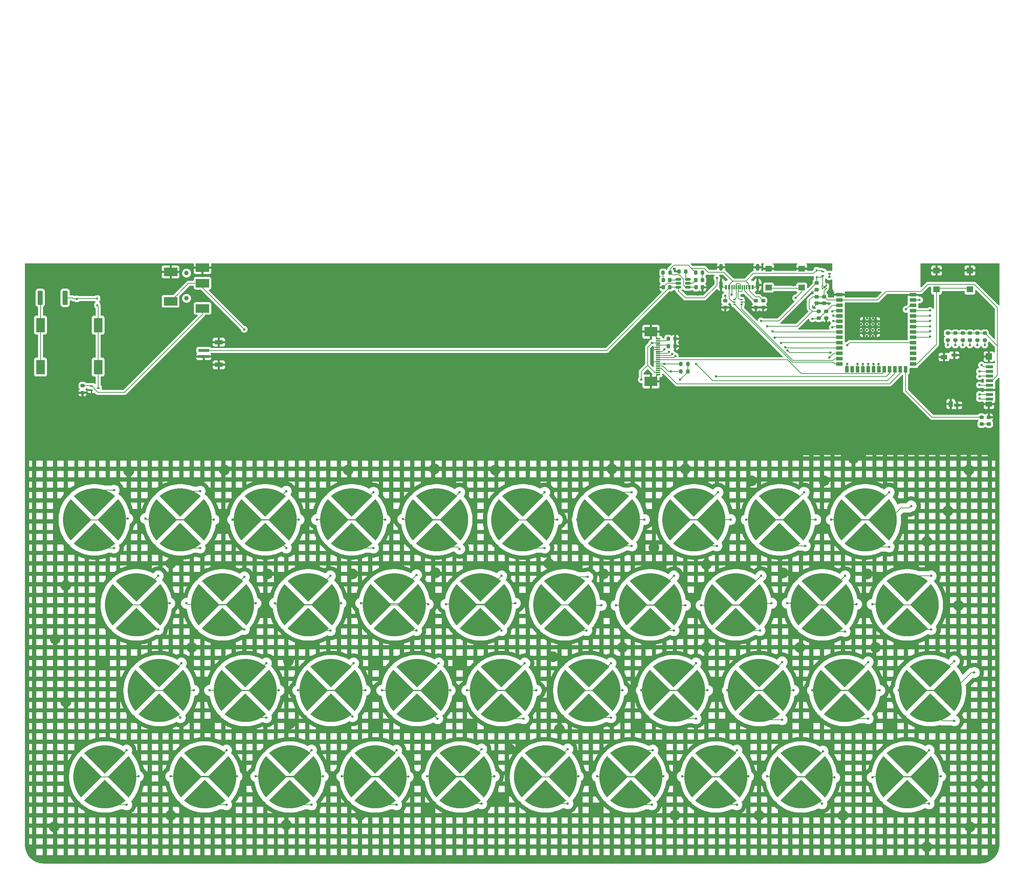
<source format=gbr>
%TF.GenerationSoftware,KiCad,Pcbnew,8.0.1*%
%TF.CreationDate,2024-05-05T16:25:59+01:00*%
%TF.ProjectId,esp32-s3-spectrum,65737033-322d-4733-932d-737065637472,rev?*%
%TF.SameCoordinates,Original*%
%TF.FileFunction,Copper,L1,Top*%
%TF.FilePolarity,Positive*%
%FSLAX46Y46*%
G04 Gerber Fmt 4.6, Leading zero omitted, Abs format (unit mm)*
G04 Created by KiCad (PCBNEW 8.0.1) date 2024-05-05 16:25:59*
%MOMM*%
%LPD*%
G01*
G04 APERTURE LIST*
G04 Aperture macros list*
%AMRoundRect*
0 Rectangle with rounded corners*
0 $1 Rounding radius*
0 $2 $3 $4 $5 $6 $7 $8 $9 X,Y pos of 4 corners*
0 Add a 4 corners polygon primitive as box body*
4,1,4,$2,$3,$4,$5,$6,$7,$8,$9,$2,$3,0*
0 Add four circle primitives for the rounded corners*
1,1,$1+$1,$2,$3*
1,1,$1+$1,$4,$5*
1,1,$1+$1,$6,$7*
1,1,$1+$1,$8,$9*
0 Add four rect primitives between the rounded corners*
20,1,$1+$1,$2,$3,$4,$5,0*
20,1,$1+$1,$4,$5,$6,$7,0*
20,1,$1+$1,$6,$7,$8,$9,0*
20,1,$1+$1,$8,$9,$2,$3,0*%
%AMRotRect*
0 Rectangle, with rotation*
0 The origin of the aperture is its center*
0 $1 length*
0 $2 width*
0 $3 Rotation angle, in degrees counterclockwise*
0 Add horizontal line*
21,1,$1,$2,0,0,$3*%
%AMFreePoly0*
4,1,49,0.797766,4.676444,1.122636,4.246261,1.415777,3.793861,1.675676,3.321579,1.900991,2.831854,2.090560,2.327214,2.243403,1.810264,2.358730,1.283674,2.435948,0.750162,2.474657,0.212482,2.474656,-0.326589,2.435948,-0.864269,2.358730,-1.397781,2.243402,-1.924371,2.090559,-2.441320,1.900990,-2.945960,1.675675,-3.435685,1.415775,-3.907967,1.122634,-4.360367,0.797764,-4.790550,
0.622108,-4.995001,-4.217404,-0.155488,-5.829831,-0.156832,-10.668001,-4.995002,-10.843657,-4.790551,-11.168527,-4.360368,-11.461668,-3.907968,-11.721568,-3.435686,-11.946883,-2.945961,-12.136452,-2.441321,-12.289294,-1.924372,-12.404622,-1.397782,-12.481840,-0.864269,-12.520549,-0.326590,-12.520549,0.212481,-12.481840,0.750161,-12.404622,1.283673,-12.289294,1.810263,-12.136451,2.327213,-11.946883,2.831853,
-11.721567,3.321578,-11.461667,3.793859,-11.168526,4.246259,-10.843656,4.676442,-10.668000,4.880893,-5.828371,0.041264,-4.216177,0.042607,0.622110,4.880895,0.797766,4.676444,0.797766,4.676444,$1*%
%AMFreePoly1*
4,1,24,0.864269,2.575840,1.397781,2.498622,1.924372,2.383294,2.441321,2.230451,2.945961,2.040883,3.435686,1.815567,3.907968,1.555668,4.360368,1.262526,4.790550,0.937656,4.995001,0.762000,0.057054,-4.175947,-4.880892,0.761999,-4.676441,0.937655,-4.246259,1.262525,-3.793859,1.555667,-3.321577,1.815566,-2.831852,2.040882,-2.327212,2.230451,-1.810263,2.383294,-1.283673,2.498622,
-0.750161,2.575840,-0.212481,2.614549,0.326590,2.614549,0.864269,2.575840,0.864269,2.575840,$1*%
%AMFreePoly2*
4,1,24,4.995002,-0.876109,4.790551,-1.051765,4.360368,-1.376635,3.907968,-1.669776,3.435686,-1.929676,2.945961,-2.154991,2.441321,-2.344560,1.924372,-2.497402,1.397782,-2.612730,0.864269,-2.689948,0.326590,-2.728657,-0.212481,-2.728657,-0.750161,-2.689948,-1.283673,-2.612730,-1.810263,-2.497402,-2.327213,-2.344559,-2.831853,-2.154991,-3.321578,-1.929675,-3.793859,-1.669775,-4.246259,-1.376634,
-4.676442,-1.051764,-4.880893,-0.876108,0.057054,4.061839,4.995002,-0.876109,4.995002,-0.876109,$1*%
%AMFreePoly3*
4,1,14,0.198536,0.133536,0.200000,0.130000,0.200000,0.020000,0.198536,0.016464,0.048536,-0.133536,0.045000,-0.135000,-0.195000,-0.135000,-0.198536,-0.133536,-0.200000,-0.130000,-0.200000,0.130000,-0.198536,0.133536,-0.195000,0.135000,0.195000,0.135000,0.198536,0.133536,0.198536,0.133536,$1*%
%AMFreePoly4*
4,1,14,0.048536,0.133536,0.198536,-0.016464,0.200000,-0.020000,0.200000,-0.130000,0.198536,-0.133536,0.195000,-0.135000,-0.195000,-0.135000,-0.198536,-0.133536,-0.200000,-0.130000,-0.200000,0.130000,-0.198536,0.133536,-0.195000,0.135000,0.045000,0.135000,0.048536,0.133536,0.048536,0.133536,$1*%
%AMFreePoly5*
4,1,14,0.198536,0.133536,0.200000,0.130000,0.200000,-0.130000,0.198536,-0.133536,0.195000,-0.135000,-0.195000,-0.135000,-0.198536,-0.133536,-0.200000,-0.130000,-0.200000,-0.020000,-0.198536,-0.016464,-0.048536,0.133536,-0.045000,0.135000,0.195000,0.135000,0.198536,0.133536,0.198536,0.133536,$1*%
%AMFreePoly6*
4,1,14,0.198536,0.133536,0.200000,0.130000,0.200000,-0.130000,0.198536,-0.133536,0.195000,-0.135000,-0.045000,-0.135000,-0.048536,-0.133536,-0.198536,0.016464,-0.200000,0.020000,-0.200000,0.130000,-0.198536,0.133536,-0.195000,0.135000,0.195000,0.135000,0.198536,0.133536,0.198536,0.133536,$1*%
G04 Aperture macros list end*
%TA.AperFunction,SMDPad,CuDef*%
%ADD10FreePoly0,0.000000*%
%TD*%
%TA.AperFunction,SMDPad,CuDef*%
%ADD11FreePoly1,0.000000*%
%TD*%
%TA.AperFunction,SMDPad,CuDef*%
%ADD12FreePoly2,0.000000*%
%TD*%
%TA.AperFunction,SMDPad,CuDef*%
%ADD13RoundRect,0.225000X-0.225000X-0.250000X0.225000X-0.250000X0.225000X0.250000X-0.225000X0.250000X0*%
%TD*%
%TA.AperFunction,SMDPad,CuDef*%
%ADD14RoundRect,0.250000X0.362500X1.425000X-0.362500X1.425000X-0.362500X-1.425000X0.362500X-1.425000X0*%
%TD*%
%TA.AperFunction,SMDPad,CuDef*%
%ADD15RoundRect,0.225000X-0.250000X0.225000X-0.250000X-0.225000X0.250000X-0.225000X0.250000X0.225000X0*%
%TD*%
%TA.AperFunction,SMDPad,CuDef*%
%ADD16RoundRect,0.200000X0.200000X0.275000X-0.200000X0.275000X-0.200000X-0.275000X0.200000X-0.275000X0*%
%TD*%
%TA.AperFunction,ComponentPad*%
%ADD17C,1.100000*%
%TD*%
%TA.AperFunction,SMDPad,CuDef*%
%ADD18R,3.200000X2.000000*%
%TD*%
%TA.AperFunction,SMDPad,CuDef*%
%ADD19R,0.800000X0.400000*%
%TD*%
%TA.AperFunction,SMDPad,CuDef*%
%ADD20R,0.600000X1.140000*%
%TD*%
%TA.AperFunction,SMDPad,CuDef*%
%ADD21R,0.300000X1.140000*%
%TD*%
%TA.AperFunction,ComponentPad*%
%ADD22O,0.900000X2.000000*%
%TD*%
%TA.AperFunction,ComponentPad*%
%ADD23O,0.900000X1.700000*%
%TD*%
%TA.AperFunction,SMDPad,CuDef*%
%ADD24RoundRect,0.200000X0.275000X-0.200000X0.275000X0.200000X-0.275000X0.200000X-0.275000X-0.200000X0*%
%TD*%
%TA.AperFunction,SMDPad,CuDef*%
%ADD25RoundRect,0.218750X-0.218750X-0.256250X0.218750X-0.256250X0.218750X0.256250X-0.218750X0.256250X0*%
%TD*%
%TA.AperFunction,SMDPad,CuDef*%
%ADD26RoundRect,0.218750X-0.256250X0.218750X-0.256250X-0.218750X0.256250X-0.218750X0.256250X0.218750X0*%
%TD*%
%TA.AperFunction,SMDPad,CuDef*%
%ADD27RoundRect,0.200000X-0.275000X0.200000X-0.275000X-0.200000X0.275000X-0.200000X0.275000X0.200000X0*%
%TD*%
%TA.AperFunction,SMDPad,CuDef*%
%ADD28R,1.550000X1.410000*%
%TD*%
%TA.AperFunction,SMDPad,CuDef*%
%ADD29RoundRect,0.093750X0.156250X0.093750X-0.156250X0.093750X-0.156250X-0.093750X0.156250X-0.093750X0*%
%TD*%
%TA.AperFunction,SMDPad,CuDef*%
%ADD30RoundRect,0.075000X0.250000X0.075000X-0.250000X0.075000X-0.250000X-0.075000X0.250000X-0.075000X0*%
%TD*%
%TA.AperFunction,SMDPad,CuDef*%
%ADD31R,0.420000X0.550000*%
%TD*%
%TA.AperFunction,SMDPad,CuDef*%
%ADD32RoundRect,0.225000X0.225000X0.250000X-0.225000X0.250000X-0.225000X-0.250000X0.225000X-0.250000X0*%
%TD*%
%TA.AperFunction,SMDPad,CuDef*%
%ADD33RoundRect,0.218750X0.218750X0.256250X-0.218750X0.256250X-0.218750X-0.256250X0.218750X-0.256250X0*%
%TD*%
%TA.AperFunction,SMDPad,CuDef*%
%ADD34R,2.500000X0.700000*%
%TD*%
%TA.AperFunction,SMDPad,CuDef*%
%ADD35R,1.900000X1.100000*%
%TD*%
%TA.AperFunction,SMDPad,CuDef*%
%ADD36R,2.000000X3.500000*%
%TD*%
%TA.AperFunction,SMDPad,CuDef*%
%ADD37RoundRect,0.200000X-0.200000X-0.275000X0.200000X-0.275000X0.200000X0.275000X-0.200000X0.275000X0*%
%TD*%
%TA.AperFunction,SMDPad,CuDef*%
%ADD38R,1.100000X0.300000*%
%TD*%
%TA.AperFunction,SMDPad,CuDef*%
%ADD39R,3.100000X2.300000*%
%TD*%
%TA.AperFunction,SMDPad,CuDef*%
%ADD40RoundRect,0.150000X-0.512500X-0.150000X0.512500X-0.150000X0.512500X0.150000X-0.512500X0.150000X0*%
%TD*%
%TA.AperFunction,SMDPad,CuDef*%
%ADD41R,1.750000X0.800000*%
%TD*%
%TA.AperFunction,SMDPad,CuDef*%
%ADD42R,1.500000X1.500000*%
%TD*%
%TA.AperFunction,SMDPad,CuDef*%
%ADD43R,1.500000X1.300000*%
%TD*%
%TA.AperFunction,SMDPad,CuDef*%
%ADD44R,1.400000X0.800000*%
%TD*%
%TA.AperFunction,SMDPad,CuDef*%
%ADD45R,1.550000X1.000000*%
%TD*%
%TA.AperFunction,SMDPad,CuDef*%
%ADD46R,1.000000X1.450000*%
%TD*%
%TA.AperFunction,SMDPad,CuDef*%
%ADD47R,1.500000X0.800000*%
%TD*%
%TA.AperFunction,SMDPad,CuDef*%
%ADD48R,1.500000X0.900000*%
%TD*%
%TA.AperFunction,SMDPad,CuDef*%
%ADD49R,0.900000X1.500000*%
%TD*%
%TA.AperFunction,SMDPad,CuDef*%
%ADD50R,0.900000X0.900000*%
%TD*%
%TA.AperFunction,SMDPad,CuDef*%
%ADD51FreePoly3,180.000000*%
%TD*%
%TA.AperFunction,SMDPad,CuDef*%
%ADD52FreePoly4,180.000000*%
%TD*%
%TA.AperFunction,SMDPad,CuDef*%
%ADD53FreePoly5,180.000000*%
%TD*%
%TA.AperFunction,SMDPad,CuDef*%
%ADD54FreePoly6,180.000000*%
%TD*%
%TA.AperFunction,SMDPad,CuDef*%
%ADD55RotRect,0.520000X0.520000X225.000000*%
%TD*%
%TA.AperFunction,ViaPad*%
%ADD56C,0.600000*%
%TD*%
%TA.AperFunction,Conductor*%
%ADD57C,0.200000*%
%TD*%
G04 APERTURE END LIST*
D10*
%TO.P,M1,1,H*%
%TO.N,7FFE*%
X198544284Y-144076000D03*
D11*
%TO.P,M1,2,V*%
%TO.N,BIT2*%
X193464284Y-139250000D03*
D12*
X193464284Y-148902000D03*
%TD*%
D13*
%TO.P,C2,1*%
%TO.N,TFT_VCC*%
X182225000Y-41500000D03*
%TO.P,C2,2*%
%TO.N,GND*%
X183775000Y-41500000D03*
%TD*%
D14*
%TO.P,R3,1*%
%TO.N,BUS_PWR*%
X38600000Y-30000000D03*
%TO.P,R3,2*%
%TO.N,Net-(BUZ1-+)*%
X32675000Y-30000000D03*
%TD*%
D10*
%TO.P,W1,1,H*%
%TO.N,FBFE*%
X81052222Y-103076000D03*
D11*
%TO.P,W1,2,V*%
%TO.N,BIT1*%
X75972222Y-98250000D03*
D12*
X75972222Y-107902000D03*
%TD*%
D10*
%TO.P,K6,1,H*%
%TO.N,EFFE*%
X152580000Y-82826000D03*
D11*
%TO.P,K6,2,V*%
%TO.N,BIT4*%
X147500000Y-78000000D03*
D12*
X147500000Y-87652000D03*
%TD*%
D15*
%TO.P,C7,1*%
%TO.N,TFT_VCC*%
X217500000Y-29725000D03*
%TO.P,C7,2*%
%TO.N,GND*%
X217500000Y-31275000D03*
%TD*%
D10*
%TO.P,L1,1,H*%
%TO.N,BFFE*%
X229191111Y-123500000D03*
D11*
%TO.P,L1,2,V*%
%TO.N,BIT1*%
X224111111Y-118674000D03*
D12*
X224111111Y-128326000D03*
%TD*%
D16*
%TO.P,R5,1*%
%TO.N,TFT_VCC*%
X186825000Y-45750000D03*
%TO.P,R5,2*%
%TO.N,TOUCH_SCL*%
X185175000Y-45750000D03*
%TD*%
D17*
%TO.P,CN1,*%
%TO.N,*%
X67500000Y-24112500D03*
X67500000Y-30112500D03*
D18*
%TO.P,CN1,1,1*%
%TO.N,GND*%
X71300000Y-22812500D03*
%TO.P,CN1,2,2*%
X63700000Y-23812500D03*
%TO.P,CN1,3,3*%
%TO.N,BUZZER*%
X71300000Y-26512500D03*
%TO.P,CN1,4,4*%
X63700000Y-30812500D03*
%TO.P,CN1,5,5*%
%TO.N,BUZZER_SWITCH*%
X71300000Y-32512500D03*
%TD*%
D10*
%TO.P,B1,1,H*%
%TO.N,7FFE*%
X157972856Y-144076000D03*
D11*
%TO.P,B1,2,V*%
%TO.N,BIT4*%
X152892856Y-139250000D03*
D12*
X152892856Y-148902000D03*
%TD*%
D19*
%TO.P,Q2,1,G*%
%TO.N,BUZZER_SWITCH*%
X44850000Y-51000000D03*
%TO.P,Q2,2,S*%
%TO.N,GND*%
X44850000Y-52000000D03*
%TO.P,Q2,3,D*%
%TO.N,Net-(BUZ1--)*%
X46450000Y-51500000D03*
%TD*%
%TO.P,Q1,1,G*%
%TO.N,+5V*%
X218950000Y-23750000D03*
%TO.P,Q1,2,S*%
%TO.N,BUS_PWR*%
X218950000Y-24750000D03*
%TO.P,Q1,3,D*%
%TO.N,BAT+*%
X220550000Y-24250000D03*
%TD*%
D10*
%TO.P,H1,1,H*%
%TO.N,BFFE*%
X168282221Y-123500000D03*
D11*
%TO.P,H1,2,V*%
%TO.N,BIT4*%
X163202221Y-118674000D03*
D12*
X163202221Y-128326000D03*
%TD*%
D20*
%TO.P,J1,A1_B12,GND*%
%TO.N,GND*%
X202275000Y-27500000D03*
%TO.P,J1,A4_B9,VBUS*%
%TO.N,+5V*%
X201475000Y-27500000D03*
D21*
%TO.P,J1,A5,CC1*%
%TO.N,Net-(J1-CC1)*%
X200325000Y-27500000D03*
%TO.P,J1,A6,DP1*%
%TO.N,USB_D_IN+*%
X199325000Y-27500000D03*
%TO.P,J1,A7,DN1*%
%TO.N,USB_D_IN-*%
X198825000Y-27500000D03*
%TO.P,J1,A8,SBU1*%
%TO.N,unconnected-(J1-SBU1-PadA8)*%
X197825000Y-27500000D03*
D20*
%TO.P,J1,B1_A12,GND*%
%TO.N,GND*%
X195875000Y-27500000D03*
%TO.P,J1,B4_A9,VBUS*%
%TO.N,+5V*%
X196675000Y-27500000D03*
D21*
%TO.P,J1,B5,CC2*%
%TO.N,Net-(J1-CC2)*%
X197325000Y-27500000D03*
%TO.P,J1,B6,DP2*%
%TO.N,USB_D_IN+*%
X198325000Y-27500000D03*
%TO.P,J1,B7,DN2*%
%TO.N,USB_D_IN-*%
X199825000Y-27500000D03*
%TO.P,J1,B8,SBU2*%
%TO.N,unconnected-(J1-SBU2-PadB8)*%
X200825000Y-27500000D03*
D22*
%TO.P,J1,S1,SHIELD*%
%TO.N,GND*%
X203400000Y-26920000D03*
%TO.P,J1,S2,SHIELD*%
X194750000Y-26920000D03*
D23*
%TO.P,J1,S3,SHIELD*%
X203400000Y-22750000D03*
%TO.P,J1,S4,SHIELD*%
X194750000Y-22750000D03*
%TD*%
D10*
%TO.P,ENTER1,1,H*%
%TO.N,BFFE*%
X249580000Y-123500000D03*
D11*
%TO.P,ENTER1,2,V*%
%TO.N,BIT0*%
X244500000Y-118674000D03*
D12*
X244500000Y-128326000D03*
%TD*%
D10*
%TO.P,K9,1,H*%
%TO.N,EFFE*%
X213691111Y-82826000D03*
D11*
%TO.P,K9,2,V*%
%TO.N,BIT1*%
X208611111Y-78000000D03*
D12*
X208611111Y-87652000D03*
%TD*%
D10*
%TO.P,G1,1,H*%
%TO.N,FDFE*%
X147500000Y-123500000D03*
D11*
%TO.P,G1,2,V*%
%TO.N,BIT4*%
X142420000Y-118674000D03*
D12*
X142420000Y-128326000D03*
%TD*%
D10*
%TO.P,SYM1,1,H*%
%TO.N,7FFE*%
X218830000Y-144076000D03*
D11*
%TO.P,SYM1,2,V*%
%TO.N,BIT1*%
X213750000Y-139250000D03*
D12*
X213750000Y-148902000D03*
%TD*%
D10*
%TO.P,Y1,1,H*%
%TO.N,DFFE*%
X162524444Y-103076000D03*
D11*
%TO.P,Y1,2,V*%
%TO.N,BIT4*%
X157444444Y-98250000D03*
D12*
X157444444Y-107902000D03*
%TD*%
D15*
%TO.P,C4,1*%
%TO.N,BUS_PWR*%
X217500000Y-26475000D03*
%TO.P,C4,2*%
%TO.N,GND*%
X217500000Y-28025000D03*
%TD*%
D10*
%TO.P,P1,1,H*%
%TO.N,DFFE*%
X244080000Y-103076000D03*
D11*
%TO.P,P1,2,V*%
%TO.N,BIT0*%
X239000000Y-98250000D03*
D12*
X239000000Y-107902000D03*
%TD*%
D24*
%TO.P,R30,1*%
%TO.N,SD_CARD_CMD*%
X254000000Y-40075000D03*
%TO.P,R30,2*%
%TO.N,TFT_VCC*%
X254000000Y-38425000D03*
%TD*%
%TO.P,R10,1*%
%TO.N,GND*%
X203000000Y-32325000D03*
%TO.P,R10,2*%
%TO.N,Net-(J1-CC1)*%
X203000000Y-30675000D03*
%TD*%
D25*
%TO.P,D3,1,K*%
%TO.N,Net-(D3-K)*%
X188737500Y-25750000D03*
%TO.P,D3,2,A*%
%TO.N,Net-(D3-A)*%
X190312500Y-25750000D03*
%TD*%
D10*
%TO.P,T1,1,H*%
%TO.N,FBFE*%
X142468888Y-103076000D03*
D11*
%TO.P,T1,2,V*%
%TO.N,BIT4*%
X137388888Y-98250000D03*
D12*
X137388888Y-107902000D03*
%TD*%
D26*
%TO.P,D4,1,K*%
%TO.N,GND*%
X258500000Y-58462500D03*
%TO.P,D4,2,A*%
%TO.N,Net-(D4-A)*%
X258500000Y-60037500D03*
%TD*%
D10*
%TO.P,K8,1,H*%
%TO.N,EFFE*%
X193302222Y-82826000D03*
D11*
%TO.P,K8,2,V*%
%TO.N,BIT2*%
X188222222Y-78000000D03*
D12*
X188222222Y-87652000D03*
%TD*%
D27*
%TO.P,R11,1*%
%TO.N,BUILT_IN_LED*%
X256750000Y-58425000D03*
%TO.P,R11,2*%
%TO.N,Net-(D4-A)*%
X256750000Y-60075000D03*
%TD*%
D24*
%TO.P,R29,1*%
%TO.N,SD_CARD_DAT3*%
X255750000Y-40075000D03*
%TO.P,R29,2*%
%TO.N,TFT_VCC*%
X255750000Y-38425000D03*
%TD*%
D10*
%TO.P,K7,1,H*%
%TO.N,EFFE*%
X172913333Y-82826000D03*
D11*
%TO.P,K7,2,V*%
%TO.N,BIT3*%
X167833333Y-78000000D03*
D12*
X167833333Y-87652000D03*
%TD*%
D28*
%TO.P,SW1,1,1*%
%TO.N,EN*%
X213970000Y-27560000D03*
%TO.P,SW1,2,2*%
X206030000Y-27560000D03*
%TO.P,SW1,3,3*%
%TO.N,GND*%
X213970000Y-23060000D03*
%TO.P,SW1,4,4*%
X206030000Y-23060000D03*
%TD*%
D29*
%TO.P,U6,1,I/O1*%
%TO.N,USB_D-*%
X199600000Y-31537500D03*
D30*
%TO.P,U6,2,GND*%
%TO.N,GND*%
X199675000Y-31000000D03*
D29*
%TO.P,U6,3,I/O2*%
%TO.N,USB_D_IN-*%
X199600000Y-30462500D03*
%TO.P,U6,4,I/O2*%
%TO.N,USB_D_IN+*%
X197900000Y-30462500D03*
D30*
%TO.P,U6,5,VBUS*%
%TO.N,+5V*%
X197825000Y-31000000D03*
D29*
%TO.P,U6,6,I/O1*%
%TO.N,USB_D+*%
X197900000Y-31537500D03*
%TD*%
D27*
%TO.P,R2,1*%
%TO.N,+5V*%
X204750000Y-30675000D03*
%TO.P,R2,2*%
%TO.N,GND*%
X204750000Y-32325000D03*
%TD*%
D10*
%TO.P,E1,1,H*%
%TO.N,FBFE*%
X101524444Y-103076000D03*
D11*
%TO.P,E1,2,V*%
%TO.N,BIT2*%
X96444444Y-98250000D03*
D12*
X96444444Y-107902000D03*
%TD*%
D10*
%TO.P,K10,1,H*%
%TO.N,BFFE*%
X208830000Y-123500000D03*
D11*
%TO.P,K10,2,V*%
%TO.N,BIT2*%
X203750000Y-118674000D03*
D12*
X203750000Y-128326000D03*
%TD*%
D10*
%TO.P,S3,1,H*%
%TO.N,FDFE*%
X86468889Y-123500000D03*
D11*
%TO.P,S3,2,V*%
%TO.N,BIT1*%
X81388889Y-118674000D03*
D12*
X81388889Y-128326000D03*
%TD*%
D16*
%TO.P,R1,1*%
%TO.N,+5V*%
X182600000Y-24000000D03*
%TO.P,R1,2*%
%TO.N,Net-(D1-A)*%
X180950000Y-24000000D03*
%TD*%
D10*
%TO.P,F1,1,H*%
%TO.N,FDFE*%
X127375555Y-123500000D03*
D11*
%TO.P,F1,2,V*%
%TO.N,BIT3*%
X122295555Y-118674000D03*
D12*
X122295555Y-128326000D03*
%TD*%
D31*
%TO.P,D2,1,K*%
%TO.N,BUS_PWR*%
X217500000Y-25050000D03*
%TO.P,D2,2,A*%
%TO.N,+5V*%
X217500000Y-23450000D03*
%TD*%
D32*
%TO.P,C1,1*%
%TO.N,BAT+*%
X182550000Y-27500000D03*
%TO.P,C1,2*%
%TO.N,GND*%
X181000000Y-27500000D03*
%TD*%
D10*
%TO.P,SHIFT1,1,H*%
%TO.N,FEFE*%
X53080000Y-144076000D03*
D11*
%TO.P,SHIFT1,2,V*%
%TO.N,BIT0*%
X48000000Y-139250000D03*
D12*
X48000000Y-148902000D03*
%TD*%
D33*
%TO.P,D1,1,K*%
%TO.N,Net-(D1-K)*%
X182562500Y-25750000D03*
%TO.P,D1,2,A*%
%TO.N,Net-(D1-A)*%
X180987500Y-25750000D03*
%TD*%
D28*
%TO.P,SW2,1,1*%
%TO.N,GND*%
X246030000Y-23500000D03*
%TO.P,SW2,2,2*%
X253970000Y-23500000D03*
%TO.P,SW2,3,3*%
%TO.N,IO0*%
X246030000Y-28000000D03*
%TO.P,SW2,4,4*%
X253970000Y-28000000D03*
%TD*%
D34*
%TO.P,BAT1,1,1*%
%TO.N,GND*%
X71600000Y-44000000D03*
%TO.P,BAT1,2,2*%
%TO.N,BAT+*%
X71600000Y-42500000D03*
D35*
%TO.P,BAT1,S1,SHIELD*%
%TO.N,GND*%
X75200000Y-45950000D03*
%TO.P,BAT1,S2,SHIELD*%
X75200000Y-40550000D03*
%TD*%
D36*
%TO.P,BUZ1,1,+*%
%TO.N,Net-(BUZ1-+)*%
X32750000Y-46500000D03*
%TO.P,BUZ1,2,-*%
%TO.N,Net-(BUZ1--)*%
X46450000Y-46500000D03*
%TO.P,BUZ1,3,3*%
X46450000Y-36500000D03*
%TO.P,BUZ1,4,4*%
%TO.N,Net-(BUZ1-+)*%
X32750000Y-36500000D03*
%TD*%
D37*
%TO.P,R7,1*%
%TO.N,Net-(R7-Pad1)*%
X182175000Y-39750000D03*
%TO.P,R7,2*%
%TO.N,GND*%
X183825000Y-39750000D03*
%TD*%
D10*
%TO.P,O1,1,H*%
%TO.N,DFFE*%
X223830000Y-103076000D03*
D11*
%TO.P,O1,2,V*%
%TO.N,BIT1*%
X218750000Y-98250000D03*
D12*
X218750000Y-107902000D03*
%TD*%
D15*
%TO.P,C6,1*%
%TO.N,TFT_VCC*%
X219250000Y-29725000D03*
%TO.P,C6,2*%
%TO.N,GND*%
X219250000Y-31275000D03*
%TD*%
D10*
%TO.P,V1,1,H*%
%TO.N,FEFE*%
X137687142Y-144076000D03*
D11*
%TO.P,V1,2,V*%
%TO.N,BIT4*%
X132607142Y-139250000D03*
D12*
X132607142Y-148902000D03*
%TD*%
D10*
%TO.P,K4,1,H*%
%TO.N,F7FE*%
X111830000Y-82826000D03*
D11*
%TO.P,K4,2,V*%
%TO.N,BIT3*%
X106750000Y-78000000D03*
D12*
X106750000Y-87652000D03*
%TD*%
D24*
%TO.P,R32,1*%
%TO.N,SD_CARD_CLK*%
X252250000Y-40075000D03*
%TO.P,R32,2*%
%TO.N,TFT_VCC*%
X252250000Y-38425000D03*
%TD*%
D27*
%TO.P,R14,1*%
%TO.N,BUZZER_SWITCH*%
X42750000Y-50925000D03*
%TO.P,R14,2*%
%TO.N,GND*%
X42750000Y-52575000D03*
%TD*%
D10*
%TO.P,K1,1,H*%
%TO.N,F7FE*%
X50580000Y-82826000D03*
D11*
%TO.P,K1,2,V*%
%TO.N,BIT0*%
X45500000Y-78000000D03*
D12*
X45500000Y-87652000D03*
%TD*%
D10*
%TO.P,Q3,1,H*%
%TO.N,FBFE*%
X60580000Y-103076000D03*
D11*
%TO.P,Q3,2,V*%
%TO.N,BIT0*%
X55500000Y-98250000D03*
D12*
X55500000Y-107902000D03*
%TD*%
D37*
%TO.P,R9,1*%
%TO.N,+5V*%
X188700000Y-24000000D03*
%TO.P,R9,2*%
%TO.N,Net-(D3-A)*%
X190350000Y-24000000D03*
%TD*%
D10*
%TO.P,Z1,1,H*%
%TO.N,FEFE*%
X76830000Y-144076000D03*
D11*
%TO.P,Z1,2,V*%
%TO.N,BIT1*%
X71750000Y-139250000D03*
D12*
X71750000Y-148902000D03*
%TD*%
D13*
%TO.P,C5,1*%
%TO.N,+5V*%
X188750000Y-27500000D03*
%TO.P,C5,2*%
%TO.N,GND*%
X190300000Y-27500000D03*
%TD*%
D10*
%TO.P,U5,1,H*%
%TO.N,DFFE*%
X182913333Y-103076000D03*
D11*
%TO.P,U5,2,V*%
%TO.N,BIT3*%
X177833333Y-98250000D03*
D12*
X177833333Y-107902000D03*
%TD*%
D24*
%TO.P,R33,1*%
%TO.N,SD_CARD_DAT0*%
X250500000Y-40075000D03*
%TO.P,R33,2*%
%TO.N,TFT_VCC*%
X250500000Y-38425000D03*
%TD*%
D38*
%TO.P,U3,1,1*%
%TO.N,GND*%
X179750000Y-39750000D03*
%TO.P,U3,2,2*%
%TO.N,Net-(R7-Pad1)*%
X179750000Y-40250000D03*
%TO.P,U3,3,3*%
%TO.N,TFT_VCC*%
X179750000Y-40750000D03*
%TO.P,U3,4,4*%
X179750000Y-41250000D03*
%TO.P,U3,5,5*%
%TO.N,GND*%
X179750000Y-41750000D03*
%TO.P,U3,6,6*%
X179750000Y-42250000D03*
%TO.P,U3,7,7*%
%TO.N,TFT_DC*%
X179750000Y-42750000D03*
%TO.P,U3,8,8*%
%TO.N,TFT_CS*%
X179750000Y-43250000D03*
%TO.P,U3,9,9*%
%TO.N,TFT_SCLK*%
X179750000Y-43750000D03*
%TO.P,U3,10,10*%
%TO.N,TFT_MOSI*%
X179750000Y-44250000D03*
%TO.P,U3,11,11*%
%TO.N,TFT_RST*%
X179750000Y-44750000D03*
%TO.P,U3,12,12*%
%TO.N,GND*%
X179750000Y-45250000D03*
%TO.P,U3,13,13*%
%TO.N,TOUCH_SCL*%
X179750000Y-45750000D03*
%TO.P,U3,14,14*%
%TO.N,TOUCH_SDA*%
X179750000Y-46250000D03*
%TO.P,U3,15,15*%
%TO.N,TOUCH_RST*%
X179750000Y-46750000D03*
%TO.P,U3,16,16*%
%TO.N,unconnected-(U3-Pad16)*%
X179750000Y-47250000D03*
%TO.P,U3,17,17*%
%TO.N,TFT_VCC*%
X179750000Y-47750000D03*
%TO.P,U3,18,18*%
%TO.N,GND*%
X179750000Y-48250000D03*
D39*
%TO.P,U3,19,19*%
X178050000Y-49920000D03*
%TO.P,U3,20,20*%
X178050000Y-38080000D03*
%TD*%
D10*
%TO.P,K2,1,H*%
%TO.N,F7FE*%
X71052222Y-82826000D03*
D11*
%TO.P,K2,2,V*%
%TO.N,BIT1*%
X65972222Y-78000000D03*
D12*
X65972222Y-87652000D03*
%TD*%
D24*
%TO.P,R31,1*%
%TO.N,SD_CARD_DAT1*%
X248750000Y-40075000D03*
%TO.P,R31,2*%
%TO.N,TFT_VCC*%
X248750000Y-38425000D03*
%TD*%
D31*
%TO.P,D6,1,K*%
%TO.N,BUS_PWR*%
X46250000Y-30150000D03*
%TO.P,D6,2,A*%
%TO.N,Net-(BUZ1--)*%
X46250000Y-31750000D03*
%TD*%
D10*
%TO.P,J3,1,H*%
%TO.N,BFFE*%
X188413333Y-123500000D03*
D11*
%TO.P,J3,2,V*%
%TO.N,BIT3*%
X183333333Y-118674000D03*
D12*
X183333333Y-128326000D03*
%TD*%
D10*
%TO.P,SPACE1,1,H*%
%TO.N,7FFE*%
X244080000Y-144076000D03*
D11*
%TO.P,SPACE1,2,V*%
%TO.N,BIT0*%
X239000000Y-139250000D03*
D12*
X239000000Y-148902000D03*
%TD*%
D16*
%TO.P,R8,1*%
%TO.N,Net-(U1-PROG)*%
X186350000Y-23750000D03*
%TO.P,R8,2*%
%TO.N,GND*%
X184700000Y-23750000D03*
%TD*%
D10*
%TO.P,K3,1,H*%
%TO.N,F7FE*%
X91250000Y-82826000D03*
D11*
%TO.P,K3,2,V*%
%TO.N,BIT2*%
X86170000Y-78000000D03*
D12*
X86170000Y-87652000D03*
%TD*%
D10*
%TO.P,K0,1,H*%
%TO.N,EFFE*%
X234080000Y-82826000D03*
D11*
%TO.P,K0,2,V*%
%TO.N,BIT0*%
X229000000Y-78000000D03*
D12*
X229000000Y-87652000D03*
%TD*%
D16*
%TO.P,R6,1*%
%TO.N,TFT_VCC*%
X186825000Y-47500000D03*
%TO.P,R6,2*%
%TO.N,TOUCH_SDA*%
X185175000Y-47500000D03*
%TD*%
D10*
%TO.P,X1,1,H*%
%TO.N,FEFE*%
X97115714Y-144076000D03*
D11*
%TO.P,X1,2,V*%
%TO.N,BIT2*%
X92035714Y-139250000D03*
D12*
X92035714Y-148902000D03*
%TD*%
D10*
%TO.P,D5,1,H*%
%TO.N,FDFE*%
X106922222Y-123500000D03*
D11*
%TO.P,D5,2,V*%
%TO.N,BIT2*%
X101842222Y-118674000D03*
D12*
X101842222Y-128326000D03*
%TD*%
D40*
%TO.P,U1,1,~{CHRG}*%
%TO.N,Net-(D1-K)*%
X184525000Y-25600000D03*
%TO.P,U1,2,GND*%
%TO.N,GND*%
X184525000Y-26550000D03*
%TO.P,U1,3,BAT*%
%TO.N,BAT+*%
X184525000Y-27500000D03*
%TO.P,U1,4,VCC*%
%TO.N,+5V*%
X186800000Y-27500000D03*
%TO.P,U1,5,~{STDBY}*%
%TO.N,Net-(D3-K)*%
X186800000Y-26550000D03*
%TO.P,U1,6,PROG*%
%TO.N,Net-(U1-PROG)*%
X186800000Y-25600000D03*
%TD*%
D10*
%TO.P,I1,1,H*%
%TO.N,DFFE*%
X203302222Y-103076000D03*
D11*
%TO.P,I1,2,V*%
%TO.N,BIT2*%
X198222222Y-98250000D03*
D12*
X198222222Y-107902000D03*
%TD*%
D10*
%TO.P,N1,1,H*%
%TO.N,7FFE*%
X178258570Y-144076000D03*
D11*
%TO.P,N1,2,V*%
%TO.N,BIT3*%
X173178570Y-139250000D03*
D12*
X173178570Y-148902000D03*
%TD*%
D41*
%TO.P,J2,1,DAT2*%
%TO.N,SD_CARD_DAT2*%
X258625000Y-46450000D03*
%TO.P,J2,2,CD/DAT3*%
%TO.N,SD_CARD_DAT3*%
X258625000Y-47550000D03*
%TO.P,J2,3,CMD*%
%TO.N,SD_CARD_CMD*%
X258625000Y-48650000D03*
%TO.P,J2,4,VDD*%
%TO.N,TFT_VCC*%
X258625000Y-49750000D03*
%TO.P,J2,5,CLK*%
%TO.N,SD_CARD_CLK*%
X258625000Y-50850000D03*
%TO.P,J2,6,VSS*%
%TO.N,GND*%
X258625000Y-51950000D03*
%TO.P,J2,7,DAT0*%
%TO.N,SD_CARD_DAT0*%
X258625000Y-53050000D03*
%TO.P,J2,8,DAT1*%
%TO.N,SD_CARD_DAT1*%
X258625000Y-54150000D03*
D42*
%TO.P,J2,MP1,MP1*%
%TO.N,GND*%
X258500000Y-44000000D03*
D43*
%TO.P,J2,MP2,MP2*%
X258500000Y-55350000D03*
D44*
%TO.P,J2,MP3,MP3*%
X250250000Y-43650000D03*
D45*
%TO.P,J2,MP4,MP4*%
X247825000Y-44100000D03*
D46*
%TO.P,J2,MP5,MP5*%
X249400000Y-55275000D03*
D47*
%TO.P,J2,MP6,MP6*%
X250900000Y-55600000D03*
%TD*%
D24*
%TO.P,R12,1*%
%TO.N,GND*%
X195750000Y-32325000D03*
%TO.P,R12,2*%
%TO.N,Net-(J1-CC2)*%
X195750000Y-30675000D03*
%TD*%
D10*
%TO.P,R13,1,H*%
%TO.N,FBFE*%
X121996666Y-103076000D03*
D11*
%TO.P,R13,2,V*%
%TO.N,BIT3*%
X116916666Y-98250000D03*
D12*
X116916666Y-107902000D03*
%TD*%
D15*
%TO.P,C3,1*%
%TO.N,EN*%
X219750000Y-33250000D03*
%TO.P,C3,2*%
%TO.N,GND*%
X219750000Y-34800000D03*
%TD*%
D10*
%TO.P,A1,1,H*%
%TO.N,FDFE*%
X66015556Y-123500000D03*
D11*
%TO.P,A1,2,V*%
%TO.N,BIT0*%
X60935556Y-118674000D03*
D12*
X60935556Y-128326000D03*
%TD*%
D48*
%TO.P,U4,1,GND*%
%TO.N,GND*%
X222925000Y-29240000D03*
%TO.P,U4,2,3V3*%
%TO.N,TFT_VCC*%
X222925000Y-30510000D03*
%TO.P,U4,3,EN*%
%TO.N,EN*%
X222925000Y-31780000D03*
%TO.P,U4,4,GPIO4/TOUCH4/ADC1_CH3*%
%TO.N,F7FE*%
X222925000Y-33050000D03*
%TO.P,U4,5,GPIO5/TOUCH5/ADC1_CH4*%
%TO.N,FBFE*%
X222925000Y-34320000D03*
%TO.P,U4,6,GPIO6/TOUCH6/ADC1_CH5*%
%TO.N,FDFE*%
X222925000Y-35590000D03*
%TO.P,U4,7,GPIO7/TOUCH7/ADC1_CH6*%
%TO.N,FEFE*%
X222925000Y-36860000D03*
%TO.P,U4,8,GPIO15/U0RTS/ADC2_CH4/XTAL_32K_P*%
%TO.N,TFT_DC*%
X222925000Y-38130000D03*
%TO.P,U4,9,GPIO16/U0CTS/ADC2_CH5/XTAL_32K_N*%
%TO.N,TFT_CS*%
X222925000Y-39400000D03*
%TO.P,U4,10,GPIO17/U1TXD/ADC2_CH6*%
%TO.N,TFT_SCLK*%
X222925000Y-40670000D03*
%TO.P,U4,11,GPIO18/U1RXD/ADC2_CH7/CLK_OUT3*%
%TO.N,TFT_MOSI*%
X222925000Y-41940000D03*
%TO.P,U4,12,GPIO8/TOUCH8/ADC1_CH7/SUBSPICS1*%
%TO.N,BIT4*%
X222925000Y-43210000D03*
%TO.P,U4,13,GPIO19/U1RTS/ADC2_CH8/CLK_OUT2/USB_D-*%
%TO.N,USB_D-*%
X222925000Y-44480000D03*
%TO.P,U4,14,GPIO20/U1CTS/ADC2_CH9/CLK_OUT1/USB_D+*%
%TO.N,USB_D+*%
X222925000Y-45750000D03*
D49*
%TO.P,U4,15,GPIO3/TOUCH3/ADC1_CH2*%
%TO.N,BIT3*%
X224690000Y-47000000D03*
%TO.P,U4,16,GPIO46*%
%TO.N,unconnected-(U4-GPIO46-Pad16)*%
X225960000Y-47000000D03*
%TO.P,U4,17,GPIO9/TOUCH9/ADC1_CH8/FSPIHD/SUBSPIHD*%
%TO.N,DFFE*%
X227230000Y-47000000D03*
%TO.P,U4,18,GPIO10/TOUCH10/ADC1_CH9/FSPICS0/FSPIIO4/SUBSPICS0*%
%TO.N,BIT2*%
X228500000Y-47000000D03*
%TO.P,U4,19,GPIO11/TOUCH11/ADC2_CH0/FSPID/FSPIIO5/SUBSPID*%
%TO.N,BIT1*%
X229770000Y-47000000D03*
%TO.P,U4,20,GPIO12/TOUCH12/ADC2_CH1/FSPICLK/FSPIIO6/SUBSPICLK*%
%TO.N,BIT0*%
X231040000Y-47000000D03*
%TO.P,U4,21,GPIO13/TOUCH13/ADC2_CH2/FSPIQ/FSPIIO7/SUBSPIQ*%
%TO.N,EFFE*%
X232310000Y-47000000D03*
%TO.P,U4,22,GPIO14/TOUCH14/ADC2_CH3/FSPIWP/FSPIDQS/SUBSPIWP*%
%TO.N,TFT_RST*%
X233580000Y-47000000D03*
%TO.P,U4,23,GPIO21*%
%TO.N,BUZZER*%
X234850000Y-47000000D03*
%TO.P,U4,24,GPIO47/SPICLK_P/SUBSPICLK_P_DIFF*%
%TO.N,TOUCH_SCL*%
X236120000Y-47000000D03*
%TO.P,U4,25,GPIO48/SPICLK_N/SUBSPICLK_N_DIFF*%
%TO.N,TOUCH_RST*%
X237390000Y-47000000D03*
%TO.P,U4,26,GPIO45*%
%TO.N,BUILT_IN_LED*%
X238660000Y-47000000D03*
D48*
%TO.P,U4,27,GPIO0/BOOT*%
%TO.N,IO0*%
X240425000Y-45750000D03*
%TO.P,U4,28,SPIIO6/GPIO35/FSPID/SUBSPID*%
%TO.N,unconnected-(U4-SPIIO6{slash}GPIO35{slash}FSPID{slash}SUBSPID-Pad28)*%
X240425000Y-44480000D03*
%TO.P,U4,29,SPIIO7/GPIO36/FSPICLK/SUBSPICLK*%
%TO.N,unconnected-(U4-SPIIO7{slash}GPIO36{slash}FSPICLK{slash}SUBSPICLK-Pad29)*%
X240425000Y-43210000D03*
%TO.P,U4,30,SPIDQS/GPIO37/FSPIQ/SUBSPIQ*%
%TO.N,unconnected-(U4-SPIDQS{slash}GPIO37{slash}FSPIQ{slash}SUBSPIQ-Pad30)*%
X240425000Y-41940000D03*
%TO.P,U4,31,GPIO38/FSPIWP/SUBSPIWP*%
%TO.N,TOUCH_SDA*%
X240425000Y-40670000D03*
%TO.P,U4,32,MTCK/GPIO39/CLK_OUT3/SUBSPICS1*%
%TO.N,SD_CARD_DAT1*%
X240425000Y-39400000D03*
%TO.P,U4,33,MTDO/GPIO40/CLK_OUT2*%
%TO.N,SD_CARD_DAT0*%
X240425000Y-38130000D03*
%TO.P,U4,34,MTDI/GPIO41/CLK_OUT1*%
%TO.N,SD_CARD_CLK*%
X240425000Y-36860000D03*
%TO.P,U4,35,MTMS/GPIO42*%
%TO.N,SD_CARD_CMD*%
X240425000Y-35590000D03*
%TO.P,U4,36,U0RXD/GPIO44/CLK_OUT2*%
%TO.N,SD_CARD_DAT3*%
X240425000Y-34320000D03*
%TO.P,U4,37,U0TXD/GPIO43/CLK_OUT1*%
%TO.N,SD_CARD_DAT2*%
X240425000Y-33050000D03*
%TO.P,U4,38,GPIO2/TOUCH2/ADC1_CH1*%
%TO.N,BFFE*%
X240425000Y-31780000D03*
%TO.P,U4,39,GPIO1/TOUCH1/ADC1_CH0*%
%TO.N,7FFE*%
X240425000Y-30510000D03*
%TO.P,U4,40,GND*%
%TO.N,GND*%
X240425000Y-29240000D03*
D50*
%TO.P,U4,41,GND*%
X228775000Y-35560000D03*
X228775000Y-36960000D03*
X228775000Y-38360000D03*
X228775000Y-38360000D03*
X230175000Y-35560000D03*
X230175000Y-35560000D03*
X230175000Y-36960000D03*
X230175000Y-38360000D03*
X231575000Y-35560000D03*
X231575000Y-36960000D03*
X231575000Y-38360000D03*
%TD*%
D51*
%TO.P,U2,1,OUT*%
%TO.N,TFT_VCC*%
X219750000Y-27775000D03*
D52*
%TO.P,U2,2,GND*%
%TO.N,GND*%
X219750000Y-27125000D03*
D53*
%TO.P,U2,3,EN*%
%TO.N,BUS_PWR*%
X218940000Y-27125000D03*
D54*
%TO.P,U2,4,IN*%
X218940000Y-27775000D03*
D55*
%TO.P,U2,5,EPAD*%
%TO.N,GND*%
X219345000Y-27450000D03*
%TD*%
D10*
%TO.P,K5,1,H*%
%TO.N,F7FE*%
X132080000Y-82826000D03*
D11*
%TO.P,K5,2,V*%
%TO.N,BIT4*%
X127000000Y-78000000D03*
D12*
X127000000Y-87652000D03*
%TD*%
D10*
%TO.P,C9,1,H*%
%TO.N,FEFE*%
X117401428Y-144076000D03*
D11*
%TO.P,C9,2,V*%
%TO.N,BIT3*%
X112321428Y-139250000D03*
D12*
X112321428Y-148902000D03*
%TD*%
D27*
%TO.P,R4,1*%
%TO.N,TFT_VCC*%
X218000000Y-33200000D03*
%TO.P,R4,2*%
%TO.N,EN*%
X218000000Y-34850000D03*
%TD*%
D24*
%TO.P,R28,1*%
%TO.N,SD_CARD_DAT2*%
X257500000Y-40075000D03*
%TO.P,R28,2*%
%TO.N,TFT_VCC*%
X257500000Y-38425000D03*
%TD*%
D56*
%TO.N,FDFE*%
X110015556Y-123500000D03*
X221500000Y-35500000D03*
X89500000Y-123500000D03*
X114000000Y-123500000D03*
X69250000Y-123500000D03*
X94015556Y-123500000D03*
X73000000Y-123500000D03*
X134250000Y-123500000D03*
X130265556Y-123500000D03*
X150765556Y-123500000D03*
%TO.N,GND*%
X251750000Y-61500000D03*
X168750000Y-70750000D03*
X126750000Y-95500000D03*
X216750000Y-32250000D03*
X235500000Y-32750000D03*
X126500000Y-70750000D03*
X175015556Y-131500000D03*
X243500000Y-24750000D03*
X232250000Y-61500000D03*
X139250000Y-25750000D03*
X207250000Y-33500000D03*
X106000000Y-71000000D03*
X62500000Y-61250000D03*
X226250000Y-68250000D03*
X232282448Y-37656489D03*
X132265556Y-116750000D03*
X183750000Y-153250000D03*
X156250000Y-46250000D03*
X228140976Y-37719345D03*
X225500000Y-38750000D03*
X86750000Y-95750000D03*
X72015556Y-131750000D03*
X153750000Y-93250000D03*
X196750000Y-23000000D03*
X240250000Y-51000000D03*
X195750000Y-34000000D03*
X192000000Y-54750000D03*
X134765556Y-131750000D03*
X148750000Y-60750000D03*
X203750000Y-57500000D03*
X87000000Y-61250000D03*
X244750000Y-53250000D03*
X221250000Y-62750000D03*
X200750000Y-31000000D03*
X223750000Y-153250000D03*
X193000000Y-29250000D03*
X240250000Y-61500000D03*
X230892645Y-39123115D03*
X189250000Y-32500000D03*
X202000000Y-73576000D03*
X156000000Y-38500000D03*
X209250000Y-58500000D03*
X212000000Y-27000000D03*
X229474907Y-34855932D03*
X186250000Y-70750000D03*
X76500000Y-71000000D03*
X203000000Y-33750000D03*
X220750000Y-29000000D03*
X230878677Y-37684425D03*
X243750000Y-88000000D03*
X156000000Y-54250000D03*
X54000000Y-41500000D03*
X230878677Y-36294622D03*
X208750000Y-31000000D03*
X203500000Y-63500000D03*
X213500000Y-113250000D03*
X254765556Y-131500000D03*
X228750000Y-62750000D03*
X117750000Y-45750000D03*
X214765556Y-131500000D03*
X231500000Y-113250000D03*
X209750000Y-23000000D03*
X226000000Y-59000000D03*
X36250000Y-111250000D03*
X156250000Y-132750000D03*
X215500000Y-26000000D03*
X87250000Y-54250000D03*
X142250000Y-149750000D03*
X219250000Y-52750000D03*
X215500000Y-36750000D03*
X244750000Y-46000000D03*
X91250000Y-155500000D03*
X112265556Y-116500000D03*
X225000000Y-53250000D03*
X84750000Y-25750000D03*
X225250000Y-32250000D03*
X112750000Y-61500000D03*
X230500000Y-32500000D03*
X256250000Y-145750000D03*
X209500000Y-95500000D03*
X243750000Y-160750000D03*
X254000000Y-156000000D03*
X229500000Y-36250000D03*
X164500000Y-152250000D03*
X248750000Y-80750000D03*
X251250000Y-103250000D03*
X259000000Y-42000000D03*
X229000000Y-54250000D03*
X170000000Y-27250000D03*
X210000000Y-62250000D03*
X228092088Y-36273670D03*
X90500000Y-38500000D03*
X178750000Y-89500000D03*
X217000000Y-61750000D03*
X251750000Y-53250000D03*
X38750000Y-98500000D03*
X38500000Y-41500000D03*
X229500000Y-95750000D03*
X225250000Y-29250000D03*
X250500000Y-31250000D03*
X107000000Y-95750000D03*
X118000000Y-39000000D03*
X92015556Y-131500000D03*
X256000000Y-30500000D03*
X38750000Y-126250000D03*
X189250000Y-29250000D03*
X175750000Y-54500000D03*
X208500000Y-53000000D03*
X219250000Y-73576000D03*
X258500000Y-24750000D03*
X54000000Y-25750000D03*
X34250000Y-24750000D03*
X191250000Y-113250000D03*
X230750000Y-29250000D03*
X253750000Y-71000000D03*
X112250000Y-25750000D03*
X36000000Y-156000000D03*
X141000000Y-71000000D03*
X108750000Y-153250000D03*
X198500000Y-63250000D03*
X259000000Y-64500000D03*
X201250000Y-23000000D03*
X34250000Y-60750000D03*
X236500000Y-61500000D03*
X232250000Y-52750000D03*
X144500000Y-137500000D03*
X234765556Y-131500000D03*
X256500000Y-56250000D03*
X236500000Y-30500000D03*
X47515556Y-116500000D03*
X171250000Y-113250000D03*
X112750000Y-54250000D03*
X53750000Y-71250000D03*
X220000000Y-26000000D03*
X191250000Y-93500000D03*
X194765556Y-131500000D03*
X236000000Y-38750000D03*
X236500000Y-52750000D03*
X243750000Y-30250000D03*
X62500000Y-53500000D03*
X229433003Y-39130099D03*
X68750000Y-113250000D03*
X183549265Y-23049265D03*
X244750000Y-61500000D03*
X232289432Y-36259703D03*
X134750000Y-54250000D03*
X204500000Y-28750000D03*
X124500000Y-152250000D03*
X154765556Y-115500000D03*
X112015556Y-131750000D03*
X214250000Y-53000000D03*
X216500000Y-28750000D03*
X63750000Y-93250000D03*
X203750000Y-153250000D03*
X230913597Y-34876884D03*
X166750000Y-95750000D03*
X63750000Y-153250000D03*
X229446971Y-37663473D03*
X178250000Y-45250000D03*
X91765556Y-116500000D03*
X178500000Y-42000000D03*
X250000000Y-25250000D03*
%TO.N,BAT+*%
X220500000Y-25000000D03*
X193750000Y-25250000D03*
%TO.N,EN*%
X216500000Y-35000000D03*
X212500000Y-30000000D03*
%TO.N,BUS_PWR*%
X41350000Y-30250000D03*
X204250000Y-35500000D03*
%TO.N,BIT3*%
X178250000Y-150750000D03*
X178500000Y-137750000D03*
X112000000Y-89576000D03*
X173500000Y-76326000D03*
X112000000Y-76326000D03*
X183500000Y-96250000D03*
X183500000Y-109250000D03*
X224750000Y-45750000D03*
X117500000Y-137750000D03*
X173500000Y-89076000D03*
X122250000Y-96000000D03*
X127515556Y-117000000D03*
X122250000Y-109250000D03*
X127265556Y-130250000D03*
X188765556Y-117000000D03*
X188765556Y-130250000D03*
X117500000Y-150750000D03*
%TO.N,BFFE*%
X175765556Y-123500000D03*
X196265556Y-123500000D03*
X171265556Y-123500000D03*
X238750000Y-32750000D03*
X237015556Y-123500000D03*
X216515556Y-123500000D03*
X191515556Y-123500000D03*
X232515556Y-123500000D03*
X212015556Y-123500000D03*
X255015556Y-119250000D03*
%TO.N,EFFE*%
X160500000Y-82826000D03*
X221000000Y-82826000D03*
X232250000Y-45750000D03*
X176500000Y-82826000D03*
X197000000Y-82826000D03*
X200750000Y-82826000D03*
X217250000Y-82826000D03*
X155750000Y-82826000D03*
X240000000Y-79576000D03*
X181000000Y-82826000D03*
%TO.N,F7FE*%
X78500000Y-82826000D03*
X221250000Y-33250000D03*
X119000000Y-82701000D03*
X57750000Y-82576000D03*
X94250000Y-82826000D03*
X74000000Y-82826000D03*
X53500000Y-82576000D03*
X98500000Y-82826000D03*
X114750000Y-82826000D03*
%TO.N,DFFE*%
X166250000Y-103250000D03*
X169750000Y-103250000D03*
X186250000Y-103250000D03*
X210500000Y-102750000D03*
X227000000Y-103000000D03*
X190000000Y-103250000D03*
X230750000Y-103000000D03*
X227250000Y-45750000D03*
X206750000Y-102750000D03*
%TO.N,FBFE*%
X84000000Y-102750000D03*
X63500000Y-102750000D03*
X221500000Y-34250000D03*
X109000000Y-102750000D03*
X104250000Y-102750000D03*
X88500000Y-102750000D03*
X145750000Y-102750000D03*
X67500000Y-102750000D03*
X125000000Y-103000000D03*
X129250000Y-103000000D03*
%TO.N,TOUCH_SCL*%
X181250000Y-45750000D03*
X188750000Y-45750000D03*
%TO.N,TOUCH_SDA*%
X220750000Y-43000000D03*
X224750000Y-41250000D03*
X210565687Y-42540000D03*
X182750000Y-47500000D03*
%TO.N,Net-(J1-CC2)*%
X195750000Y-29500000D03*
X197275000Y-29250000D03*
%TO.N,SD_CARD_DAT2*%
X256750000Y-46000000D03*
X257500000Y-41250000D03*
X244500000Y-33000000D03*
%TO.N,SD_CARD_DAT3*%
X256250000Y-47500000D03*
X255750000Y-41250000D03*
X244500000Y-34250000D03*
%TO.N,SD_CARD_CMD*%
X244500000Y-35500000D03*
X254000000Y-41250000D03*
X256250000Y-48750000D03*
%TO.N,SD_CARD_DAT1*%
X244500000Y-39250000D03*
X256250000Y-54000000D03*
X248750000Y-41250000D03*
%TO.N,SD_CARD_CLK*%
X252250000Y-41250000D03*
X256250000Y-50750000D03*
X244500000Y-36750000D03*
%TO.N,SD_CARD_DAT0*%
X256250000Y-53000000D03*
X250500000Y-41250000D03*
X244500000Y-38000000D03*
%TO.N,BIT0*%
X234750000Y-89326000D03*
X60750000Y-109000000D03*
X231000000Y-45750000D03*
X50250000Y-89576000D03*
X66265556Y-117000000D03*
X60750000Y-96250000D03*
X250265556Y-130750000D03*
X53250000Y-137750000D03*
X53250000Y-150750000D03*
X244250000Y-150500000D03*
X66015556Y-130000000D03*
X244750000Y-96250000D03*
X234750000Y-76326000D03*
X244750000Y-109000000D03*
X50250000Y-75826000D03*
X250265556Y-116500000D03*
X244250000Y-137750000D03*
%TO.N,FEFE*%
X140750000Y-144000000D03*
X63750000Y-144000000D03*
X120250000Y-144076000D03*
X56000000Y-144000000D03*
X79500000Y-144000000D03*
X100000000Y-144000000D03*
X221250000Y-37000000D03*
X104500000Y-144000000D03*
X124750000Y-144000000D03*
X84000000Y-144000000D03*
%TO.N,7FFE*%
X185500000Y-144000000D03*
X247000000Y-144000000D03*
X205750000Y-144000000D03*
X181000000Y-144000000D03*
X201250000Y-144000000D03*
X221750000Y-144250000D03*
X242000000Y-30500000D03*
X230750000Y-144250000D03*
X160750000Y-144000000D03*
X165250000Y-144000000D03*
%TO.N,TFT_VCC*%
X175750000Y-49500000D03*
X178250000Y-40750000D03*
X205750000Y-36750000D03*
X185000000Y-49500000D03*
%TO.N,TFT_DC*%
X207000000Y-38000000D03*
X181250000Y-42250000D03*
%TO.N,TFT_CS*%
X182375000Y-42875000D03*
X207500000Y-39500000D03*
%TO.N,BIT1*%
X224250000Y-109500000D03*
X81250000Y-96500000D03*
X86515556Y-130000000D03*
X70750000Y-76076000D03*
X229750000Y-45750000D03*
X86515556Y-117000000D03*
X229765556Y-116750000D03*
X77000000Y-150750000D03*
X77000000Y-137750000D03*
X214750000Y-89076000D03*
X81250000Y-109000000D03*
X219000000Y-138000000D03*
X229765556Y-130250000D03*
X224250000Y-96250000D03*
X218750000Y-150500000D03*
X214500000Y-76326000D03*
X70750000Y-89576000D03*
%TO.N,TFT_SCLK*%
X183125000Y-43375000D03*
X209000000Y-40750000D03*
%TO.N,BIT4*%
X220500000Y-44250000D03*
X158250000Y-137500000D03*
X142500000Y-96250000D03*
X152750000Y-76326000D03*
X137750000Y-150500000D03*
X163000000Y-96500000D03*
X132500000Y-76326000D03*
X137750000Y-137500000D03*
X147765556Y-130250000D03*
X132500000Y-89826000D03*
X148015556Y-117000000D03*
X168515556Y-130000000D03*
X152750000Y-89576000D03*
X162750000Y-109250000D03*
X168515556Y-117000000D03*
X158250000Y-150500000D03*
X142500000Y-109250000D03*
%TO.N,BIT2*%
X194000000Y-76326000D03*
X204250000Y-96250000D03*
X228500000Y-45750000D03*
X209265556Y-116750000D03*
X101750000Y-109250000D03*
X91250000Y-76076000D03*
X97250000Y-150750000D03*
X209265556Y-130500000D03*
X97250000Y-137750000D03*
X107265556Y-117000000D03*
X198500000Y-137750000D03*
X107015556Y-129750000D03*
X198500000Y-150750000D03*
X193750000Y-89076000D03*
X101750000Y-96250000D03*
X91250000Y-89576000D03*
X204000000Y-109250000D03*
%TO.N,TFT_MOSI*%
X183875000Y-43875000D03*
X210000000Y-41750000D03*
%TO.N,BUZZER*%
X81250000Y-37500000D03*
X193500000Y-48750000D03*
%TD*%
D57*
%TO.N,FDFE*%
X221590000Y-35590000D02*
X221500000Y-35500000D01*
X110015556Y-123500000D02*
X106922222Y-123500000D01*
X114000000Y-123500000D02*
X127375555Y-123500000D01*
X222925000Y-35590000D02*
X221590000Y-35590000D01*
X147828888Y-123500000D02*
X150765556Y-123500000D01*
X73000000Y-123500000D02*
X86468889Y-123500000D01*
X66015556Y-123500000D02*
X69250000Y-123500000D01*
X87265556Y-123500000D02*
X89500000Y-123500000D01*
X134250000Y-123500000D02*
X147828888Y-123500000D01*
X94015556Y-123500000D02*
X106922222Y-123500000D01*
X127515556Y-123500000D02*
X130265556Y-123500000D01*
%TO.N,GND*%
X230913597Y-34898597D02*
X231575000Y-35560000D01*
X230892645Y-39123115D02*
X230892645Y-39042355D01*
X229500000Y-36250000D02*
X229500000Y-36285000D01*
X179750000Y-42250000D02*
X178750000Y-42250000D01*
X219750000Y-36000000D02*
X219000000Y-36750000D01*
X229433003Y-39130099D02*
X229433003Y-39018003D01*
X179750000Y-48250000D02*
X178080000Y-49920000D01*
X230892645Y-39077645D02*
X230175000Y-38360000D01*
X178750000Y-42250000D02*
X178500000Y-42000000D01*
X229446971Y-37663473D02*
X229446971Y-37688029D01*
X230913597Y-34876884D02*
X230913597Y-34898597D01*
X229433003Y-39018003D02*
X228775000Y-38360000D01*
X202275000Y-27500000D02*
X202820000Y-27500000D01*
X179750000Y-45250000D02*
X178250000Y-45250000D01*
X228140976Y-37594024D02*
X228775000Y-36960000D01*
X229500000Y-36250000D02*
X229465000Y-36250000D01*
X217500000Y-31500000D02*
X216750000Y-32250000D01*
X229433003Y-39101997D02*
X230175000Y-38360000D01*
X228092088Y-36242912D02*
X228775000Y-35560000D01*
X202820000Y-27500000D02*
X203400000Y-26920000D01*
X230878677Y-37663677D02*
X230175000Y-36960000D01*
X219000000Y-36750000D02*
X215500000Y-36750000D01*
X179750000Y-41750000D02*
X178750000Y-41750000D01*
X229474907Y-34860093D02*
X228775000Y-35560000D01*
X178750000Y-41750000D02*
X178500000Y-42000000D01*
X219750000Y-26250000D02*
X220000000Y-26000000D01*
X181950000Y-26550000D02*
X181000000Y-27500000D01*
X230878677Y-36294622D02*
X230909622Y-36294622D01*
X184250000Y-23750000D02*
X183549265Y-23049265D01*
X179750000Y-39750000D02*
X178080000Y-38080000D01*
X229474907Y-34855932D02*
X229474907Y-34860093D01*
X190300000Y-28200000D02*
X189250000Y-29250000D01*
X228092088Y-36273670D02*
X228092088Y-36277088D01*
X228092088Y-36273670D02*
X228092088Y-36242912D01*
X229433003Y-39130099D02*
X229433003Y-39101997D01*
X230878677Y-37684425D02*
X230878677Y-37656323D01*
X219750000Y-27125000D02*
X219670000Y-27125000D01*
X230878677Y-36263677D02*
X230175000Y-35560000D01*
X232289432Y-36259703D02*
X232274703Y-36259703D01*
X184525000Y-26550000D02*
X181950000Y-26550000D01*
X184700000Y-23750000D02*
X184250000Y-23750000D01*
X229474907Y-34859907D02*
X230175000Y-35560000D01*
X230878677Y-36294622D02*
X230878677Y-36263677D01*
X229446971Y-37688029D02*
X228775000Y-38360000D01*
X229474907Y-34855932D02*
X229474907Y-34859907D01*
X232278511Y-37656489D02*
X231575000Y-38360000D01*
X229446971Y-37631971D02*
X228775000Y-36960000D01*
X230892645Y-39042355D02*
X231575000Y-38360000D01*
X229500000Y-36235000D02*
X230175000Y-35560000D01*
X230878677Y-37684425D02*
X230878677Y-37663677D01*
X229500000Y-36250000D02*
X229500000Y-36235000D01*
X219670000Y-27125000D02*
X219345000Y-27450000D01*
X219750000Y-27125000D02*
X219750000Y-26250000D01*
X228140976Y-37719345D02*
X228140976Y-37725976D01*
X230878677Y-37684425D02*
X230850575Y-37684425D01*
X229485000Y-36250000D02*
X228775000Y-36960000D01*
X230878677Y-37656323D02*
X231575000Y-36960000D01*
X228140976Y-37725976D02*
X228775000Y-38360000D01*
X190300000Y-27500000D02*
X190300000Y-28200000D01*
X230150444Y-36960000D02*
X229446971Y-37663473D01*
X228140976Y-37719345D02*
X228140976Y-37594024D01*
X230899425Y-37684425D02*
X231575000Y-38360000D01*
X230892645Y-39123115D02*
X230892645Y-39077645D01*
X229465000Y-36250000D02*
X228775000Y-35560000D01*
X230913597Y-34876884D02*
X230858116Y-34876884D01*
X229500000Y-36250000D02*
X229485000Y-36250000D01*
X230878677Y-36256323D02*
X231575000Y-35560000D01*
X230850575Y-37684425D02*
X230175000Y-38360000D01*
X232282448Y-37656489D02*
X232278511Y-37656489D01*
X232274703Y-36259703D02*
X231575000Y-35560000D01*
X230878677Y-36294622D02*
X230878677Y-36256323D01*
X230909622Y-36294622D02*
X231575000Y-36960000D01*
X229446971Y-37663473D02*
X229446971Y-37631971D01*
X230858116Y-34876884D02*
X230175000Y-35560000D01*
X199675000Y-31000000D02*
X200750000Y-31000000D01*
X195330000Y-27500000D02*
X194750000Y-26920000D01*
X217225000Y-28025000D02*
X216500000Y-28750000D01*
X232275297Y-36259703D02*
X231575000Y-36960000D01*
X229500000Y-36285000D02*
X230175000Y-36960000D01*
X195875000Y-27500000D02*
X195330000Y-27500000D01*
X219750000Y-34800000D02*
X219750000Y-36000000D01*
X232289432Y-36259703D02*
X232275297Y-36259703D01*
X230878677Y-37684425D02*
X230899425Y-37684425D01*
X228092088Y-36277088D02*
X228775000Y-36960000D01*
%TO.N,BAT+*%
X182550000Y-27500000D02*
X167550000Y-42500000D01*
X190750000Y-30000000D02*
X193750000Y-27000000D01*
X220500000Y-25000000D02*
X220500000Y-24300000D01*
X167550000Y-42500000D02*
X71600000Y-42500000D01*
X184525000Y-28275000D02*
X186250000Y-30000000D01*
X184525000Y-27500000D02*
X184525000Y-28275000D01*
X193750000Y-27000000D02*
X193750000Y-25250000D01*
X186250000Y-30000000D02*
X190750000Y-30000000D01*
X182550000Y-27500000D02*
X184525000Y-27500000D01*
%TO.N,EN*%
X216500000Y-35000000D02*
X217850000Y-35000000D01*
X213975000Y-28525000D02*
X212500000Y-30000000D01*
X218150000Y-34850000D02*
X219750000Y-33250000D01*
X222925000Y-31780000D02*
X221220000Y-31780000D01*
X221220000Y-31780000D02*
X219750000Y-33250000D01*
X213975000Y-27750000D02*
X213975000Y-28525000D01*
X206025000Y-27750000D02*
X213975000Y-27750000D01*
%TO.N,BUS_PWR*%
X217500000Y-25050000D02*
X218650000Y-25050000D01*
X218950000Y-24750000D02*
X218950000Y-27115000D01*
X41350000Y-30250000D02*
X41450000Y-30150000D01*
X41450000Y-30150000D02*
X46250000Y-30150000D01*
X218749904Y-27315096D02*
X218749904Y-27584904D01*
X208475000Y-35500000D02*
X204250000Y-35500000D01*
X217500000Y-26475000D02*
X217500000Y-25050000D01*
X218940000Y-27125000D02*
X218749904Y-27315096D01*
X218749904Y-27584904D02*
X218940000Y-27775000D01*
X40600000Y-30250000D02*
X40350000Y-30000000D01*
X41350000Y-30250000D02*
X40600000Y-30250000D01*
X217500000Y-26475000D02*
X208475000Y-35500000D01*
X218650000Y-25050000D02*
X218950000Y-24750000D01*
X40350000Y-30000000D02*
X38600000Y-30000000D01*
%TO.N,+5V*%
X200645000Y-26000000D02*
X202445000Y-24200000D01*
X217500000Y-23450000D02*
X218650000Y-23450000D01*
X196835000Y-26665000D02*
X197500000Y-26000000D01*
X191650000Y-23900000D02*
X190725000Y-22975000D01*
X218650000Y-23450000D02*
X218950000Y-23750000D01*
X182600000Y-24000000D02*
X182600000Y-23150000D01*
X183500000Y-22250000D02*
X186950000Y-22250000D01*
X183125000Y-24525000D02*
X184800000Y-24525000D01*
X187675000Y-22975000D02*
X188700000Y-24000000D01*
X195400000Y-23900000D02*
X191650000Y-23900000D01*
X202445000Y-24200000D02*
X216750000Y-24200000D01*
X196835000Y-27340000D02*
X196835000Y-26665000D01*
X186950000Y-22250000D02*
X187675000Y-22975000D01*
X197500001Y-31000000D02*
X197825000Y-31000000D01*
X184800000Y-24525000D02*
X185837500Y-25562500D01*
X197500000Y-26000000D02*
X200645000Y-26000000D01*
X185837500Y-27062500D02*
X186275000Y-27500000D01*
X202955000Y-29750000D02*
X203825000Y-29750000D01*
X196675000Y-27500000D02*
X196675000Y-30174999D01*
X197500000Y-26000000D02*
X195400000Y-23900000D01*
X185837500Y-25562500D02*
X185837500Y-27062500D01*
X201275000Y-26630000D02*
X201275000Y-27300000D01*
X216750000Y-24200000D02*
X217500000Y-23450000D01*
X201475000Y-27500000D02*
X201475000Y-28270000D01*
X203825000Y-29750000D02*
X204750000Y-30675000D01*
X182600000Y-24000000D02*
X183125000Y-24525000D01*
X186800000Y-27500000D02*
X188750000Y-27500000D01*
X201475000Y-28270000D02*
X202955000Y-29750000D01*
X190725000Y-22975000D02*
X187675000Y-22975000D01*
X196675000Y-30174999D02*
X197500001Y-31000000D01*
X200645000Y-26000000D02*
X201275000Y-26630000D01*
X182600000Y-23150000D02*
X183500000Y-22250000D01*
%TO.N,Net-(BUZ1--)*%
X46450000Y-36500000D02*
X46450000Y-46500000D01*
X46450000Y-36500000D02*
X46450000Y-31950000D01*
X46450000Y-51500000D02*
X46450000Y-46500000D01*
X46450000Y-31950000D02*
X46250000Y-31750000D01*
%TO.N,BIT3*%
X178500000Y-137750000D02*
X174678570Y-137750000D01*
X173500000Y-89076000D02*
X169257333Y-89076000D01*
X173500000Y-76326000D02*
X170007332Y-76326000D01*
X178250000Y-150750000D02*
X175026570Y-150750000D01*
X181750000Y-98000000D02*
X183500000Y-96250000D01*
X125841556Y-118674000D02*
X127515556Y-117000000D01*
X120250000Y-98000000D02*
X122250000Y-96000000D01*
X187091556Y-118674000D02*
X188765556Y-117000000D01*
X112000000Y-89576000D02*
X108840666Y-89576000D01*
X122250000Y-109250000D02*
X118514666Y-109250000D01*
X224690000Y-47000000D02*
X224690000Y-45810000D01*
X110326000Y-78000000D02*
X112000000Y-76326000D01*
X127265556Y-130250000D02*
X125341556Y-128326000D01*
X183500000Y-109250000D02*
X179931332Y-109250000D01*
X188765556Y-130250000D02*
X185579554Y-130250000D01*
X117500000Y-150750000D02*
X114169428Y-150750000D01*
X224690000Y-45810000D02*
X224750000Y-45750000D01*
X116000000Y-139250000D02*
X117500000Y-137750000D01*
%TO.N,Net-(D1-K)*%
X182562500Y-25750000D02*
X184375000Y-25750000D01*
%TO.N,Net-(D1-A)*%
X180950000Y-24000000D02*
X180950000Y-25712500D01*
%TO.N,Net-(D3-A)*%
X190350000Y-24000000D02*
X190350000Y-25712500D01*
%TO.N,Net-(D3-K)*%
X187937500Y-26550000D02*
X186800000Y-26550000D01*
X188737500Y-25750000D02*
X187937500Y-26550000D01*
%TO.N,Net-(D4-A)*%
X256750000Y-60075000D02*
X258462500Y-60075000D01*
%TO.N,BFFE*%
X237015556Y-123500000D02*
X250095556Y-123500000D01*
X240425000Y-31780000D02*
X239720000Y-31780000D01*
X229642220Y-123500000D02*
X232515556Y-123500000D01*
X216515556Y-123500000D02*
X229642220Y-123500000D01*
X188735554Y-123500000D02*
X191515556Y-123500000D01*
X175765556Y-123500000D02*
X188735554Y-123500000D01*
X209188887Y-123500000D02*
X212015556Y-123500000D01*
X196265556Y-123500000D02*
X209188887Y-123500000D01*
X239720000Y-31780000D02*
X238750000Y-32750000D01*
X168282221Y-123500000D02*
X171265556Y-123500000D01*
X255015556Y-119250000D02*
X254345556Y-119250000D01*
X254345556Y-119250000D02*
X250095556Y-123500000D01*
%TO.N,EFFE*%
X152941110Y-82826000D02*
X155750000Y-82826000D01*
X237580000Y-80076000D02*
X239500000Y-80076000D01*
X181000000Y-82826000D02*
X193885554Y-82826000D01*
X160500000Y-82826000D02*
X173413332Y-82826000D01*
X234830000Y-82826000D02*
X237580000Y-80076000D01*
X232310000Y-47000000D02*
X232310000Y-45810000D01*
X193885554Y-82826000D02*
X197000000Y-82826000D01*
X200750000Y-82826000D02*
X214357776Y-82826000D01*
X173413332Y-82826000D02*
X176500000Y-82826000D01*
X239500000Y-80076000D02*
X240000000Y-79576000D01*
X214357776Y-82826000D02*
X217250000Y-82826000D01*
X232310000Y-45810000D02*
X232250000Y-45750000D01*
X221000000Y-82826000D02*
X234830000Y-82826000D01*
%TO.N,F7FE*%
X222925000Y-33050000D02*
X221450000Y-33050000D01*
X98500000Y-82826000D02*
X111996666Y-82826000D01*
X119000000Y-82701000D02*
X119125000Y-82826000D01*
X111996666Y-82826000D02*
X114750000Y-82826000D01*
X94250000Y-82826000D02*
X91524444Y-82826000D01*
X53500000Y-82576000D02*
X50830000Y-82576000D01*
X78500000Y-82826000D02*
X91524444Y-82826000D01*
X119125000Y-82826000D02*
X132468888Y-82826000D01*
X71052222Y-82826000D02*
X74000000Y-82826000D01*
X57750000Y-82576000D02*
X58000000Y-82826000D01*
X58000000Y-82826000D02*
X71052222Y-82826000D01*
X221450000Y-33050000D02*
X221250000Y-33250000D01*
%TO.N,DFFE*%
X211326000Y-102826000D02*
X211250000Y-102750000D01*
X190000000Y-103250000D02*
X203128222Y-103250000D01*
X227230000Y-47000000D02*
X227230000Y-45770000D01*
X186250000Y-103250000D02*
X183837332Y-103250000D01*
X226924000Y-103076000D02*
X224759776Y-103076000D01*
X206750000Y-102750000D02*
X206674000Y-102826000D01*
X230750000Y-103000000D02*
X231652000Y-103000000D01*
X169750000Y-103250000D02*
X182739333Y-103250000D01*
X231652000Y-103000000D02*
X231826000Y-102826000D01*
X166250000Y-103250000D02*
X163365110Y-103250000D01*
X227000000Y-103000000D02*
X226924000Y-103076000D01*
X211250000Y-102750000D02*
X210500000Y-102750000D01*
X206674000Y-102826000D02*
X203885554Y-102826000D01*
X227230000Y-45770000D02*
X227250000Y-45750000D01*
%TO.N,FBFE*%
X104250000Y-102750000D02*
X104174000Y-102826000D01*
X221570000Y-34320000D02*
X221500000Y-34250000D01*
X84000000Y-102750000D02*
X81128222Y-102750000D01*
X104174000Y-102826000D02*
X101524444Y-102826000D01*
X109076000Y-102826000D02*
X109000000Y-102750000D01*
X125000000Y-103000000D02*
X124826000Y-102826000D01*
X145674000Y-102826000D02*
X145750000Y-102750000D01*
X142468888Y-102826000D02*
X145674000Y-102826000D01*
X63500000Y-102750000D02*
X60656000Y-102750000D01*
X88826000Y-103076000D02*
X88500000Y-102750000D01*
X101274444Y-103076000D02*
X88826000Y-103076000D01*
X121996666Y-102826000D02*
X109076000Y-102826000D01*
X67500000Y-102750000D02*
X67826000Y-103076000D01*
X222925000Y-34320000D02*
X221570000Y-34320000D01*
X124826000Y-102826000D02*
X121996666Y-102826000D01*
X67826000Y-103076000D02*
X80802222Y-103076000D01*
X129250000Y-103000000D02*
X142294888Y-103000000D01*
%TO.N,USB_D_IN+*%
X199325000Y-27500000D02*
X199325000Y-26680000D01*
X198325000Y-28355001D02*
X198350000Y-28380001D01*
X198325000Y-26680000D02*
X198325000Y-27500000D01*
X199275000Y-26630000D02*
X198375000Y-26630000D01*
X198375000Y-26630000D02*
X198325000Y-26680000D01*
X199325000Y-26680000D02*
X199275000Y-26630000D01*
X197900000Y-30425152D02*
X198350000Y-29975152D01*
X198350000Y-28380001D02*
X198350000Y-29975152D01*
X198325000Y-27500000D02*
X198325000Y-28355001D01*
%TO.N,TOUCH_SCL*%
X236120000Y-47950000D02*
X234320000Y-49750000D01*
X236120000Y-47000000D02*
X236120000Y-47950000D01*
X181250000Y-45750000D02*
X179750000Y-45750000D01*
X234320000Y-49750000D02*
X192750000Y-49750000D01*
X181250000Y-45750000D02*
X185175000Y-45750000D01*
X192750000Y-49750000D02*
X188750000Y-45750000D01*
%TO.N,TOUCH_SDA*%
X185175000Y-47500000D02*
X182750000Y-47500000D01*
X240425000Y-40670000D02*
X225330000Y-40670000D01*
X180901471Y-46250000D02*
X182151471Y-47500000D01*
X211025687Y-43000000D02*
X220750000Y-43000000D01*
X210565687Y-42540000D02*
X211025687Y-43000000D01*
X179750000Y-46250000D02*
X180901471Y-46250000D01*
X225330000Y-40670000D02*
X224750000Y-41250000D01*
X182151471Y-47500000D02*
X182750000Y-47500000D01*
%TO.N,Net-(R7-Pad1)*%
X181675000Y-40250000D02*
X182175000Y-39750000D01*
X179750000Y-40250000D02*
X181675000Y-40250000D01*
%TO.N,Net-(U1-PROG)*%
X186350000Y-25150000D02*
X186800000Y-25600000D01*
X186350000Y-23750000D02*
X186350000Y-25150000D01*
%TO.N,Net-(J1-CC1)*%
X200325000Y-27500000D02*
X200325000Y-28320000D01*
X200325000Y-28320000D02*
X202680000Y-30675000D01*
%TO.N,BUILT_IN_LED*%
X256750000Y-58425000D02*
X244925000Y-58425000D01*
X238660000Y-52160000D02*
X238660000Y-47000000D01*
X244925000Y-58425000D02*
X238660000Y-52160000D01*
%TO.N,Net-(J1-CC2)*%
X197325000Y-29200000D02*
X197275000Y-29250000D01*
X195750000Y-29500000D02*
X195750000Y-30675000D01*
X197325000Y-27500000D02*
X197325000Y-29200000D01*
%TO.N,SD_CARD_DAT2*%
X257200000Y-46450000D02*
X256750000Y-46000000D01*
X244450000Y-33050000D02*
X244500000Y-33000000D01*
X257500000Y-41250000D02*
X257500000Y-40075000D01*
X258625000Y-46450000D02*
X257200000Y-46450000D01*
X240425000Y-33050000D02*
X244450000Y-33050000D01*
%TO.N,SD_CARD_DAT3*%
X240425000Y-34320000D02*
X244430000Y-34320000D01*
X258625000Y-47550000D02*
X256300000Y-47550000D01*
X244430000Y-34320000D02*
X244500000Y-34250000D01*
X256300000Y-47550000D02*
X256250000Y-47500000D01*
X255750000Y-41250000D02*
X255750000Y-40075000D01*
%TO.N,SD_CARD_CMD*%
X244410000Y-35590000D02*
X244500000Y-35500000D01*
X240425000Y-35590000D02*
X244410000Y-35590000D01*
X254000000Y-41250000D02*
X254000000Y-40075000D01*
X258625000Y-48650000D02*
X256350000Y-48650000D01*
X256350000Y-48650000D02*
X256250000Y-48750000D01*
%TO.N,SD_CARD_DAT1*%
X240425000Y-39400000D02*
X244350000Y-39400000D01*
X256400000Y-54150000D02*
X256250000Y-54000000D01*
X244350000Y-39400000D02*
X244500000Y-39250000D01*
X258625000Y-54150000D02*
X256400000Y-54150000D01*
X248750000Y-41250000D02*
X248750000Y-40075000D01*
%TO.N,SD_CARD_CLK*%
X258625000Y-50850000D02*
X256350000Y-50850000D01*
X240425000Y-36860000D02*
X244390000Y-36860000D01*
X244390000Y-36860000D02*
X244500000Y-36750000D01*
X252250000Y-41250000D02*
X252250000Y-40075000D01*
X256350000Y-50850000D02*
X256250000Y-50750000D01*
%TO.N,SD_CARD_DAT0*%
X240425000Y-38130000D02*
X244370000Y-38130000D01*
X256300000Y-53050000D02*
X256250000Y-53000000D01*
X244370000Y-38130000D02*
X244500000Y-38000000D01*
X258625000Y-53050000D02*
X256300000Y-53050000D01*
X250500000Y-41250000D02*
X250500000Y-40075000D01*
%TO.N,BIT0*%
X51750000Y-139250000D02*
X53250000Y-137750000D01*
X247439556Y-130750000D02*
X245015556Y-128326000D01*
X60750000Y-109000000D02*
X56848000Y-109000000D01*
X231040000Y-45790000D02*
X231000000Y-45750000D01*
X248091556Y-118674000D02*
X250265556Y-116500000D01*
X244750000Y-109000000D02*
X241098000Y-109000000D01*
X66015556Y-130000000D02*
X64341556Y-128326000D01*
X50250000Y-89576000D02*
X47424000Y-89576000D01*
X53250000Y-150750000D02*
X49848000Y-150750000D01*
X233076000Y-78000000D02*
X234750000Y-76326000D01*
X64591556Y-118674000D02*
X66265556Y-117000000D01*
X231040000Y-47000000D02*
X231040000Y-45790000D01*
X234750000Y-89326000D02*
X231424000Y-89326000D01*
X250265556Y-130750000D02*
X247439556Y-130750000D01*
X242750000Y-139250000D02*
X244250000Y-137750000D01*
X241500000Y-96250000D02*
X244750000Y-96250000D01*
X59000000Y-98000000D02*
X60750000Y-96250000D01*
X244250000Y-150500000D02*
X240598000Y-150500000D01*
X47674000Y-75826000D02*
X50250000Y-75826000D01*
%TO.N,FEFE*%
X140674000Y-144076000D02*
X140750000Y-144000000D01*
X104500000Y-144000000D02*
X117325428Y-144000000D01*
X124750000Y-144000000D02*
X137611142Y-144000000D01*
X55924000Y-144076000D02*
X56000000Y-144000000D01*
X99924000Y-144076000D02*
X100000000Y-144000000D01*
X137687142Y-144076000D02*
X140674000Y-144076000D01*
X63750000Y-144000000D02*
X76754000Y-144000000D01*
X53080000Y-144076000D02*
X55924000Y-144076000D01*
X84000000Y-144000000D02*
X97039714Y-144000000D01*
X97115714Y-144076000D02*
X99924000Y-144076000D01*
X76830000Y-144076000D02*
X79424000Y-144076000D01*
X79424000Y-144076000D02*
X79500000Y-144000000D01*
X221390000Y-36860000D02*
X221250000Y-37000000D01*
X120250000Y-144076000D02*
X117401428Y-144076000D01*
X222925000Y-36860000D02*
X221390000Y-36860000D01*
%TO.N,7FFE*%
X242000000Y-30500000D02*
X240435000Y-30500000D01*
X178258570Y-144076000D02*
X165326000Y-144076000D01*
X205826000Y-144076000D02*
X205750000Y-144000000D01*
X185576000Y-144076000D02*
X185500000Y-144000000D01*
X160674000Y-144076000D02*
X157972856Y-144076000D01*
X244080000Y-144076000D02*
X230924000Y-144076000D01*
X221750000Y-144250000D02*
X219004000Y-144250000D01*
X181000000Y-144000000D02*
X178334570Y-144000000D01*
X198544284Y-144076000D02*
X185576000Y-144076000D01*
X230924000Y-144076000D02*
X230750000Y-144250000D01*
X218830000Y-144076000D02*
X205826000Y-144076000D01*
X160750000Y-144000000D02*
X160674000Y-144076000D01*
X165326000Y-144076000D02*
X165250000Y-144000000D01*
X247000000Y-144000000D02*
X244156000Y-144000000D01*
X201174000Y-144076000D02*
X198544284Y-144076000D01*
X201250000Y-144000000D02*
X201174000Y-144076000D01*
%TO.N,TFT_VCC*%
X260500000Y-48500000D02*
X259250000Y-49750000D01*
X216525000Y-29725000D02*
X215750000Y-30500000D01*
X205750000Y-36750000D02*
X212900000Y-36750000D01*
X175750000Y-47550000D02*
X177250000Y-46050000D01*
X216450000Y-33200000D02*
X215750000Y-32500000D01*
X218000000Y-33200000D02*
X216450000Y-33200000D01*
X260500000Y-41425000D02*
X260500000Y-48500000D01*
X243950000Y-26800000D02*
X255025000Y-26800000D01*
X257500000Y-38425000D02*
X260500000Y-41425000D01*
X219250000Y-28275000D02*
X219250000Y-29725000D01*
X177250000Y-46050000D02*
X177250000Y-41750000D01*
X179750000Y-47750000D02*
X178950000Y-47750000D01*
X248750000Y-38425000D02*
X257500000Y-38425000D01*
X222935000Y-30500000D02*
X232000000Y-30500000D01*
X232000000Y-30500000D02*
X234010000Y-28490000D01*
X186825000Y-47675000D02*
X185000000Y-49500000D01*
X220035000Y-30510000D02*
X222925000Y-30510000D01*
X217500000Y-29725000D02*
X216525000Y-29725000D01*
X212900000Y-36750000D02*
X216450000Y-33200000D01*
X234010000Y-28490000D02*
X242260000Y-28490000D01*
X178950000Y-47750000D02*
X177250000Y-46050000D01*
X175750000Y-49500000D02*
X175750000Y-47550000D01*
X186825000Y-45750000D02*
X186825000Y-47675000D01*
X178250000Y-40750000D02*
X179750000Y-40750000D01*
X177250000Y-41750000D02*
X178250000Y-40750000D01*
X179750000Y-40750000D02*
X179750000Y-41250000D01*
X255025000Y-26800000D02*
X260500000Y-32275000D01*
X242260000Y-28490000D02*
X243950000Y-26800000D01*
X219750000Y-27775000D02*
X219250000Y-28275000D01*
X179750000Y-41250000D02*
X181975000Y-41250000D01*
X217500000Y-29725000D02*
X219250000Y-29725000D01*
X260500000Y-32275000D02*
X260500000Y-41425000D01*
X219250000Y-29725000D02*
X220035000Y-30510000D01*
X215750000Y-32500000D02*
X215750000Y-30500000D01*
%TO.N,TFT_DC*%
X222925000Y-38130000D02*
X207130000Y-38130000D01*
X181250000Y-42250000D02*
X180750000Y-42750000D01*
X180750000Y-42750000D02*
X179750000Y-42750000D01*
X207130000Y-38130000D02*
X207000000Y-38000000D01*
%TO.N,TFT_RST*%
X179750000Y-44750000D02*
X210546814Y-44750000D01*
X210546814Y-44750000D02*
X213846814Y-48050000D01*
X233060000Y-48050000D02*
X233580000Y-47530000D01*
X213846814Y-48050000D02*
X233060000Y-48050000D01*
%TO.N,TFT_CS*%
X182000000Y-43250000D02*
X179750000Y-43250000D01*
X182375000Y-42875000D02*
X182000000Y-43250000D01*
X222925000Y-39400000D02*
X207600000Y-39400000D01*
X207600000Y-39400000D02*
X207500000Y-39500000D01*
%TO.N,BIT1*%
X84841556Y-118674000D02*
X86515556Y-117000000D01*
X224250000Y-109500000D02*
X221125776Y-109500000D01*
X222500000Y-98000000D02*
X224250000Y-96250000D01*
X212826000Y-78000000D02*
X214500000Y-76326000D01*
X81250000Y-109000000D02*
X77320222Y-109000000D01*
X70750000Y-89576000D02*
X67896222Y-89576000D01*
X217750000Y-139250000D02*
X219000000Y-138000000D01*
X86515556Y-130000000D02*
X83062889Y-130000000D01*
X229770000Y-45770000D02*
X229750000Y-45750000D01*
X77000000Y-150750000D02*
X73598000Y-150750000D01*
X79750000Y-98000000D02*
X81250000Y-96500000D01*
X229765556Y-130250000D02*
X226486220Y-130250000D01*
X227841556Y-118674000D02*
X229765556Y-116750000D01*
X229770000Y-47000000D02*
X229770000Y-45770000D01*
X214750000Y-89076000D02*
X210035111Y-89076000D01*
X75500000Y-139250000D02*
X77000000Y-137750000D01*
X67896222Y-76076000D02*
X70750000Y-76076000D01*
X218750000Y-150500000D02*
X217152000Y-148902000D01*
%TO.N,TFT_SCLK*%
X182750000Y-43750000D02*
X179750000Y-43750000D01*
X222925000Y-40670000D02*
X209080000Y-40670000D01*
X209080000Y-40670000D02*
X209000000Y-40750000D01*
X183125000Y-43375000D02*
X182750000Y-43750000D01*
%TO.N,IO0*%
X246000000Y-41125000D02*
X241375000Y-45750000D01*
X246000000Y-27750000D02*
X246000000Y-41125000D01*
X241375000Y-45750000D02*
X240425000Y-45750000D01*
X246000000Y-27750000D02*
X253950000Y-27750000D01*
%TO.N,BIT4*%
X221540000Y-43210000D02*
X220500000Y-44250000D01*
X151076000Y-78000000D02*
X152750000Y-76326000D01*
X136000000Y-139250000D02*
X137750000Y-137500000D01*
X158250000Y-150500000D02*
X154490856Y-150500000D01*
X162750000Y-109250000D02*
X159459110Y-109250000D01*
X147765556Y-130250000D02*
X144672888Y-130250000D01*
X166841556Y-118674000D02*
X168515556Y-117000000D01*
X159361110Y-96500000D02*
X163000000Y-96500000D01*
X130826000Y-78000000D02*
X132500000Y-76326000D01*
X168515556Y-130000000D02*
X164876221Y-130000000D01*
X132500000Y-89826000D02*
X132000000Y-89326000D01*
X137750000Y-150500000D02*
X134205142Y-150500000D01*
X222925000Y-43210000D02*
X221540000Y-43210000D01*
X132000000Y-89326000D02*
X129062888Y-89326000D01*
X156500000Y-139250000D02*
X158250000Y-137500000D01*
X140750000Y-98000000D02*
X142500000Y-96250000D01*
X142500000Y-109250000D02*
X140902000Y-107652000D01*
X146341556Y-118674000D02*
X148015556Y-117000000D01*
X152750000Y-89576000D02*
X149785110Y-89576000D01*
%TO.N,USB_D+*%
X222925000Y-45750000D02*
X221799999Y-45750000D01*
X211702500Y-45340000D02*
X197900000Y-31537500D01*
X221389999Y-45340000D02*
X211702500Y-45340000D01*
X221799999Y-45750000D02*
X221389999Y-45340000D01*
%TO.N,BIT2*%
X89326000Y-78000000D02*
X91250000Y-76076000D01*
X198500000Y-150750000D02*
X195312284Y-150750000D01*
X100000000Y-98000000D02*
X101750000Y-96250000D01*
X228500000Y-47000000D02*
X228500000Y-45750000D01*
X107015556Y-129750000D02*
X105591556Y-128326000D01*
X192326000Y-78000000D02*
X194000000Y-76326000D01*
X105591556Y-118674000D02*
X107265556Y-117000000D01*
X101750000Y-109250000D02*
X98042444Y-109250000D01*
X202500000Y-98000000D02*
X204250000Y-96250000D01*
X91250000Y-89576000D02*
X89326000Y-87652000D01*
X209265556Y-130500000D02*
X206282887Y-130500000D01*
X193750000Y-89076000D02*
X190229554Y-89076000D01*
X204000000Y-109250000D02*
X199570222Y-109250000D01*
X197000000Y-139250000D02*
X198500000Y-137750000D01*
X97250000Y-150750000D02*
X93883714Y-150750000D01*
X95750000Y-139250000D02*
X97250000Y-137750000D01*
X207341556Y-118674000D02*
X209265556Y-116750000D01*
%TO.N,TFT_MOSI*%
X210190000Y-41940000D02*
X210000000Y-41750000D01*
X222925000Y-41940000D02*
X210190000Y-41940000D01*
X183875000Y-43875000D02*
X183500000Y-44250000D01*
X183500000Y-44250000D02*
X179750000Y-44250000D01*
%TO.N,USB_D-*%
X222925000Y-44480000D02*
X221799999Y-44480000D01*
X211818186Y-44890000D02*
X199600000Y-32671814D01*
X199600000Y-32671814D02*
X199600000Y-31537500D01*
X221389999Y-44890000D02*
X211818186Y-44890000D01*
X221799999Y-44480000D02*
X221389999Y-44890000D01*
%TO.N,TOUCH_RST*%
X237390000Y-47950000D02*
X234840000Y-50500000D01*
X234840000Y-50500000D02*
X184250000Y-50500000D01*
X180500000Y-46750000D02*
X179750000Y-46750000D01*
X237390000Y-47000000D02*
X237390000Y-47950000D01*
X184250000Y-50500000D02*
X180500000Y-46750000D01*
%TO.N,USB_D_IN-*%
X199825000Y-27500000D02*
X199825000Y-28320000D01*
X199287348Y-30462500D02*
X198800000Y-29975152D01*
X199825000Y-28320000D02*
X199645000Y-28500000D01*
X198969999Y-28500000D02*
X198825000Y-28355001D01*
X198825000Y-28355001D02*
X198800000Y-28380001D01*
X198800000Y-28380001D02*
X198800000Y-29975152D01*
X198825000Y-28355001D02*
X198825000Y-27500000D01*
X199645000Y-28500000D02*
X198969999Y-28500000D01*
X199600000Y-30462500D02*
X199287348Y-30462500D01*
%TO.N,BUZZER*%
X71300000Y-27550000D02*
X71300000Y-26512500D01*
X68000000Y-26512500D02*
X63700000Y-30812500D01*
X81250000Y-37500000D02*
X71300000Y-27550000D01*
X234850000Y-47950000D02*
X234050000Y-48750000D01*
X71300000Y-26512500D02*
X68000000Y-26512500D01*
X234050000Y-48750000D02*
X193500000Y-48750000D01*
X234850000Y-47000000D02*
X234850000Y-47950000D01*
%TO.N,Net-(BUZ1-+)*%
X32750000Y-36500000D02*
X32750000Y-30075000D01*
X32750000Y-46500000D02*
X32750000Y-36500000D01*
%TO.N,BUZZER_SWITCH*%
X42750000Y-50925000D02*
X44775000Y-50925000D01*
X45550000Y-51500000D02*
X45050000Y-51000000D01*
X71300000Y-33950000D02*
X52750000Y-52500000D01*
X46350000Y-52500000D02*
X45550000Y-51700000D01*
X71300000Y-32512500D02*
X71300000Y-33950000D01*
X52750000Y-52500000D02*
X46350000Y-52500000D01*
X45550000Y-51700000D02*
X45550000Y-51500000D01*
%TD*%
%TA.AperFunction,Conductor*%
%TO.N,GND*%
G36*
X260999500Y-160247293D02*
G01*
X260999382Y-160252702D01*
X260982614Y-160636750D01*
X260981671Y-160647526D01*
X260931849Y-161025957D01*
X260929971Y-161036610D01*
X260847354Y-161409272D01*
X260844554Y-161419721D01*
X260729775Y-161783755D01*
X260726075Y-161793921D01*
X260580002Y-162146572D01*
X260575430Y-162156376D01*
X260399183Y-162494942D01*
X260393775Y-162504310D01*
X260188681Y-162826244D01*
X260182476Y-162835105D01*
X259950110Y-163137930D01*
X259943156Y-163146217D01*
X259685284Y-163427635D01*
X259677635Y-163435284D01*
X259396217Y-163693156D01*
X259387930Y-163700110D01*
X259085105Y-163932476D01*
X259076244Y-163938681D01*
X258754310Y-164143775D01*
X258744942Y-164149183D01*
X258406376Y-164325430D01*
X258396572Y-164330002D01*
X258043921Y-164476075D01*
X258033755Y-164479775D01*
X257669721Y-164594554D01*
X257659272Y-164597354D01*
X257286610Y-164679971D01*
X257275957Y-164681849D01*
X256897526Y-164731671D01*
X256886750Y-164732614D01*
X256502703Y-164749382D01*
X256497294Y-164749500D01*
X33502706Y-164749500D01*
X33497297Y-164749382D01*
X33113249Y-164732614D01*
X33102473Y-164731671D01*
X32724042Y-164681849D01*
X32713389Y-164679971D01*
X32340727Y-164597354D01*
X32330278Y-164594554D01*
X31966244Y-164479775D01*
X31956078Y-164476075D01*
X31603427Y-164330002D01*
X31593623Y-164325430D01*
X31255057Y-164149183D01*
X31245689Y-164143775D01*
X30923755Y-163938681D01*
X30914894Y-163932476D01*
X30612069Y-163700110D01*
X30603782Y-163693156D01*
X30322364Y-163435284D01*
X30314715Y-163427635D01*
X30056843Y-163146217D01*
X30049889Y-163137930D01*
X29817523Y-162835105D01*
X29811318Y-162826244D01*
X29606224Y-162504310D01*
X29600816Y-162494942D01*
X29424569Y-162156376D01*
X29419997Y-162146572D01*
X29273920Y-161793911D01*
X29270224Y-161783755D01*
X29155442Y-161419710D01*
X29152648Y-161409284D01*
X29117424Y-161250400D01*
X31748500Y-161250400D01*
X31748500Y-162752400D01*
X33250500Y-162752400D01*
X33250500Y-161250400D01*
X34248500Y-161250400D01*
X34248500Y-162752400D01*
X35750500Y-162752400D01*
X35750500Y-161250400D01*
X36748500Y-161250400D01*
X36748500Y-162752400D01*
X38250500Y-162752400D01*
X38250500Y-161250400D01*
X39248500Y-161250400D01*
X39248500Y-162752400D01*
X40750500Y-162752400D01*
X40750500Y-161250400D01*
X41748500Y-161250400D01*
X41748500Y-162752400D01*
X43250500Y-162752400D01*
X43250500Y-161250400D01*
X44248500Y-161250400D01*
X44248500Y-162752400D01*
X45750500Y-162752400D01*
X45750500Y-161250400D01*
X46748500Y-161250400D01*
X46748500Y-162752400D01*
X48250500Y-162752400D01*
X48250500Y-161250400D01*
X49248500Y-161250400D01*
X49248500Y-162752400D01*
X50750500Y-162752400D01*
X50750500Y-161250400D01*
X51748500Y-161250400D01*
X51748500Y-162752400D01*
X53250500Y-162752400D01*
X53250500Y-161250400D01*
X54248500Y-161250400D01*
X54248500Y-162752400D01*
X55750500Y-162752400D01*
X55750500Y-161250400D01*
X56748500Y-161250400D01*
X56748500Y-162752400D01*
X58250500Y-162752400D01*
X58250500Y-161250400D01*
X59248500Y-161250400D01*
X59248500Y-162752400D01*
X60750500Y-162752400D01*
X60750500Y-161250400D01*
X61748500Y-161250400D01*
X61748500Y-162752400D01*
X63250500Y-162752400D01*
X63250500Y-161250400D01*
X64248500Y-161250400D01*
X64248500Y-162752400D01*
X65750500Y-162752400D01*
X65750500Y-161250400D01*
X66748500Y-161250400D01*
X66748500Y-162752400D01*
X68250500Y-162752400D01*
X68250500Y-161250400D01*
X69248500Y-161250400D01*
X69248500Y-162752400D01*
X70750500Y-162752400D01*
X70750500Y-161250400D01*
X71748500Y-161250400D01*
X71748500Y-162752400D01*
X73250500Y-162752400D01*
X73250500Y-161250400D01*
X74248500Y-161250400D01*
X74248500Y-162752400D01*
X75750500Y-162752400D01*
X75750500Y-161250400D01*
X76748500Y-161250400D01*
X76748500Y-162752400D01*
X78250500Y-162752400D01*
X78250500Y-161250400D01*
X79248500Y-161250400D01*
X79248500Y-162752400D01*
X80750500Y-162752400D01*
X80750500Y-161250400D01*
X81748500Y-161250400D01*
X81748500Y-162752400D01*
X83250500Y-162752400D01*
X83250500Y-161250400D01*
X84248500Y-161250400D01*
X84248500Y-162752400D01*
X85750500Y-162752400D01*
X85750500Y-161250400D01*
X86748500Y-161250400D01*
X86748500Y-162752400D01*
X88250500Y-162752400D01*
X88250500Y-161250400D01*
X89248500Y-161250400D01*
X89248500Y-162752400D01*
X90750500Y-162752400D01*
X90750500Y-161250400D01*
X91748500Y-161250400D01*
X91748500Y-162752400D01*
X93250500Y-162752400D01*
X93250500Y-161250400D01*
X94248500Y-161250400D01*
X94248500Y-162752400D01*
X95750500Y-162752400D01*
X95750500Y-161250400D01*
X96748500Y-161250400D01*
X96748500Y-162752400D01*
X98250500Y-162752400D01*
X98250500Y-161250400D01*
X99248500Y-161250400D01*
X99248500Y-162752400D01*
X100750500Y-162752400D01*
X100750500Y-161250400D01*
X101748500Y-161250400D01*
X101748500Y-162752400D01*
X103250500Y-162752400D01*
X103250500Y-161250400D01*
X104248500Y-161250400D01*
X104248500Y-162752400D01*
X105750500Y-162752400D01*
X105750500Y-161250400D01*
X106748500Y-161250400D01*
X106748500Y-162752400D01*
X108250500Y-162752400D01*
X108250500Y-161250400D01*
X109248500Y-161250400D01*
X109248500Y-162752400D01*
X110750500Y-162752400D01*
X110750500Y-161250400D01*
X111748500Y-161250400D01*
X111748500Y-162752400D01*
X113250500Y-162752400D01*
X113250500Y-161250400D01*
X114248500Y-161250400D01*
X114248500Y-162752400D01*
X115750500Y-162752400D01*
X115750500Y-161250400D01*
X116748500Y-161250400D01*
X116748500Y-162752400D01*
X118250500Y-162752400D01*
X118250500Y-161250400D01*
X119248500Y-161250400D01*
X119248500Y-162752400D01*
X120750500Y-162752400D01*
X120750500Y-161250400D01*
X121748500Y-161250400D01*
X121748500Y-162752400D01*
X123250500Y-162752400D01*
X123250500Y-161250400D01*
X124248500Y-161250400D01*
X124248500Y-162752400D01*
X125750500Y-162752400D01*
X125750500Y-161250400D01*
X126748500Y-161250400D01*
X126748500Y-162752400D01*
X128250500Y-162752400D01*
X128250500Y-161250400D01*
X129248500Y-161250400D01*
X129248500Y-162752400D01*
X130750500Y-162752400D01*
X130750500Y-161250400D01*
X131748500Y-161250400D01*
X131748500Y-162752400D01*
X133250500Y-162752400D01*
X133250500Y-161250400D01*
X134248500Y-161250400D01*
X134248500Y-162752400D01*
X135750500Y-162752400D01*
X135750500Y-161250400D01*
X136748500Y-161250400D01*
X136748500Y-162752400D01*
X138250500Y-162752400D01*
X138250500Y-161250400D01*
X139248500Y-161250400D01*
X139248500Y-162752400D01*
X140750500Y-162752400D01*
X140750500Y-161250400D01*
X141748500Y-161250400D01*
X141748500Y-162752400D01*
X143250500Y-162752400D01*
X143250500Y-161250400D01*
X144248500Y-161250400D01*
X144248500Y-162752400D01*
X145750500Y-162752400D01*
X145750500Y-161250400D01*
X146748500Y-161250400D01*
X146748500Y-162752400D01*
X148250500Y-162752400D01*
X148250500Y-161250400D01*
X149248500Y-161250400D01*
X149248500Y-162752400D01*
X150750500Y-162752400D01*
X150750500Y-161250400D01*
X151748500Y-161250400D01*
X151748500Y-162752400D01*
X153250500Y-162752400D01*
X153250500Y-161250400D01*
X154248500Y-161250400D01*
X154248500Y-162752400D01*
X155750500Y-162752400D01*
X155750500Y-161250400D01*
X156748500Y-161250400D01*
X156748500Y-162752400D01*
X158250500Y-162752400D01*
X158250500Y-161250400D01*
X159248500Y-161250400D01*
X159248500Y-162752400D01*
X160750500Y-162752400D01*
X160750500Y-161250400D01*
X161748500Y-161250400D01*
X161748500Y-162752400D01*
X163250500Y-162752400D01*
X163250500Y-161250400D01*
X164248500Y-161250400D01*
X164248500Y-162752400D01*
X165750500Y-162752400D01*
X165750500Y-161250400D01*
X166748500Y-161250400D01*
X166748500Y-162752400D01*
X168250500Y-162752400D01*
X168250500Y-161250400D01*
X169248500Y-161250400D01*
X169248500Y-162752400D01*
X170750500Y-162752400D01*
X170750500Y-161250400D01*
X171748500Y-161250400D01*
X171748500Y-162752400D01*
X173250500Y-162752400D01*
X173250500Y-161250400D01*
X174248500Y-161250400D01*
X174248500Y-162752400D01*
X175750500Y-162752400D01*
X175750500Y-161250400D01*
X176748500Y-161250400D01*
X176748500Y-162752400D01*
X178250500Y-162752400D01*
X178250500Y-161250400D01*
X179248500Y-161250400D01*
X179248500Y-162752400D01*
X180750500Y-162752400D01*
X180750500Y-161250400D01*
X181748500Y-161250400D01*
X181748500Y-162752400D01*
X183250500Y-162752400D01*
X183250500Y-161250400D01*
X184248500Y-161250400D01*
X184248500Y-162752400D01*
X185750500Y-162752400D01*
X185750500Y-161250400D01*
X186748500Y-161250400D01*
X186748500Y-162752400D01*
X188250500Y-162752400D01*
X188250500Y-161250400D01*
X189248500Y-161250400D01*
X189248500Y-162752400D01*
X190750500Y-162752400D01*
X190750500Y-161250400D01*
X191748500Y-161250400D01*
X191748500Y-162752400D01*
X193250500Y-162752400D01*
X193250500Y-161250400D01*
X194248500Y-161250400D01*
X194248500Y-162752400D01*
X195750500Y-162752400D01*
X195750500Y-161250400D01*
X196748500Y-161250400D01*
X196748500Y-162752400D01*
X198250500Y-162752400D01*
X198250500Y-161250400D01*
X199248500Y-161250400D01*
X199248500Y-162752400D01*
X200750500Y-162752400D01*
X200750500Y-161250400D01*
X201748500Y-161250400D01*
X201748500Y-162752400D01*
X203250500Y-162752400D01*
X203250500Y-161250400D01*
X204248500Y-161250400D01*
X204248500Y-162752400D01*
X205750500Y-162752400D01*
X205750500Y-161250400D01*
X206748500Y-161250400D01*
X206748500Y-162752400D01*
X208250500Y-162752400D01*
X208250500Y-161250400D01*
X209248500Y-161250400D01*
X209248500Y-162752400D01*
X210750500Y-162752400D01*
X210750500Y-161250400D01*
X211748500Y-161250400D01*
X211748500Y-162752400D01*
X213250500Y-162752400D01*
X213250500Y-161250400D01*
X214248500Y-161250400D01*
X214248500Y-162752400D01*
X215750500Y-162752400D01*
X215750500Y-161250400D01*
X216748500Y-161250400D01*
X216748500Y-162752400D01*
X218250500Y-162752400D01*
X218250500Y-161250400D01*
X219248500Y-161250400D01*
X219248500Y-162752400D01*
X220750500Y-162752400D01*
X220750500Y-161250400D01*
X221748500Y-161250400D01*
X221748500Y-162752400D01*
X223250500Y-162752400D01*
X223250500Y-161250400D01*
X224248500Y-161250400D01*
X224248500Y-162752400D01*
X225750500Y-162752400D01*
X225750500Y-161250400D01*
X226748500Y-161250400D01*
X226748500Y-162752400D01*
X228250500Y-162752400D01*
X228250500Y-161250400D01*
X229248500Y-161250400D01*
X229248500Y-162752400D01*
X230750500Y-162752400D01*
X230750500Y-161250400D01*
X231748500Y-161250400D01*
X231748500Y-162752400D01*
X233250500Y-162752400D01*
X233250500Y-161250400D01*
X234248500Y-161250400D01*
X234248500Y-162752400D01*
X235750500Y-162752400D01*
X235750500Y-161250400D01*
X236748500Y-161250400D01*
X236748500Y-162752400D01*
X238250500Y-162752400D01*
X238250500Y-161250400D01*
X239248500Y-161250400D01*
X239248500Y-162752400D01*
X240750500Y-162752400D01*
X240750500Y-161250400D01*
X241748500Y-161250400D01*
X241748500Y-162752400D01*
X243250500Y-162752400D01*
X244248500Y-162752400D01*
X245750500Y-162752400D01*
X245750500Y-161250400D01*
X246748500Y-161250400D01*
X246748500Y-162752400D01*
X248250500Y-162752400D01*
X248250500Y-161250400D01*
X249248500Y-161250400D01*
X249248500Y-162752400D01*
X250750500Y-162752400D01*
X250750500Y-161250400D01*
X251748500Y-161250400D01*
X251748500Y-162752400D01*
X253250500Y-162752400D01*
X253250500Y-161250400D01*
X254248500Y-161250400D01*
X254248500Y-162752400D01*
X255750500Y-162752400D01*
X255750500Y-161250400D01*
X256748500Y-161250400D01*
X256748500Y-162752400D01*
X258250500Y-162752400D01*
X258250500Y-161250400D01*
X256748500Y-161250400D01*
X255750500Y-161250400D01*
X254248500Y-161250400D01*
X253250500Y-161250400D01*
X251748500Y-161250400D01*
X250750500Y-161250400D01*
X249248500Y-161250400D01*
X248250500Y-161250400D01*
X246748500Y-161250400D01*
X245750500Y-161250400D01*
X244924034Y-161250400D01*
X244842939Y-161413262D01*
X244830893Y-161432718D01*
X244702455Y-161602796D01*
X244687040Y-161619706D01*
X244529538Y-161763289D01*
X244511276Y-161777079D01*
X244330072Y-161889275D01*
X244309589Y-161899475D01*
X244248500Y-161923140D01*
X244248500Y-162752400D01*
X243250500Y-162752400D01*
X243250500Y-161922753D01*
X243190411Y-161899475D01*
X243169928Y-161889275D01*
X242988724Y-161777079D01*
X242970462Y-161763289D01*
X242812960Y-161619706D01*
X242797545Y-161602796D01*
X242669107Y-161432718D01*
X242657061Y-161413262D01*
X242575966Y-161250400D01*
X241748500Y-161250400D01*
X240750500Y-161250400D01*
X239248500Y-161250400D01*
X238250500Y-161250400D01*
X236748500Y-161250400D01*
X235750500Y-161250400D01*
X234248500Y-161250400D01*
X233250500Y-161250400D01*
X231748500Y-161250400D01*
X230750500Y-161250400D01*
X229248500Y-161250400D01*
X228250500Y-161250400D01*
X226748500Y-161250400D01*
X225750500Y-161250400D01*
X224248500Y-161250400D01*
X223250500Y-161250400D01*
X221748500Y-161250400D01*
X220750500Y-161250400D01*
X219248500Y-161250400D01*
X218250500Y-161250400D01*
X216748500Y-161250400D01*
X215750500Y-161250400D01*
X214248500Y-161250400D01*
X213250500Y-161250400D01*
X211748500Y-161250400D01*
X210750500Y-161250400D01*
X209248500Y-161250400D01*
X208250500Y-161250400D01*
X206748500Y-161250400D01*
X205750500Y-161250400D01*
X204248500Y-161250400D01*
X203250500Y-161250400D01*
X201748500Y-161250400D01*
X200750500Y-161250400D01*
X199248500Y-161250400D01*
X198250500Y-161250400D01*
X196748500Y-161250400D01*
X195750500Y-161250400D01*
X194248500Y-161250400D01*
X193250500Y-161250400D01*
X191748500Y-161250400D01*
X190750500Y-161250400D01*
X189248500Y-161250400D01*
X188250500Y-161250400D01*
X186748500Y-161250400D01*
X185750500Y-161250400D01*
X184248500Y-161250400D01*
X183250500Y-161250400D01*
X181748500Y-161250400D01*
X180750500Y-161250400D01*
X179248500Y-161250400D01*
X178250500Y-161250400D01*
X176748500Y-161250400D01*
X175750500Y-161250400D01*
X174248500Y-161250400D01*
X173250500Y-161250400D01*
X171748500Y-161250400D01*
X170750500Y-161250400D01*
X169248500Y-161250400D01*
X168250500Y-161250400D01*
X166748500Y-161250400D01*
X165750500Y-161250400D01*
X164248500Y-161250400D01*
X163250500Y-161250400D01*
X161748500Y-161250400D01*
X160750500Y-161250400D01*
X159248500Y-161250400D01*
X158250500Y-161250400D01*
X156748500Y-161250400D01*
X155750500Y-161250400D01*
X154248500Y-161250400D01*
X153250500Y-161250400D01*
X151748500Y-161250400D01*
X150750500Y-161250400D01*
X149248500Y-161250400D01*
X148250500Y-161250400D01*
X146748500Y-161250400D01*
X145750500Y-161250400D01*
X144248500Y-161250400D01*
X143250500Y-161250400D01*
X141748500Y-161250400D01*
X140750500Y-161250400D01*
X139248500Y-161250400D01*
X138250500Y-161250400D01*
X136748500Y-161250400D01*
X135750500Y-161250400D01*
X134248500Y-161250400D01*
X133250500Y-161250400D01*
X131748500Y-161250400D01*
X130750500Y-161250400D01*
X129248500Y-161250400D01*
X128250500Y-161250400D01*
X126748500Y-161250400D01*
X125750500Y-161250400D01*
X124248500Y-161250400D01*
X123250500Y-161250400D01*
X121748500Y-161250400D01*
X120750500Y-161250400D01*
X119248500Y-161250400D01*
X118250500Y-161250400D01*
X116748500Y-161250400D01*
X115750500Y-161250400D01*
X114248500Y-161250400D01*
X113250500Y-161250400D01*
X111748500Y-161250400D01*
X110750500Y-161250400D01*
X109248500Y-161250400D01*
X108250500Y-161250400D01*
X106748500Y-161250400D01*
X105750500Y-161250400D01*
X104248500Y-161250400D01*
X103250500Y-161250400D01*
X101748500Y-161250400D01*
X100750500Y-161250400D01*
X99248500Y-161250400D01*
X98250500Y-161250400D01*
X96748500Y-161250400D01*
X95750500Y-161250400D01*
X94248500Y-161250400D01*
X93250500Y-161250400D01*
X91748500Y-161250400D01*
X90750500Y-161250400D01*
X89248500Y-161250400D01*
X88250500Y-161250400D01*
X86748500Y-161250400D01*
X85750500Y-161250400D01*
X84248500Y-161250400D01*
X83250500Y-161250400D01*
X81748500Y-161250400D01*
X80750500Y-161250400D01*
X79248500Y-161250400D01*
X78250500Y-161250400D01*
X76748500Y-161250400D01*
X75750500Y-161250400D01*
X74248500Y-161250400D01*
X73250500Y-161250400D01*
X71748500Y-161250400D01*
X70750500Y-161250400D01*
X69248500Y-161250400D01*
X68250500Y-161250400D01*
X66748500Y-161250400D01*
X65750500Y-161250400D01*
X64248500Y-161250400D01*
X63250500Y-161250400D01*
X61748500Y-161250400D01*
X60750500Y-161250400D01*
X59248500Y-161250400D01*
X58250500Y-161250400D01*
X56748500Y-161250400D01*
X55750500Y-161250400D01*
X54248500Y-161250400D01*
X53250500Y-161250400D01*
X51748500Y-161250400D01*
X50750500Y-161250400D01*
X49248500Y-161250400D01*
X48250500Y-161250400D01*
X46748500Y-161250400D01*
X45750500Y-161250400D01*
X44248500Y-161250400D01*
X43250500Y-161250400D01*
X41748500Y-161250400D01*
X40750500Y-161250400D01*
X39248500Y-161250400D01*
X38250500Y-161250400D01*
X36748500Y-161250400D01*
X35750500Y-161250400D01*
X34248500Y-161250400D01*
X33250500Y-161250400D01*
X31748500Y-161250400D01*
X29117424Y-161250400D01*
X29070025Y-161036597D01*
X29068152Y-161025971D01*
X29018326Y-160647506D01*
X29017386Y-160636771D01*
X29000618Y-160252702D01*
X29000500Y-160247293D01*
X29000500Y-158750400D01*
X29998500Y-158750400D01*
X29998500Y-160228227D01*
X29999555Y-160252400D01*
X30750500Y-160252400D01*
X30750500Y-158750400D01*
X31748500Y-158750400D01*
X31748500Y-160252400D01*
X33250500Y-160252400D01*
X33250500Y-158750400D01*
X34248500Y-158750400D01*
X34248500Y-160252400D01*
X35750500Y-160252400D01*
X35750500Y-158750400D01*
X36748500Y-158750400D01*
X36748500Y-160252400D01*
X38250500Y-160252400D01*
X38250500Y-158750400D01*
X39248500Y-158750400D01*
X39248500Y-160252400D01*
X40750500Y-160252400D01*
X40750500Y-158750400D01*
X41748500Y-158750400D01*
X41748500Y-160252400D01*
X43250500Y-160252400D01*
X43250500Y-158750400D01*
X44248500Y-158750400D01*
X44248500Y-160252400D01*
X45750500Y-160252400D01*
X45750500Y-158750400D01*
X46748500Y-158750400D01*
X46748500Y-160252400D01*
X48250500Y-160252400D01*
X48250500Y-158750400D01*
X49248500Y-158750400D01*
X49248500Y-160252400D01*
X50750500Y-160252400D01*
X50750500Y-158750400D01*
X51748500Y-158750400D01*
X51748500Y-160252400D01*
X53250500Y-160252400D01*
X53250500Y-158750400D01*
X54248500Y-158750400D01*
X54248500Y-160252400D01*
X55750500Y-160252400D01*
X55750500Y-158750400D01*
X56748500Y-158750400D01*
X56748500Y-160252400D01*
X58250500Y-160252400D01*
X58250500Y-158750400D01*
X59248500Y-158750400D01*
X59248500Y-160252400D01*
X60750500Y-160252400D01*
X60750500Y-158750400D01*
X61748500Y-158750400D01*
X61748500Y-160252400D01*
X63250500Y-160252400D01*
X63250500Y-158750400D01*
X64248500Y-158750400D01*
X64248500Y-160252400D01*
X65750500Y-160252400D01*
X65750500Y-158750400D01*
X66748500Y-158750400D01*
X66748500Y-160252400D01*
X68250500Y-160252400D01*
X68250500Y-158750400D01*
X69248500Y-158750400D01*
X69248500Y-160252400D01*
X70750500Y-160252400D01*
X70750500Y-158750400D01*
X71748500Y-158750400D01*
X71748500Y-160252400D01*
X73250500Y-160252400D01*
X73250500Y-158750400D01*
X74248500Y-158750400D01*
X74248500Y-160252400D01*
X75750500Y-160252400D01*
X75750500Y-158750400D01*
X76748500Y-158750400D01*
X76748500Y-160252400D01*
X78250500Y-160252400D01*
X78250500Y-158750400D01*
X79248500Y-158750400D01*
X79248500Y-160252400D01*
X80750500Y-160252400D01*
X80750500Y-158750400D01*
X81748500Y-158750400D01*
X81748500Y-160252400D01*
X83250500Y-160252400D01*
X83250500Y-158750400D01*
X84248500Y-158750400D01*
X84248500Y-160252400D01*
X85750500Y-160252400D01*
X85750500Y-158750400D01*
X86748500Y-158750400D01*
X86748500Y-160252400D01*
X88250500Y-160252400D01*
X88250500Y-158750400D01*
X89248500Y-158750400D01*
X89248500Y-160252400D01*
X90750500Y-160252400D01*
X90750500Y-158750400D01*
X91748500Y-158750400D01*
X91748500Y-160252400D01*
X93250500Y-160252400D01*
X93250500Y-158750400D01*
X94248500Y-158750400D01*
X94248500Y-160252400D01*
X95750500Y-160252400D01*
X95750500Y-158750400D01*
X96748500Y-158750400D01*
X96748500Y-160252400D01*
X98250500Y-160252400D01*
X98250500Y-158750400D01*
X99248500Y-158750400D01*
X99248500Y-160252400D01*
X100750500Y-160252400D01*
X100750500Y-158750400D01*
X101748500Y-158750400D01*
X101748500Y-160252400D01*
X103250500Y-160252400D01*
X103250500Y-158750400D01*
X104248500Y-158750400D01*
X104248500Y-160252400D01*
X105750500Y-160252400D01*
X105750500Y-158750400D01*
X106748500Y-158750400D01*
X106748500Y-160252400D01*
X108250500Y-160252400D01*
X108250500Y-158750400D01*
X109248500Y-158750400D01*
X109248500Y-160252400D01*
X110750500Y-160252400D01*
X110750500Y-158750400D01*
X111748500Y-158750400D01*
X111748500Y-160252400D01*
X113250500Y-160252400D01*
X113250500Y-158750400D01*
X114248500Y-158750400D01*
X114248500Y-160252400D01*
X115750500Y-160252400D01*
X115750500Y-158750400D01*
X116748500Y-158750400D01*
X116748500Y-160252400D01*
X118250500Y-160252400D01*
X118250500Y-158750400D01*
X119248500Y-158750400D01*
X119248500Y-160252400D01*
X120750500Y-160252400D01*
X120750500Y-158750400D01*
X121748500Y-158750400D01*
X121748500Y-160252400D01*
X123250500Y-160252400D01*
X123250500Y-158750400D01*
X124248500Y-158750400D01*
X124248500Y-160252400D01*
X125750500Y-160252400D01*
X125750500Y-158750400D01*
X126748500Y-158750400D01*
X126748500Y-160252400D01*
X128250500Y-160252400D01*
X128250500Y-158750400D01*
X129248500Y-158750400D01*
X129248500Y-160252400D01*
X130750500Y-160252400D01*
X130750500Y-158750400D01*
X131748500Y-158750400D01*
X131748500Y-160252400D01*
X133250500Y-160252400D01*
X133250500Y-158750400D01*
X134248500Y-158750400D01*
X134248500Y-160252400D01*
X135750500Y-160252400D01*
X135750500Y-158750400D01*
X136748500Y-158750400D01*
X136748500Y-160252400D01*
X138250500Y-160252400D01*
X138250500Y-158750400D01*
X139248500Y-158750400D01*
X139248500Y-160252400D01*
X140750500Y-160252400D01*
X140750500Y-158750400D01*
X141748500Y-158750400D01*
X141748500Y-160252400D01*
X143250500Y-160252400D01*
X143250500Y-158750400D01*
X144248500Y-158750400D01*
X144248500Y-160252400D01*
X145750500Y-160252400D01*
X145750500Y-158750400D01*
X146748500Y-158750400D01*
X146748500Y-160252400D01*
X148250500Y-160252400D01*
X148250500Y-158750400D01*
X149248500Y-158750400D01*
X149248500Y-160252400D01*
X150750500Y-160252400D01*
X150750500Y-158750400D01*
X151748500Y-158750400D01*
X151748500Y-160252400D01*
X153250500Y-160252400D01*
X153250500Y-158750400D01*
X154248500Y-158750400D01*
X154248500Y-160252400D01*
X155750500Y-160252400D01*
X155750500Y-158750400D01*
X156748500Y-158750400D01*
X156748500Y-160252400D01*
X158250500Y-160252400D01*
X158250500Y-158750400D01*
X159248500Y-158750400D01*
X159248500Y-160252400D01*
X160750500Y-160252400D01*
X160750500Y-158750400D01*
X161748500Y-158750400D01*
X161748500Y-160252400D01*
X163250500Y-160252400D01*
X163250500Y-158750400D01*
X164248500Y-158750400D01*
X164248500Y-160252400D01*
X165750500Y-160252400D01*
X165750500Y-158750400D01*
X166748500Y-158750400D01*
X166748500Y-160252400D01*
X168250500Y-160252400D01*
X168250500Y-158750400D01*
X169248500Y-158750400D01*
X169248500Y-160252400D01*
X170750500Y-160252400D01*
X170750500Y-158750400D01*
X171748500Y-158750400D01*
X171748500Y-160252400D01*
X173250500Y-160252400D01*
X173250500Y-158750400D01*
X174248500Y-158750400D01*
X174248500Y-160252400D01*
X175750500Y-160252400D01*
X175750500Y-158750400D01*
X176748500Y-158750400D01*
X176748500Y-160252400D01*
X178250500Y-160252400D01*
X178250500Y-158750400D01*
X179248500Y-158750400D01*
X179248500Y-160252400D01*
X180750500Y-160252400D01*
X180750500Y-158750400D01*
X181748500Y-158750400D01*
X181748500Y-160252400D01*
X183250500Y-160252400D01*
X183250500Y-158750400D01*
X184248500Y-158750400D01*
X184248500Y-160252400D01*
X185750500Y-160252400D01*
X185750500Y-158750400D01*
X186748500Y-158750400D01*
X186748500Y-160252400D01*
X188250500Y-160252400D01*
X188250500Y-158750400D01*
X189248500Y-158750400D01*
X189248500Y-160252400D01*
X190750500Y-160252400D01*
X190750500Y-158750400D01*
X191748500Y-158750400D01*
X191748500Y-160252400D01*
X193250500Y-160252400D01*
X193250500Y-158750400D01*
X194248500Y-158750400D01*
X194248500Y-160252400D01*
X195750500Y-160252400D01*
X195750500Y-158750400D01*
X196748500Y-158750400D01*
X196748500Y-160252400D01*
X198250500Y-160252400D01*
X198250500Y-158750400D01*
X199248500Y-158750400D01*
X199248500Y-160252400D01*
X200750500Y-160252400D01*
X200750500Y-158750400D01*
X201748500Y-158750400D01*
X201748500Y-160252400D01*
X203250500Y-160252400D01*
X203250500Y-158750400D01*
X204248500Y-158750400D01*
X204248500Y-160252400D01*
X205750500Y-160252400D01*
X205750500Y-158750400D01*
X206748500Y-158750400D01*
X206748500Y-160252400D01*
X208250500Y-160252400D01*
X208250500Y-158750400D01*
X209248500Y-158750400D01*
X209248500Y-160252400D01*
X210750500Y-160252400D01*
X210750500Y-158750400D01*
X211748500Y-158750400D01*
X211748500Y-160252400D01*
X213250500Y-160252400D01*
X213250500Y-158750400D01*
X214248500Y-158750400D01*
X214248500Y-160252400D01*
X215750500Y-160252400D01*
X215750500Y-158750400D01*
X216748500Y-158750400D01*
X216748500Y-160252400D01*
X218250500Y-160252400D01*
X218250500Y-158750400D01*
X219248500Y-158750400D01*
X219248500Y-160252400D01*
X220750500Y-160252400D01*
X220750500Y-158750400D01*
X221748500Y-158750400D01*
X221748500Y-160252400D01*
X223250500Y-160252400D01*
X223250500Y-158750400D01*
X224248500Y-158750400D01*
X224248500Y-160252400D01*
X225750500Y-160252400D01*
X225750500Y-158750400D01*
X226748500Y-158750400D01*
X226748500Y-160252400D01*
X228250500Y-160252400D01*
X228250500Y-158750400D01*
X229248500Y-158750400D01*
X229248500Y-160252400D01*
X230750500Y-160252400D01*
X230750500Y-158750400D01*
X231748500Y-158750400D01*
X231748500Y-160252400D01*
X233250500Y-160252400D01*
X233250500Y-158750400D01*
X234248500Y-158750400D01*
X234248500Y-160252400D01*
X235750500Y-160252400D01*
X235750500Y-158750400D01*
X236748500Y-158750400D01*
X236748500Y-160252400D01*
X238250500Y-160252400D01*
X238250500Y-158750400D01*
X239248500Y-158750400D01*
X239248500Y-160252400D01*
X240750500Y-160252400D01*
X240750500Y-158750400D01*
X241748500Y-158750400D01*
X241748500Y-160252400D01*
X242574572Y-160252400D01*
X242657061Y-160086738D01*
X242669107Y-160067282D01*
X242797545Y-159897204D01*
X242812960Y-159880294D01*
X242970462Y-159736711D01*
X242988724Y-159722921D01*
X243169928Y-159610725D01*
X243190410Y-159600526D01*
X243250500Y-159577246D01*
X243250500Y-158750400D01*
X244248500Y-158750400D01*
X244248500Y-159576859D01*
X244309589Y-159600526D01*
X244330072Y-159610725D01*
X244511276Y-159722921D01*
X244529538Y-159736711D01*
X244687040Y-159880294D01*
X244702455Y-159897204D01*
X244830893Y-160067282D01*
X244842939Y-160086738D01*
X244925428Y-160252400D01*
X245750500Y-160252400D01*
X245750500Y-158750400D01*
X246748500Y-158750400D01*
X246748500Y-160252400D01*
X248250500Y-160252400D01*
X248250500Y-158750400D01*
X249248500Y-158750400D01*
X249248500Y-160252400D01*
X250750500Y-160252400D01*
X250750500Y-158750400D01*
X251748500Y-158750400D01*
X251748500Y-160252400D01*
X253250500Y-160252400D01*
X253250500Y-158750400D01*
X254248500Y-158750400D01*
X254248500Y-160252400D01*
X255750500Y-160252400D01*
X255750500Y-158750400D01*
X256748500Y-158750400D01*
X256748500Y-160252400D01*
X258250500Y-160252400D01*
X258250500Y-158750400D01*
X259248500Y-158750400D01*
X259248500Y-160252400D01*
X260000445Y-160252400D01*
X260001500Y-160228224D01*
X260001500Y-158750400D01*
X259248500Y-158750400D01*
X258250500Y-158750400D01*
X256748500Y-158750400D01*
X255750500Y-158750400D01*
X254248500Y-158750400D01*
X253250500Y-158750400D01*
X251748500Y-158750400D01*
X250750500Y-158750400D01*
X249248500Y-158750400D01*
X248250500Y-158750400D01*
X246748500Y-158750400D01*
X245750500Y-158750400D01*
X244248500Y-158750400D01*
X243250500Y-158750400D01*
X241748500Y-158750400D01*
X240750500Y-158750400D01*
X239248500Y-158750400D01*
X238250500Y-158750400D01*
X236748500Y-158750400D01*
X235750500Y-158750400D01*
X234248500Y-158750400D01*
X233250500Y-158750400D01*
X231748500Y-158750400D01*
X230750500Y-158750400D01*
X229248500Y-158750400D01*
X228250500Y-158750400D01*
X226748500Y-158750400D01*
X225750500Y-158750400D01*
X224248500Y-158750400D01*
X223250500Y-158750400D01*
X221748500Y-158750400D01*
X220750500Y-158750400D01*
X219248500Y-158750400D01*
X218250500Y-158750400D01*
X216748500Y-158750400D01*
X215750500Y-158750400D01*
X214248500Y-158750400D01*
X213250500Y-158750400D01*
X211748500Y-158750400D01*
X210750500Y-158750400D01*
X209248500Y-158750400D01*
X208250500Y-158750400D01*
X206748500Y-158750400D01*
X205750500Y-158750400D01*
X204248500Y-158750400D01*
X203250500Y-158750400D01*
X201748500Y-158750400D01*
X200750500Y-158750400D01*
X199248500Y-158750400D01*
X198250500Y-158750400D01*
X196748500Y-158750400D01*
X195750500Y-158750400D01*
X194248500Y-158750400D01*
X193250500Y-158750400D01*
X191748500Y-158750400D01*
X190750500Y-158750400D01*
X189248500Y-158750400D01*
X188250500Y-158750400D01*
X186748500Y-158750400D01*
X185750500Y-158750400D01*
X184248500Y-158750400D01*
X183250500Y-158750400D01*
X181748500Y-158750400D01*
X180750500Y-158750400D01*
X179248500Y-158750400D01*
X178250500Y-158750400D01*
X176748500Y-158750400D01*
X175750500Y-158750400D01*
X174248500Y-158750400D01*
X173250500Y-158750400D01*
X171748500Y-158750400D01*
X170750500Y-158750400D01*
X169248500Y-158750400D01*
X168250500Y-158750400D01*
X166748500Y-158750400D01*
X165750500Y-158750400D01*
X164248500Y-158750400D01*
X163250500Y-158750400D01*
X161748500Y-158750400D01*
X160750500Y-158750400D01*
X159248500Y-158750400D01*
X158250500Y-158750400D01*
X156748500Y-158750400D01*
X155750500Y-158750400D01*
X154248500Y-158750400D01*
X153250500Y-158750400D01*
X151748500Y-158750400D01*
X150750500Y-158750400D01*
X149248500Y-158750400D01*
X148250500Y-158750400D01*
X146748500Y-158750400D01*
X145750500Y-158750400D01*
X144248500Y-158750400D01*
X143250500Y-158750400D01*
X141748500Y-158750400D01*
X140750500Y-158750400D01*
X139248500Y-158750400D01*
X138250500Y-158750400D01*
X136748500Y-158750400D01*
X135750500Y-158750400D01*
X134248500Y-158750400D01*
X133250500Y-158750400D01*
X131748500Y-158750400D01*
X130750500Y-158750400D01*
X129248500Y-158750400D01*
X128250500Y-158750400D01*
X126748500Y-158750400D01*
X125750500Y-158750400D01*
X124248500Y-158750400D01*
X123250500Y-158750400D01*
X121748500Y-158750400D01*
X120750500Y-158750400D01*
X119248500Y-158750400D01*
X118250500Y-158750400D01*
X116748500Y-158750400D01*
X115750500Y-158750400D01*
X114248500Y-158750400D01*
X113250500Y-158750400D01*
X111748500Y-158750400D01*
X110750500Y-158750400D01*
X109248500Y-158750400D01*
X108250500Y-158750400D01*
X106748500Y-158750400D01*
X105750500Y-158750400D01*
X104248500Y-158750400D01*
X103250500Y-158750400D01*
X101748500Y-158750400D01*
X100750500Y-158750400D01*
X99248500Y-158750400D01*
X98250500Y-158750400D01*
X96748500Y-158750400D01*
X95750500Y-158750400D01*
X94248500Y-158750400D01*
X93250500Y-158750400D01*
X91748500Y-158750400D01*
X90750500Y-158750400D01*
X89248500Y-158750400D01*
X88250500Y-158750400D01*
X86748500Y-158750400D01*
X85750500Y-158750400D01*
X84248500Y-158750400D01*
X83250500Y-158750400D01*
X81748500Y-158750400D01*
X80750500Y-158750400D01*
X79248500Y-158750400D01*
X78250500Y-158750400D01*
X76748500Y-158750400D01*
X75750500Y-158750400D01*
X74248500Y-158750400D01*
X73250500Y-158750400D01*
X71748500Y-158750400D01*
X70750500Y-158750400D01*
X69248500Y-158750400D01*
X68250500Y-158750400D01*
X66748500Y-158750400D01*
X65750500Y-158750400D01*
X64248500Y-158750400D01*
X63250500Y-158750400D01*
X61748500Y-158750400D01*
X60750500Y-158750400D01*
X59248500Y-158750400D01*
X58250500Y-158750400D01*
X56748500Y-158750400D01*
X55750500Y-158750400D01*
X54248500Y-158750400D01*
X53250500Y-158750400D01*
X51748500Y-158750400D01*
X50750500Y-158750400D01*
X49248500Y-158750400D01*
X48250500Y-158750400D01*
X46748500Y-158750400D01*
X45750500Y-158750400D01*
X44248500Y-158750400D01*
X43250500Y-158750400D01*
X41748500Y-158750400D01*
X40750500Y-158750400D01*
X39248500Y-158750400D01*
X38250500Y-158750400D01*
X36748500Y-158750400D01*
X35750500Y-158750400D01*
X34248500Y-158750400D01*
X33250500Y-158750400D01*
X31748500Y-158750400D01*
X30750500Y-158750400D01*
X29998500Y-158750400D01*
X29000500Y-158750400D01*
X29000500Y-156250400D01*
X29998500Y-156250400D01*
X29998500Y-157752400D01*
X30750500Y-157752400D01*
X30750500Y-156250400D01*
X31748500Y-156250400D01*
X31748500Y-157752400D01*
X33250500Y-157752400D01*
X33250500Y-156250400D01*
X34248500Y-156250400D01*
X34248500Y-157752400D01*
X35750500Y-157752400D01*
X36748500Y-157752400D01*
X38250500Y-157752400D01*
X38250500Y-156250400D01*
X39248500Y-156250400D01*
X39248500Y-157752400D01*
X40750500Y-157752400D01*
X40750500Y-156250400D01*
X41748500Y-156250400D01*
X41748500Y-157752400D01*
X43250500Y-157752400D01*
X43250500Y-156250400D01*
X44248500Y-156250400D01*
X44248500Y-157752400D01*
X45750500Y-157752400D01*
X45750500Y-156250400D01*
X46748500Y-156250400D01*
X46748500Y-157752400D01*
X48250500Y-157752400D01*
X48250500Y-156250400D01*
X49248500Y-156250400D01*
X49248500Y-157752400D01*
X50750500Y-157752400D01*
X50750500Y-156250400D01*
X51748500Y-156250400D01*
X51748500Y-157752400D01*
X53250500Y-157752400D01*
X53250500Y-156250400D01*
X54248500Y-156250400D01*
X54248500Y-157752400D01*
X55750500Y-157752400D01*
X55750500Y-156250400D01*
X56748500Y-156250400D01*
X56748500Y-157752400D01*
X58250500Y-157752400D01*
X58250500Y-156250400D01*
X59248500Y-156250400D01*
X59248500Y-157752400D01*
X60750500Y-157752400D01*
X60750500Y-156250400D01*
X61748500Y-156250400D01*
X61748500Y-157752400D01*
X63250500Y-157752400D01*
X63250500Y-156250400D01*
X64248500Y-156250400D01*
X64248500Y-157752400D01*
X65750500Y-157752400D01*
X65750500Y-156250400D01*
X66748500Y-156250400D01*
X66748500Y-157752400D01*
X68250500Y-157752400D01*
X68250500Y-156250400D01*
X69248500Y-156250400D01*
X69248500Y-157752400D01*
X70750500Y-157752400D01*
X70750500Y-156250400D01*
X71748500Y-156250400D01*
X71748500Y-157752400D01*
X73250500Y-157752400D01*
X73250500Y-156250400D01*
X74248500Y-156250400D01*
X74248500Y-157752400D01*
X75750500Y-157752400D01*
X75750500Y-156250400D01*
X76748500Y-156250400D01*
X76748500Y-157752400D01*
X78250500Y-157752400D01*
X78250500Y-156250400D01*
X79248500Y-156250400D01*
X79248500Y-157752400D01*
X80750500Y-157752400D01*
X80750500Y-156250400D01*
X81748500Y-156250400D01*
X81748500Y-157752400D01*
X83250500Y-157752400D01*
X83250500Y-156250400D01*
X84248500Y-156250400D01*
X84248500Y-157752400D01*
X85750500Y-157752400D01*
X85750500Y-156250400D01*
X86748500Y-156250400D01*
X86748500Y-157752400D01*
X88250500Y-157752400D01*
X88250500Y-156250400D01*
X89248500Y-156250400D01*
X89248500Y-157752400D01*
X90750500Y-157752400D01*
X91748500Y-157752400D01*
X93250500Y-157752400D01*
X93250500Y-156250400D01*
X94248500Y-156250400D01*
X94248500Y-157752400D01*
X95750500Y-157752400D01*
X95750500Y-156250400D01*
X96748500Y-156250400D01*
X96748500Y-157752400D01*
X98250500Y-157752400D01*
X98250500Y-156250400D01*
X99248500Y-156250400D01*
X99248500Y-157752400D01*
X100750500Y-157752400D01*
X100750500Y-156250400D01*
X101748500Y-156250400D01*
X101748500Y-157752400D01*
X103250500Y-157752400D01*
X103250500Y-156250400D01*
X104248500Y-156250400D01*
X104248500Y-157752400D01*
X105750500Y-157752400D01*
X105750500Y-156250400D01*
X106748500Y-156250400D01*
X106748500Y-157752400D01*
X108250500Y-157752400D01*
X108250500Y-156250400D01*
X109248500Y-156250400D01*
X109248500Y-157752400D01*
X110750500Y-157752400D01*
X110750500Y-156250400D01*
X111748500Y-156250400D01*
X111748500Y-157752400D01*
X113250500Y-157752400D01*
X113250500Y-156250400D01*
X114248500Y-156250400D01*
X114248500Y-157752400D01*
X115750500Y-157752400D01*
X115750500Y-156250400D01*
X116748500Y-156250400D01*
X116748500Y-157752400D01*
X118250500Y-157752400D01*
X118250500Y-156250400D01*
X119248500Y-156250400D01*
X119248500Y-157752400D01*
X120750500Y-157752400D01*
X120750500Y-156250400D01*
X121748500Y-156250400D01*
X121748500Y-157752400D01*
X123250500Y-157752400D01*
X123250500Y-156250400D01*
X124248500Y-156250400D01*
X124248500Y-157752400D01*
X125750500Y-157752400D01*
X125750500Y-156250400D01*
X126748500Y-156250400D01*
X126748500Y-157752400D01*
X128250500Y-157752400D01*
X128250500Y-156250400D01*
X129248500Y-156250400D01*
X129248500Y-157752400D01*
X130750500Y-157752400D01*
X130750500Y-156250400D01*
X131748500Y-156250400D01*
X131748500Y-157752400D01*
X133250500Y-157752400D01*
X133250500Y-156250400D01*
X134248500Y-156250400D01*
X134248500Y-157752400D01*
X135750500Y-157752400D01*
X135750500Y-156250400D01*
X136748500Y-156250400D01*
X136748500Y-157752400D01*
X138250500Y-157752400D01*
X138250500Y-156250400D01*
X139248500Y-156250400D01*
X139248500Y-157752400D01*
X140750500Y-157752400D01*
X140750500Y-156250400D01*
X141748500Y-156250400D01*
X141748500Y-157752400D01*
X143250500Y-157752400D01*
X143250500Y-156250400D01*
X144248500Y-156250400D01*
X144248500Y-157752400D01*
X145750500Y-157752400D01*
X145750500Y-156250400D01*
X146748500Y-156250400D01*
X146748500Y-157752400D01*
X148250500Y-157752400D01*
X148250500Y-156250400D01*
X149248500Y-156250400D01*
X149248500Y-157752400D01*
X150750500Y-157752400D01*
X150750500Y-156250400D01*
X151748500Y-156250400D01*
X151748500Y-157752400D01*
X153250500Y-157752400D01*
X153250500Y-156250400D01*
X154248500Y-156250400D01*
X154248500Y-157752400D01*
X155750500Y-157752400D01*
X155750500Y-156250400D01*
X156748500Y-156250400D01*
X156748500Y-157752400D01*
X158250500Y-157752400D01*
X158250500Y-156250400D01*
X159248500Y-156250400D01*
X159248500Y-157752400D01*
X160750500Y-157752400D01*
X160750500Y-156250400D01*
X161748500Y-156250400D01*
X161748500Y-157752400D01*
X163250500Y-157752400D01*
X163250500Y-156250400D01*
X164248500Y-156250400D01*
X164248500Y-157752400D01*
X165750500Y-157752400D01*
X165750500Y-156250400D01*
X166748500Y-156250400D01*
X166748500Y-157752400D01*
X168250500Y-157752400D01*
X168250500Y-156250400D01*
X169248500Y-156250400D01*
X169248500Y-157752400D01*
X170750500Y-157752400D01*
X170750500Y-156250400D01*
X171748500Y-156250400D01*
X171748500Y-157752400D01*
X173250500Y-157752400D01*
X173250500Y-156250400D01*
X174248500Y-156250400D01*
X174248500Y-157752400D01*
X175750500Y-157752400D01*
X175750500Y-156250400D01*
X176748500Y-156250400D01*
X176748500Y-157752400D01*
X178250500Y-157752400D01*
X178250500Y-156250400D01*
X179248500Y-156250400D01*
X179248500Y-157752400D01*
X180750500Y-157752400D01*
X180750500Y-156250400D01*
X181748500Y-156250400D01*
X181748500Y-157752400D01*
X183250500Y-157752400D01*
X183250500Y-156250400D01*
X184248500Y-156250400D01*
X184248500Y-157752400D01*
X185750500Y-157752400D01*
X185750500Y-156250400D01*
X186748500Y-156250400D01*
X186748500Y-157752400D01*
X188250500Y-157752400D01*
X188250500Y-156250400D01*
X189248500Y-156250400D01*
X189248500Y-157752400D01*
X190750500Y-157752400D01*
X190750500Y-156250400D01*
X191748500Y-156250400D01*
X191748500Y-157752400D01*
X193250500Y-157752400D01*
X193250500Y-156250400D01*
X194248500Y-156250400D01*
X194248500Y-157752400D01*
X195750500Y-157752400D01*
X195750500Y-156250400D01*
X196748500Y-156250400D01*
X196748500Y-157752400D01*
X198250500Y-157752400D01*
X198250500Y-156250400D01*
X199248500Y-156250400D01*
X199248500Y-157752400D01*
X200750500Y-157752400D01*
X200750500Y-156250400D01*
X201748500Y-156250400D01*
X201748500Y-157752400D01*
X203250500Y-157752400D01*
X203250500Y-156250400D01*
X204248500Y-156250400D01*
X204248500Y-157752400D01*
X205750500Y-157752400D01*
X205750500Y-156250400D01*
X206748500Y-156250400D01*
X206748500Y-157752400D01*
X208250500Y-157752400D01*
X208250500Y-156250400D01*
X209248500Y-156250400D01*
X209248500Y-157752400D01*
X210750500Y-157752400D01*
X210750500Y-156250400D01*
X211748500Y-156250400D01*
X211748500Y-157752400D01*
X213250500Y-157752400D01*
X213250500Y-156250400D01*
X214248500Y-156250400D01*
X214248500Y-157752400D01*
X215750500Y-157752400D01*
X215750500Y-156250400D01*
X216748500Y-156250400D01*
X216748500Y-157752400D01*
X218250500Y-157752400D01*
X218250500Y-156250400D01*
X219248500Y-156250400D01*
X219248500Y-157752400D01*
X220750500Y-157752400D01*
X220750500Y-156250400D01*
X221748500Y-156250400D01*
X221748500Y-157752400D01*
X223250500Y-157752400D01*
X223250500Y-156250400D01*
X224248500Y-156250400D01*
X224248500Y-157752400D01*
X225750500Y-157752400D01*
X225750500Y-156250400D01*
X226748500Y-156250400D01*
X226748500Y-157752400D01*
X228250500Y-157752400D01*
X228250500Y-156250400D01*
X229248500Y-156250400D01*
X229248500Y-157752400D01*
X230750500Y-157752400D01*
X230750500Y-156250400D01*
X231748500Y-156250400D01*
X231748500Y-157752400D01*
X233250500Y-157752400D01*
X233250500Y-156250400D01*
X234248500Y-156250400D01*
X234248500Y-157752400D01*
X235750500Y-157752400D01*
X235750500Y-156250400D01*
X236748500Y-156250400D01*
X236748500Y-157752400D01*
X238250500Y-157752400D01*
X238250500Y-156250400D01*
X239248500Y-156250400D01*
X239248500Y-157752400D01*
X240750500Y-157752400D01*
X240750500Y-156250400D01*
X241748500Y-156250400D01*
X241748500Y-157752400D01*
X243250500Y-157752400D01*
X243250500Y-156250400D01*
X244248500Y-156250400D01*
X244248500Y-157752400D01*
X245750500Y-157752400D01*
X245750500Y-156250400D01*
X246748500Y-156250400D01*
X246748500Y-157752400D01*
X248250500Y-157752400D01*
X248250500Y-156250400D01*
X249248500Y-156250400D01*
X249248500Y-157752400D01*
X250750500Y-157752400D01*
X250750500Y-156250400D01*
X251748500Y-156250400D01*
X251748500Y-157752400D01*
X253250500Y-157752400D01*
X254248500Y-157752400D01*
X255750500Y-157752400D01*
X255750500Y-156250400D01*
X256748500Y-156250400D01*
X256748500Y-157752400D01*
X258250500Y-157752400D01*
X258250500Y-156250400D01*
X259248500Y-156250400D01*
X259248500Y-157752400D01*
X260001500Y-157752400D01*
X260001500Y-156250400D01*
X259248500Y-156250400D01*
X258250500Y-156250400D01*
X256748500Y-156250400D01*
X255750500Y-156250400D01*
X255253319Y-156250400D01*
X255196203Y-156451142D01*
X255187937Y-156472479D01*
X255092939Y-156663262D01*
X255080893Y-156682718D01*
X254952455Y-156852796D01*
X254937040Y-156869706D01*
X254779538Y-157013289D01*
X254761276Y-157027079D01*
X254580072Y-157139275D01*
X254559589Y-157149475D01*
X254360855Y-157226465D01*
X254338845Y-157232727D01*
X254248500Y-157249614D01*
X254248500Y-157752400D01*
X253250500Y-157752400D01*
X253250500Y-157034370D01*
X253238725Y-157027080D01*
X253220462Y-157013289D01*
X253062960Y-156869706D01*
X253047545Y-156852796D01*
X252919107Y-156682718D01*
X252907061Y-156663262D01*
X252812063Y-156472479D01*
X252803797Y-156451142D01*
X252746681Y-156250400D01*
X251748500Y-156250400D01*
X250750500Y-156250400D01*
X249248500Y-156250400D01*
X248250500Y-156250400D01*
X246748500Y-156250400D01*
X245750500Y-156250400D01*
X244248500Y-156250400D01*
X243250500Y-156250400D01*
X241748500Y-156250400D01*
X240750500Y-156250400D01*
X239248500Y-156250400D01*
X238250500Y-156250400D01*
X236748500Y-156250400D01*
X235750500Y-156250400D01*
X234248500Y-156250400D01*
X233250500Y-156250400D01*
X231748500Y-156250400D01*
X230750500Y-156250400D01*
X229248500Y-156250400D01*
X228250500Y-156250400D01*
X226748500Y-156250400D01*
X225750500Y-156250400D01*
X224248500Y-156250400D01*
X223250500Y-156250400D01*
X221748500Y-156250400D01*
X220750500Y-156250400D01*
X219248500Y-156250400D01*
X218250500Y-156250400D01*
X216748500Y-156250400D01*
X215750500Y-156250400D01*
X214248500Y-156250400D01*
X213250500Y-156250400D01*
X211748500Y-156250400D01*
X210750500Y-156250400D01*
X209248500Y-156250400D01*
X208250500Y-156250400D01*
X206748500Y-156250400D01*
X205750500Y-156250400D01*
X204248500Y-156250400D01*
X203250500Y-156250400D01*
X201748500Y-156250400D01*
X200750500Y-156250400D01*
X199248500Y-156250400D01*
X198250500Y-156250400D01*
X196748500Y-156250400D01*
X195750500Y-156250400D01*
X194248500Y-156250400D01*
X193250500Y-156250400D01*
X191748500Y-156250400D01*
X190750500Y-156250400D01*
X189248500Y-156250400D01*
X188250500Y-156250400D01*
X186748500Y-156250400D01*
X185750500Y-156250400D01*
X184248500Y-156250400D01*
X183250500Y-156250400D01*
X181748500Y-156250400D01*
X180750500Y-156250400D01*
X179248500Y-156250400D01*
X178250500Y-156250400D01*
X176748500Y-156250400D01*
X175750500Y-156250400D01*
X174248500Y-156250400D01*
X173250500Y-156250400D01*
X171748500Y-156250400D01*
X170750500Y-156250400D01*
X169248500Y-156250400D01*
X168250500Y-156250400D01*
X166748500Y-156250400D01*
X165750500Y-156250400D01*
X164248500Y-156250400D01*
X163250500Y-156250400D01*
X161748500Y-156250400D01*
X160750500Y-156250400D01*
X159248500Y-156250400D01*
X158250500Y-156250400D01*
X156748500Y-156250400D01*
X155750500Y-156250400D01*
X154248500Y-156250400D01*
X153250500Y-156250400D01*
X151748500Y-156250400D01*
X150750500Y-156250400D01*
X149248500Y-156250400D01*
X148250500Y-156250400D01*
X146748500Y-156250400D01*
X145750500Y-156250400D01*
X144248500Y-156250400D01*
X143250500Y-156250400D01*
X141748500Y-156250400D01*
X140750500Y-156250400D01*
X139248500Y-156250400D01*
X138250500Y-156250400D01*
X136748500Y-156250400D01*
X135750500Y-156250400D01*
X134248500Y-156250400D01*
X133250500Y-156250400D01*
X131748500Y-156250400D01*
X130750500Y-156250400D01*
X129248500Y-156250400D01*
X128250500Y-156250400D01*
X126748500Y-156250400D01*
X125750500Y-156250400D01*
X124248500Y-156250400D01*
X123250500Y-156250400D01*
X121748500Y-156250400D01*
X120750500Y-156250400D01*
X119248500Y-156250400D01*
X118250500Y-156250400D01*
X116748500Y-156250400D01*
X115750500Y-156250400D01*
X114248500Y-156250400D01*
X113250500Y-156250400D01*
X111748500Y-156250400D01*
X110750500Y-156250400D01*
X109248500Y-156250400D01*
X108250500Y-156250400D01*
X106748500Y-156250400D01*
X105750500Y-156250400D01*
X104248500Y-156250400D01*
X103250500Y-156250400D01*
X101748500Y-156250400D01*
X100750500Y-156250400D01*
X99248500Y-156250400D01*
X98250500Y-156250400D01*
X96748500Y-156250400D01*
X95750500Y-156250400D01*
X94248500Y-156250400D01*
X93250500Y-156250400D01*
X92279781Y-156250400D01*
X92202455Y-156352796D01*
X92187040Y-156369706D01*
X92029538Y-156513289D01*
X92011276Y-156527079D01*
X91830072Y-156639275D01*
X91809589Y-156649475D01*
X91748500Y-156673140D01*
X91748500Y-157752400D01*
X90750500Y-157752400D01*
X90750500Y-156672753D01*
X90690411Y-156649475D01*
X90669928Y-156639275D01*
X90488724Y-156527079D01*
X90470462Y-156513289D01*
X90312960Y-156369706D01*
X90297545Y-156352796D01*
X90220219Y-156250400D01*
X89248500Y-156250400D01*
X88250500Y-156250400D01*
X86748500Y-156250400D01*
X85750500Y-156250400D01*
X84248500Y-156250400D01*
X83250500Y-156250400D01*
X81748500Y-156250400D01*
X80750500Y-156250400D01*
X79248500Y-156250400D01*
X78250500Y-156250400D01*
X76748500Y-156250400D01*
X75750500Y-156250400D01*
X74248500Y-156250400D01*
X73250500Y-156250400D01*
X71748500Y-156250400D01*
X70750500Y-156250400D01*
X69248500Y-156250400D01*
X68250500Y-156250400D01*
X66748500Y-156250400D01*
X65750500Y-156250400D01*
X64248500Y-156250400D01*
X63250500Y-156250400D01*
X61748500Y-156250400D01*
X60750500Y-156250400D01*
X59248500Y-156250400D01*
X58250500Y-156250400D01*
X56748500Y-156250400D01*
X55750500Y-156250400D01*
X54248500Y-156250400D01*
X53250500Y-156250400D01*
X51748500Y-156250400D01*
X50750500Y-156250400D01*
X49248500Y-156250400D01*
X48250500Y-156250400D01*
X46748500Y-156250400D01*
X45750500Y-156250400D01*
X44248500Y-156250400D01*
X43250500Y-156250400D01*
X41748500Y-156250400D01*
X40750500Y-156250400D01*
X39248500Y-156250400D01*
X38250500Y-156250400D01*
X37253319Y-156250400D01*
X37196203Y-156451142D01*
X37187937Y-156472479D01*
X37092939Y-156663262D01*
X37080893Y-156682718D01*
X36952455Y-156852796D01*
X36937040Y-156869706D01*
X36779538Y-157013289D01*
X36761276Y-157027079D01*
X36748500Y-157034989D01*
X36748500Y-157752400D01*
X35750500Y-157752400D01*
X35750500Y-157249428D01*
X35661154Y-157232727D01*
X35639145Y-157226465D01*
X35440411Y-157149475D01*
X35419928Y-157139275D01*
X35238724Y-157027079D01*
X35220462Y-157013289D01*
X35062960Y-156869706D01*
X35047545Y-156852796D01*
X34919107Y-156682718D01*
X34907061Y-156663262D01*
X34812063Y-156472479D01*
X34803797Y-156451142D01*
X34746681Y-156250400D01*
X34248500Y-156250400D01*
X33250500Y-156250400D01*
X31748500Y-156250400D01*
X30750500Y-156250400D01*
X29998500Y-156250400D01*
X29000500Y-156250400D01*
X29000500Y-153750400D01*
X29998500Y-153750400D01*
X29998500Y-155252400D01*
X30750500Y-155252400D01*
X30750500Y-153750400D01*
X31748500Y-153750400D01*
X31748500Y-155252400D01*
X33250500Y-155252400D01*
X33250500Y-153750400D01*
X34248500Y-153750400D01*
X34248500Y-155252400D01*
X34968104Y-155252400D01*
X35047545Y-155147204D01*
X35062960Y-155130294D01*
X35220462Y-154986711D01*
X35238724Y-154972921D01*
X35419928Y-154860725D01*
X35440411Y-154850525D01*
X35639145Y-154773535D01*
X35661153Y-154767273D01*
X35750500Y-154750570D01*
X35750500Y-153750400D01*
X36748500Y-153750400D01*
X36748500Y-154965010D01*
X36761277Y-154972922D01*
X36779538Y-154986711D01*
X36937040Y-155130294D01*
X36952455Y-155147204D01*
X37031896Y-155252400D01*
X38250500Y-155252400D01*
X38250500Y-153750400D01*
X39248500Y-153750400D01*
X39248500Y-155252400D01*
X40750500Y-155252400D01*
X40750500Y-153750400D01*
X41748500Y-153750400D01*
X41748500Y-155252400D01*
X43250500Y-155252400D01*
X43250500Y-153750400D01*
X44248500Y-153750400D01*
X44248500Y-155252400D01*
X45750500Y-155252400D01*
X45750500Y-153750400D01*
X46748500Y-153750400D01*
X46748500Y-155252400D01*
X48250500Y-155252400D01*
X48250500Y-153750400D01*
X49248500Y-153750400D01*
X49248500Y-155252400D01*
X50750500Y-155252400D01*
X50750500Y-153750400D01*
X51748500Y-153750400D01*
X51748500Y-155252400D01*
X53250500Y-155252400D01*
X53250500Y-153750400D01*
X54248500Y-153750400D01*
X54248500Y-155252400D01*
X55750500Y-155252400D01*
X55750500Y-153750400D01*
X56748500Y-153750400D01*
X56748500Y-155252400D01*
X58250500Y-155252400D01*
X58250500Y-153750400D01*
X59248500Y-153750400D01*
X59248500Y-155252400D01*
X60750500Y-155252400D01*
X60750500Y-153750400D01*
X61748500Y-153750400D01*
X61748500Y-155252400D01*
X63250500Y-155252400D01*
X64248500Y-155252400D01*
X65750500Y-155252400D01*
X65750500Y-153750400D01*
X66748500Y-153750400D01*
X66748500Y-155252400D01*
X68250500Y-155252400D01*
X68250500Y-153750400D01*
X69248500Y-153750400D01*
X69248500Y-155252400D01*
X70750500Y-155252400D01*
X70750500Y-153750400D01*
X71748500Y-153750400D01*
X71748500Y-155252400D01*
X73250500Y-155252400D01*
X73250500Y-153750400D01*
X74248500Y-153750400D01*
X74248500Y-155252400D01*
X75750500Y-155252400D01*
X75750500Y-153750400D01*
X76748500Y-153750400D01*
X76748500Y-155252400D01*
X78250500Y-155252400D01*
X78250500Y-153750400D01*
X79248500Y-153750400D01*
X79248500Y-155252400D01*
X80750500Y-155252400D01*
X80750500Y-153750400D01*
X81748500Y-153750400D01*
X81748500Y-155252400D01*
X83250500Y-155252400D01*
X83250500Y-153750400D01*
X84248500Y-153750400D01*
X84248500Y-155252400D01*
X85750500Y-155252400D01*
X85750500Y-153750400D01*
X86748500Y-153750400D01*
X86748500Y-155252400D01*
X88250500Y-155252400D01*
X88250500Y-153750400D01*
X89248500Y-153750400D01*
X89248500Y-155252400D01*
X89995884Y-155252400D01*
X90053797Y-155048858D01*
X90062063Y-155027521D01*
X90157061Y-154836738D01*
X90169107Y-154817282D01*
X90297545Y-154647204D01*
X90312960Y-154630294D01*
X90470462Y-154486711D01*
X90488724Y-154472921D01*
X90669928Y-154360725D01*
X90690410Y-154350526D01*
X90750500Y-154327246D01*
X90750500Y-153750400D01*
X91748500Y-153750400D01*
X91748500Y-154326859D01*
X91809589Y-154350526D01*
X91830072Y-154360725D01*
X92011276Y-154472921D01*
X92029538Y-154486711D01*
X92187040Y-154630294D01*
X92202455Y-154647204D01*
X92330893Y-154817282D01*
X92342939Y-154836738D01*
X92437937Y-155027521D01*
X92446203Y-155048858D01*
X92504116Y-155252400D01*
X93250500Y-155252400D01*
X93250500Y-153750400D01*
X94248500Y-153750400D01*
X94248500Y-155252400D01*
X95750500Y-155252400D01*
X95750500Y-153750400D01*
X96748500Y-153750400D01*
X96748500Y-155252400D01*
X98250500Y-155252400D01*
X98250500Y-153750400D01*
X99248500Y-153750400D01*
X99248500Y-155252400D01*
X100750500Y-155252400D01*
X100750500Y-153750400D01*
X101748500Y-153750400D01*
X101748500Y-155252400D01*
X103250500Y-155252400D01*
X103250500Y-153750400D01*
X104248500Y-153750400D01*
X104248500Y-155252400D01*
X105750500Y-155252400D01*
X105750500Y-153750400D01*
X106748500Y-153750400D01*
X106748500Y-155252400D01*
X108250500Y-155252400D01*
X109248500Y-155252400D01*
X110750500Y-155252400D01*
X110750500Y-153750400D01*
X111748500Y-153750400D01*
X111748500Y-155252400D01*
X113250500Y-155252400D01*
X113250500Y-153750400D01*
X114248500Y-153750400D01*
X114248500Y-155252400D01*
X115750500Y-155252400D01*
X115750500Y-153750400D01*
X116748500Y-153750400D01*
X116748500Y-155252400D01*
X118250500Y-155252400D01*
X118250500Y-153750400D01*
X119248500Y-153750400D01*
X119248500Y-155252400D01*
X120750500Y-155252400D01*
X120750500Y-153750400D01*
X121748500Y-153750400D01*
X121748500Y-155252400D01*
X123250500Y-155252400D01*
X123250500Y-153750400D01*
X124248500Y-153750400D01*
X124248500Y-155252400D01*
X125750500Y-155252400D01*
X125750500Y-153750400D01*
X126748500Y-153750400D01*
X126748500Y-155252400D01*
X128250500Y-155252400D01*
X128250500Y-153750400D01*
X129248500Y-153750400D01*
X129248500Y-155252400D01*
X130750500Y-155252400D01*
X130750500Y-153750400D01*
X131748500Y-153750400D01*
X131748500Y-155252400D01*
X133250500Y-155252400D01*
X133250500Y-153750400D01*
X134248500Y-153750400D01*
X134248500Y-155252400D01*
X135750500Y-155252400D01*
X135750500Y-153750400D01*
X136748500Y-153750400D01*
X136748500Y-155252400D01*
X138250500Y-155252400D01*
X138250500Y-153750400D01*
X139248500Y-153750400D01*
X139248500Y-155252400D01*
X140750500Y-155252400D01*
X140750500Y-153750400D01*
X141748500Y-153750400D01*
X141748500Y-155252400D01*
X143250500Y-155252400D01*
X143250500Y-153750400D01*
X144248500Y-153750400D01*
X144248500Y-155252400D01*
X145750500Y-155252400D01*
X145750500Y-153750400D01*
X146748500Y-153750400D01*
X146748500Y-155252400D01*
X148250500Y-155252400D01*
X148250500Y-153750400D01*
X149248500Y-153750400D01*
X149248500Y-155252400D01*
X150750500Y-155252400D01*
X150750500Y-153750400D01*
X151748500Y-153750400D01*
X151748500Y-155252400D01*
X153250500Y-155252400D01*
X153250500Y-153750400D01*
X154248500Y-153750400D01*
X154248500Y-155252400D01*
X155750500Y-155252400D01*
X155750500Y-153750400D01*
X156748500Y-153750400D01*
X156748500Y-155252400D01*
X158250500Y-155252400D01*
X158250500Y-153750400D01*
X159248500Y-153750400D01*
X159248500Y-155252400D01*
X160750500Y-155252400D01*
X160750500Y-153750400D01*
X161748500Y-153750400D01*
X161748500Y-155252400D01*
X163250500Y-155252400D01*
X163250500Y-153750400D01*
X164248500Y-153750400D01*
X164248500Y-155252400D01*
X165750500Y-155252400D01*
X165750500Y-153750400D01*
X166748500Y-153750400D01*
X166748500Y-155252400D01*
X168250500Y-155252400D01*
X168250500Y-153750400D01*
X169248500Y-153750400D01*
X169248500Y-155252400D01*
X170750500Y-155252400D01*
X170750500Y-153750400D01*
X171748500Y-153750400D01*
X171748500Y-155252400D01*
X173250500Y-155252400D01*
X173250500Y-153750400D01*
X174248500Y-153750400D01*
X174248500Y-155252400D01*
X175750500Y-155252400D01*
X175750500Y-153750400D01*
X176748500Y-153750400D01*
X176748500Y-155252400D01*
X178250500Y-155252400D01*
X178250500Y-153750400D01*
X179248500Y-153750400D01*
X179248500Y-155252400D01*
X180750500Y-155252400D01*
X180750500Y-153750400D01*
X181748500Y-153750400D01*
X181748500Y-155252400D01*
X183250500Y-155252400D01*
X184248500Y-155252400D01*
X185750500Y-155252400D01*
X185750500Y-153750400D01*
X186748500Y-153750400D01*
X186748500Y-155252400D01*
X188250500Y-155252400D01*
X188250500Y-153750400D01*
X189248500Y-153750400D01*
X189248500Y-155252400D01*
X190750500Y-155252400D01*
X190750500Y-153750400D01*
X191748500Y-153750400D01*
X191748500Y-155252400D01*
X193250500Y-155252400D01*
X193250500Y-153750400D01*
X194248500Y-153750400D01*
X194248500Y-155252400D01*
X195750500Y-155252400D01*
X195750500Y-153750400D01*
X196748500Y-153750400D01*
X196748500Y-155252400D01*
X198250500Y-155252400D01*
X198250500Y-153750400D01*
X199248500Y-153750400D01*
X199248500Y-155252400D01*
X200750500Y-155252400D01*
X200750500Y-153750400D01*
X201748500Y-153750400D01*
X201748500Y-155252400D01*
X203250500Y-155252400D01*
X204248500Y-155252400D01*
X205750500Y-155252400D01*
X205750500Y-153750400D01*
X206748500Y-153750400D01*
X206748500Y-155252400D01*
X208250500Y-155252400D01*
X208250500Y-153750400D01*
X209248500Y-153750400D01*
X209248500Y-155252400D01*
X210750500Y-155252400D01*
X210750500Y-153750400D01*
X211748500Y-153750400D01*
X211748500Y-155252400D01*
X213250500Y-155252400D01*
X213250500Y-153750400D01*
X214248500Y-153750400D01*
X214248500Y-155252400D01*
X215750500Y-155252400D01*
X215750500Y-153750400D01*
X216748500Y-153750400D01*
X216748500Y-155252400D01*
X218250500Y-155252400D01*
X218250500Y-153750400D01*
X219248500Y-153750400D01*
X219248500Y-155252400D01*
X220750500Y-155252400D01*
X220750500Y-153750400D01*
X221748500Y-153750400D01*
X221748500Y-155252400D01*
X223250500Y-155252400D01*
X224248500Y-155252400D01*
X225750500Y-155252400D01*
X225750500Y-153750400D01*
X226748500Y-153750400D01*
X226748500Y-155252400D01*
X228250500Y-155252400D01*
X228250500Y-153750400D01*
X229248500Y-153750400D01*
X229248500Y-155252400D01*
X230750500Y-155252400D01*
X230750500Y-153750400D01*
X231748500Y-153750400D01*
X231748500Y-155252400D01*
X233250500Y-155252400D01*
X233250500Y-153750400D01*
X234248500Y-153750400D01*
X234248500Y-155252400D01*
X235750500Y-155252400D01*
X235750500Y-153750400D01*
X236748500Y-153750400D01*
X236748500Y-155252400D01*
X238250500Y-155252400D01*
X238250500Y-153750400D01*
X239248500Y-153750400D01*
X239248500Y-155252400D01*
X240750500Y-155252400D01*
X240750500Y-153750400D01*
X241748500Y-153750400D01*
X241748500Y-155252400D01*
X243250500Y-155252400D01*
X243250500Y-153750400D01*
X244248500Y-153750400D01*
X244248500Y-155252400D01*
X245750500Y-155252400D01*
X245750500Y-153750400D01*
X246748500Y-153750400D01*
X246748500Y-155252400D01*
X248250500Y-155252400D01*
X248250500Y-153750400D01*
X249248500Y-153750400D01*
X249248500Y-155252400D01*
X250750500Y-155252400D01*
X250750500Y-153750400D01*
X251748500Y-153750400D01*
X251748500Y-155252400D01*
X252968104Y-155252400D01*
X253047545Y-155147204D01*
X253062960Y-155130294D01*
X253220462Y-154986711D01*
X253238724Y-154972921D01*
X253250500Y-154965629D01*
X253250500Y-153750400D01*
X254248500Y-153750400D01*
X254248500Y-154750384D01*
X254338846Y-154767273D01*
X254360855Y-154773535D01*
X254559589Y-154850525D01*
X254580072Y-154860725D01*
X254761276Y-154972921D01*
X254779538Y-154986711D01*
X254937040Y-155130294D01*
X254952455Y-155147204D01*
X255031896Y-155252400D01*
X255750500Y-155252400D01*
X255750500Y-153750400D01*
X256748500Y-153750400D01*
X256748500Y-155252400D01*
X258250500Y-155252400D01*
X258250500Y-153750400D01*
X259248500Y-153750400D01*
X259248500Y-155252400D01*
X260001500Y-155252400D01*
X260001500Y-153750400D01*
X259248500Y-153750400D01*
X258250500Y-153750400D01*
X256748500Y-153750400D01*
X255750500Y-153750400D01*
X254248500Y-153750400D01*
X253250500Y-153750400D01*
X251748500Y-153750400D01*
X250750500Y-153750400D01*
X249248500Y-153750400D01*
X248250500Y-153750400D01*
X246748500Y-153750400D01*
X245750500Y-153750400D01*
X244248500Y-153750400D01*
X243250500Y-153750400D01*
X241748500Y-153750400D01*
X240750500Y-153750400D01*
X239248500Y-153750400D01*
X238250500Y-153750400D01*
X236748500Y-153750400D01*
X235750500Y-153750400D01*
X234248500Y-153750400D01*
X233250500Y-153750400D01*
X231748500Y-153750400D01*
X230750500Y-153750400D01*
X229248500Y-153750400D01*
X228250500Y-153750400D01*
X226748500Y-153750400D01*
X225750500Y-153750400D01*
X224924034Y-153750400D01*
X224842939Y-153913262D01*
X224830893Y-153932718D01*
X224702455Y-154102796D01*
X224687040Y-154119706D01*
X224529538Y-154263289D01*
X224511276Y-154277079D01*
X224330072Y-154389275D01*
X224309589Y-154399475D01*
X224248500Y-154423140D01*
X224248500Y-155252400D01*
X223250500Y-155252400D01*
X223250500Y-154422753D01*
X223190411Y-154399475D01*
X223169928Y-154389275D01*
X222988724Y-154277079D01*
X222970462Y-154263289D01*
X222812960Y-154119706D01*
X222797545Y-154102796D01*
X222669107Y-153932718D01*
X222657061Y-153913262D01*
X222575966Y-153750400D01*
X221748500Y-153750400D01*
X220750500Y-153750400D01*
X219248500Y-153750400D01*
X218250500Y-153750400D01*
X216748500Y-153750400D01*
X215750500Y-153750400D01*
X214248500Y-153750400D01*
X213250500Y-153750400D01*
X211748500Y-153750400D01*
X210750500Y-153750400D01*
X209248500Y-153750400D01*
X208250500Y-153750400D01*
X206748500Y-153750400D01*
X205750500Y-153750400D01*
X204924034Y-153750400D01*
X204842939Y-153913262D01*
X204830893Y-153932718D01*
X204702455Y-154102796D01*
X204687040Y-154119706D01*
X204529538Y-154263289D01*
X204511276Y-154277079D01*
X204330072Y-154389275D01*
X204309589Y-154399475D01*
X204248500Y-154423140D01*
X204248500Y-155252400D01*
X203250500Y-155252400D01*
X203250500Y-154422753D01*
X203190411Y-154399475D01*
X203169928Y-154389275D01*
X202988724Y-154277079D01*
X202970462Y-154263289D01*
X202812960Y-154119706D01*
X202797545Y-154102796D01*
X202669107Y-153932718D01*
X202657061Y-153913262D01*
X202575966Y-153750400D01*
X201748500Y-153750400D01*
X200750500Y-153750400D01*
X199248500Y-153750400D01*
X198250500Y-153750400D01*
X196748500Y-153750400D01*
X195750500Y-153750400D01*
X194248500Y-153750400D01*
X193250500Y-153750400D01*
X191748500Y-153750400D01*
X190750500Y-153750400D01*
X189248500Y-153750400D01*
X188250500Y-153750400D01*
X186748500Y-153750400D01*
X185750500Y-153750400D01*
X184924034Y-153750400D01*
X184842939Y-153913262D01*
X184830893Y-153932718D01*
X184702455Y-154102796D01*
X184687040Y-154119706D01*
X184529538Y-154263289D01*
X184511276Y-154277079D01*
X184330072Y-154389275D01*
X184309589Y-154399475D01*
X184248500Y-154423140D01*
X184248500Y-155252400D01*
X183250500Y-155252400D01*
X183250500Y-154422753D01*
X183190411Y-154399475D01*
X183169928Y-154389275D01*
X182988724Y-154277079D01*
X182970462Y-154263289D01*
X182812960Y-154119706D01*
X182797545Y-154102796D01*
X182669107Y-153932718D01*
X182657061Y-153913262D01*
X182575966Y-153750400D01*
X181748500Y-153750400D01*
X180750500Y-153750400D01*
X179248500Y-153750400D01*
X178250500Y-153750400D01*
X176748500Y-153750400D01*
X175750500Y-153750400D01*
X174248500Y-153750400D01*
X173250500Y-153750400D01*
X171748500Y-153750400D01*
X170750500Y-153750400D01*
X169248500Y-153750400D01*
X168250500Y-153750400D01*
X166748500Y-153750400D01*
X165750500Y-153750400D01*
X164248500Y-153750400D01*
X163250500Y-153750400D01*
X161748500Y-153750400D01*
X160750500Y-153750400D01*
X159248500Y-153750400D01*
X158250500Y-153750400D01*
X156748500Y-153750400D01*
X155750500Y-153750400D01*
X154248500Y-153750400D01*
X153250500Y-153750400D01*
X151748500Y-153750400D01*
X150750500Y-153750400D01*
X149248500Y-153750400D01*
X148250500Y-153750400D01*
X146748500Y-153750400D01*
X145750500Y-153750400D01*
X144248500Y-153750400D01*
X143250500Y-153750400D01*
X141748500Y-153750400D01*
X140750500Y-153750400D01*
X139248500Y-153750400D01*
X138250500Y-153750400D01*
X136748500Y-153750400D01*
X135750500Y-153750400D01*
X134248500Y-153750400D01*
X133250500Y-153750400D01*
X131748500Y-153750400D01*
X130750500Y-153750400D01*
X129248500Y-153750400D01*
X128250500Y-153750400D01*
X126748500Y-153750400D01*
X125750500Y-153750400D01*
X124248500Y-153750400D01*
X123250500Y-153750400D01*
X121748500Y-153750400D01*
X120750500Y-153750400D01*
X119248500Y-153750400D01*
X118250500Y-153750400D01*
X116748500Y-153750400D01*
X115750500Y-153750400D01*
X114248500Y-153750400D01*
X113250500Y-153750400D01*
X111748500Y-153750400D01*
X110750500Y-153750400D01*
X109924034Y-153750400D01*
X109842939Y-153913262D01*
X109830893Y-153932718D01*
X109702455Y-154102796D01*
X109687040Y-154119706D01*
X109529538Y-154263289D01*
X109511276Y-154277079D01*
X109330072Y-154389275D01*
X109309589Y-154399475D01*
X109248500Y-154423140D01*
X109248500Y-155252400D01*
X108250500Y-155252400D01*
X108250500Y-154422753D01*
X108190411Y-154399475D01*
X108169928Y-154389275D01*
X107988724Y-154277079D01*
X107970462Y-154263289D01*
X107812960Y-154119706D01*
X107797545Y-154102796D01*
X107669107Y-153932718D01*
X107657061Y-153913262D01*
X107575966Y-153750400D01*
X106748500Y-153750400D01*
X105750500Y-153750400D01*
X104248500Y-153750400D01*
X103250500Y-153750400D01*
X101748500Y-153750400D01*
X100750500Y-153750400D01*
X99248500Y-153750400D01*
X98250500Y-153750400D01*
X96748500Y-153750400D01*
X95750500Y-153750400D01*
X94248500Y-153750400D01*
X93250500Y-153750400D01*
X91748500Y-153750400D01*
X90750500Y-153750400D01*
X89248500Y-153750400D01*
X88250500Y-153750400D01*
X86748500Y-153750400D01*
X85750500Y-153750400D01*
X84248500Y-153750400D01*
X83250500Y-153750400D01*
X81748500Y-153750400D01*
X80750500Y-153750400D01*
X79248500Y-153750400D01*
X78250500Y-153750400D01*
X76748500Y-153750400D01*
X75750500Y-153750400D01*
X74248500Y-153750400D01*
X73250500Y-153750400D01*
X71748500Y-153750400D01*
X70750500Y-153750400D01*
X69248500Y-153750400D01*
X68250500Y-153750400D01*
X66748500Y-153750400D01*
X65750500Y-153750400D01*
X64924034Y-153750400D01*
X64842939Y-153913262D01*
X64830893Y-153932718D01*
X64702455Y-154102796D01*
X64687040Y-154119706D01*
X64529538Y-154263289D01*
X64511276Y-154277079D01*
X64330072Y-154389275D01*
X64309589Y-154399475D01*
X64248500Y-154423140D01*
X64248500Y-155252400D01*
X63250500Y-155252400D01*
X63250500Y-154422753D01*
X63190411Y-154399475D01*
X63169928Y-154389275D01*
X62988724Y-154277079D01*
X62970462Y-154263289D01*
X62812960Y-154119706D01*
X62797545Y-154102796D01*
X62669107Y-153932718D01*
X62657061Y-153913262D01*
X62575966Y-153750400D01*
X61748500Y-153750400D01*
X60750500Y-153750400D01*
X59248500Y-153750400D01*
X58250500Y-153750400D01*
X56748500Y-153750400D01*
X55750500Y-153750400D01*
X54248500Y-153750400D01*
X53250500Y-153750400D01*
X51748500Y-153750400D01*
X50750500Y-153750400D01*
X49248500Y-153750400D01*
X48250500Y-153750400D01*
X46748500Y-153750400D01*
X45750500Y-153750400D01*
X44248500Y-153750400D01*
X43250500Y-153750400D01*
X41748500Y-153750400D01*
X40750500Y-153750400D01*
X39248500Y-153750400D01*
X38250500Y-153750400D01*
X36748500Y-153750400D01*
X35750500Y-153750400D01*
X34248500Y-153750400D01*
X33250500Y-153750400D01*
X31748500Y-153750400D01*
X30750500Y-153750400D01*
X29998500Y-153750400D01*
X29000500Y-153750400D01*
X29000500Y-151250400D01*
X29998500Y-151250400D01*
X29998500Y-152752400D01*
X30750500Y-152752400D01*
X30750500Y-151250400D01*
X31748500Y-151250400D01*
X31748500Y-152752400D01*
X33250500Y-152752400D01*
X33250500Y-151250400D01*
X34248500Y-151250400D01*
X34248500Y-152752400D01*
X35750500Y-152752400D01*
X35750500Y-151250400D01*
X36748500Y-151250400D01*
X36748500Y-152752400D01*
X38250500Y-152752400D01*
X38250500Y-151250400D01*
X39248500Y-151250400D01*
X39248500Y-152752400D01*
X40750500Y-152752400D01*
X40750500Y-151250400D01*
X41748500Y-151250400D01*
X41748500Y-152752400D01*
X43250500Y-152752400D01*
X54388676Y-152752400D01*
X55750500Y-152752400D01*
X55750500Y-151250400D01*
X56748500Y-151250400D01*
X56748500Y-152752400D01*
X58250500Y-152752400D01*
X58250500Y-151250400D01*
X59248500Y-151250400D01*
X59248500Y-152752400D01*
X60750500Y-152752400D01*
X60750500Y-151250400D01*
X61748500Y-151250400D01*
X61748500Y-152752400D01*
X62574572Y-152752400D01*
X62657061Y-152586738D01*
X62669107Y-152567282D01*
X62797545Y-152397204D01*
X62812960Y-152380294D01*
X62970462Y-152236711D01*
X62988724Y-152222921D01*
X63169928Y-152110725D01*
X63190410Y-152100526D01*
X63250500Y-152077246D01*
X63250500Y-151250400D01*
X64248500Y-151250400D01*
X64248500Y-152076859D01*
X64309589Y-152100526D01*
X64330072Y-152110725D01*
X64511276Y-152222921D01*
X64529538Y-152236711D01*
X64687040Y-152380294D01*
X64702455Y-152397204D01*
X64830893Y-152567282D01*
X64842939Y-152586738D01*
X64925428Y-152752400D01*
X65750500Y-152752400D01*
X65750500Y-151458442D01*
X65553897Y-151289529D01*
X65551539Y-151287451D01*
X65537456Y-151274717D01*
X65535159Y-151272587D01*
X65516837Y-151255159D01*
X65514585Y-151252962D01*
X65512025Y-151250400D01*
X64248500Y-151250400D01*
X63250500Y-151250400D01*
X61748500Y-151250400D01*
X60750500Y-151250400D01*
X59248500Y-151250400D01*
X58250500Y-151250400D01*
X56748500Y-151250400D01*
X55750500Y-151250400D01*
X55495501Y-151250400D01*
X55435095Y-151475841D01*
X55433580Y-151481038D01*
X55423731Y-151512273D01*
X55421990Y-151517401D01*
X55407089Y-151558333D01*
X55405130Y-151563371D01*
X55392611Y-151593592D01*
X55390433Y-151598541D01*
X55275857Y-151844249D01*
X55273463Y-151849103D01*
X55258347Y-151878139D01*
X55255746Y-151882880D01*
X55233968Y-151920601D01*
X55231160Y-151925228D01*
X55213578Y-151952825D01*
X55210574Y-151957321D01*
X55055074Y-152179401D01*
X55051877Y-152183761D01*
X55031957Y-152209723D01*
X55028570Y-152213944D01*
X55000571Y-152247313D01*
X54997003Y-152251381D01*
X54974885Y-152275519D01*
X54971143Y-152279428D01*
X54779428Y-152471143D01*
X54775519Y-152474885D01*
X54751381Y-152497003D01*
X54747313Y-152500571D01*
X54713944Y-152528570D01*
X54709723Y-152531957D01*
X54683761Y-152551877D01*
X54679401Y-152555074D01*
X54457321Y-152710574D01*
X54452825Y-152713578D01*
X54425228Y-152731160D01*
X54420601Y-152733968D01*
X54388676Y-152752400D01*
X43250500Y-152752400D01*
X43250500Y-152332713D01*
X43226440Y-152319473D01*
X43222576Y-152317254D01*
X43133617Y-152264048D01*
X43129835Y-152261693D01*
X42651085Y-151951477D01*
X42647392Y-151948989D01*
X42562480Y-151889533D01*
X42558875Y-151886911D01*
X42105174Y-151544280D01*
X42102096Y-151541878D01*
X42031371Y-151484884D01*
X42028370Y-151482387D01*
X41803897Y-151289529D01*
X41801539Y-151287451D01*
X41787456Y-151274717D01*
X41785159Y-151272587D01*
X41766837Y-151255159D01*
X41764585Y-151252962D01*
X41762025Y-151250400D01*
X41748500Y-151250400D01*
X40750500Y-151250400D01*
X39248500Y-151250400D01*
X38250500Y-151250400D01*
X36748500Y-151250400D01*
X35750500Y-151250400D01*
X34248500Y-151250400D01*
X33250500Y-151250400D01*
X31748500Y-151250400D01*
X30750500Y-151250400D01*
X29998500Y-151250400D01*
X29000500Y-151250400D01*
X29000500Y-148750400D01*
X29998500Y-148750400D01*
X29998500Y-150252400D01*
X30750500Y-150252400D01*
X30750500Y-148750400D01*
X31748500Y-148750400D01*
X31748500Y-150252400D01*
X33250500Y-150252400D01*
X33250500Y-148750400D01*
X34248500Y-148750400D01*
X34248500Y-150252400D01*
X35750500Y-150252400D01*
X35750500Y-148750400D01*
X36748500Y-148750400D01*
X36748500Y-150252400D01*
X38250500Y-150252400D01*
X38250500Y-148750400D01*
X39248500Y-148750400D01*
X39248500Y-150252400D01*
X40750500Y-150252400D01*
X40750500Y-150211532D01*
X40707720Y-150161740D01*
X40705223Y-150158738D01*
X40648229Y-150088013D01*
X40645827Y-150084935D01*
X40303196Y-149631234D01*
X40300574Y-149627629D01*
X40241118Y-149542717D01*
X40238630Y-149539024D01*
X39928414Y-149060273D01*
X39926059Y-149056491D01*
X39872853Y-148967532D01*
X39870634Y-148963667D01*
X39753272Y-148750400D01*
X39248500Y-148750400D01*
X38250500Y-148750400D01*
X36748500Y-148750400D01*
X35750500Y-148750400D01*
X34248500Y-148750400D01*
X33250500Y-148750400D01*
X31748500Y-148750400D01*
X30750500Y-148750400D01*
X29998500Y-148750400D01*
X29000500Y-148750400D01*
X29000500Y-146250400D01*
X29998500Y-146250400D01*
X29998500Y-147752400D01*
X30750500Y-147752400D01*
X30750500Y-146250400D01*
X31748500Y-146250400D01*
X31748500Y-147752400D01*
X33250500Y-147752400D01*
X33250500Y-146250400D01*
X34248500Y-146250400D01*
X34248500Y-147752400D01*
X35750500Y-147752400D01*
X35750500Y-146250400D01*
X36748500Y-146250400D01*
X36748500Y-147752400D01*
X38250500Y-147752400D01*
X38250500Y-146250400D01*
X36748500Y-146250400D01*
X35750500Y-146250400D01*
X34248500Y-146250400D01*
X33250500Y-146250400D01*
X31748500Y-146250400D01*
X30750500Y-146250400D01*
X29998500Y-146250400D01*
X29000500Y-146250400D01*
X29000500Y-143750400D01*
X29998500Y-143750400D01*
X29998500Y-145252400D01*
X30750500Y-145252400D01*
X30750500Y-143750400D01*
X31748500Y-143750400D01*
X31748500Y-145252400D01*
X33250500Y-145252400D01*
X33250500Y-143750400D01*
X34248500Y-143750400D01*
X34248500Y-145252400D01*
X35750500Y-145252400D01*
X35750500Y-143750400D01*
X36748500Y-143750400D01*
X36748500Y-145252400D01*
X38250500Y-145252400D01*
X38250500Y-144402588D01*
X39553951Y-144402588D01*
X39556546Y-144474791D01*
X39595256Y-145012476D01*
X39603029Y-145084302D01*
X39680245Y-145617805D01*
X39693157Y-145688894D01*
X39808485Y-146215483D01*
X39826467Y-146285457D01*
X39979312Y-146802416D01*
X40002269Y-146870910D01*
X40086721Y-147095724D01*
X40191840Y-147375554D01*
X40191844Y-147375563D01*
X40219659Y-147442232D01*
X40444974Y-147931955D01*
X40477500Y-147996442D01*
X40477511Y-147996463D01*
X40737411Y-148468745D01*
X40774495Y-148530748D01*
X41067636Y-148983148D01*
X41093561Y-149020173D01*
X41109075Y-149042329D01*
X41122626Y-149060273D01*
X41433946Y-149472513D01*
X41473671Y-149521808D01*
X41473679Y-149521817D01*
X41473682Y-149521821D01*
X41649307Y-149726237D01*
X41649332Y-149726265D01*
X41665904Y-149745074D01*
X41816867Y-149881463D01*
X41992194Y-149984672D01*
X42092969Y-150019118D01*
X42150039Y-150059428D01*
X42169161Y-150093432D01*
X42216189Y-150220567D01*
X42323739Y-150393266D01*
X42323740Y-150393267D01*
X42323742Y-150393270D01*
X42463841Y-150540772D01*
X42463854Y-150540784D01*
X42668287Y-150716424D01*
X42668301Y-150716436D01*
X42717596Y-150756161D01*
X43147779Y-151081031D01*
X43206961Y-151122471D01*
X43321203Y-151196496D01*
X43659353Y-151415608D01*
X43693830Y-151436228D01*
X43721363Y-151452696D01*
X44193644Y-151712596D01*
X44258152Y-151745132D01*
X44747877Y-151970448D01*
X44814556Y-151998269D01*
X45319196Y-152187837D01*
X45387698Y-152210797D01*
X45387706Y-152210799D01*
X45387708Y-152210800D01*
X45428704Y-152222921D01*
X45904648Y-152363640D01*
X45974622Y-152381622D01*
X46501212Y-152496950D01*
X46572296Y-152509861D01*
X47105808Y-152587079D01*
X47177637Y-152594852D01*
X47715317Y-152633561D01*
X47787519Y-152636157D01*
X47787521Y-152636157D01*
X48326588Y-152636157D01*
X48326590Y-152636157D01*
X48398792Y-152633561D01*
X48936471Y-152594852D01*
X49008299Y-152587079D01*
X49541812Y-152509861D01*
X49612897Y-152496950D01*
X50139487Y-152381622D01*
X50209460Y-152363640D01*
X50726409Y-152210798D01*
X50794914Y-152187837D01*
X51299554Y-151998268D01*
X51355019Y-151975125D01*
X51366232Y-151970448D01*
X51602269Y-151861851D01*
X51654097Y-151850500D01*
X52515228Y-151850500D01*
X52582267Y-151870185D01*
X52586340Y-151872917D01*
X52597266Y-151880568D01*
X52803504Y-151976739D01*
X53023308Y-152035635D01*
X53185230Y-152049801D01*
X53249998Y-152055468D01*
X53250000Y-152055468D01*
X53250002Y-152055468D01*
X53306673Y-152050509D01*
X53476692Y-152035635D01*
X53696496Y-151976739D01*
X53902734Y-151880568D01*
X54089139Y-151750047D01*
X54250047Y-151589139D01*
X54380568Y-151402734D01*
X54476739Y-151196496D01*
X54535635Y-150976692D01*
X54552634Y-150782384D01*
X54555468Y-150750001D01*
X54555468Y-150749998D01*
X54537164Y-150540784D01*
X54535635Y-150523308D01*
X54476739Y-150303504D01*
X54380568Y-150097266D01*
X54319440Y-150009965D01*
X54297113Y-149943759D01*
X54314125Y-149875992D01*
X54335613Y-149848942D01*
X54464780Y-149726258D01*
X54640436Y-149521807D01*
X54680161Y-149472512D01*
X55005031Y-149042329D01*
X55046471Y-148983147D01*
X55197284Y-148750400D01*
X56748500Y-148750400D01*
X56748500Y-150252400D01*
X58250500Y-150252400D01*
X58250500Y-148750400D01*
X59248500Y-148750400D01*
X59248500Y-150252400D01*
X60750500Y-150252400D01*
X60750500Y-148750400D01*
X61748500Y-148750400D01*
X61748500Y-150252400D01*
X63250500Y-150252400D01*
X63250500Y-148750400D01*
X61748500Y-148750400D01*
X60750500Y-148750400D01*
X59248500Y-148750400D01*
X58250500Y-148750400D01*
X56748500Y-148750400D01*
X55197284Y-148750400D01*
X55339612Y-148530747D01*
X55376696Y-148468744D01*
X55636596Y-147996462D01*
X55669133Y-147931953D01*
X55751743Y-147752400D01*
X56846417Y-147752400D01*
X58250500Y-147752400D01*
X58250500Y-146250400D01*
X59248500Y-146250400D01*
X59248500Y-147752400D01*
X60750500Y-147752400D01*
X60750500Y-146250400D01*
X61748500Y-146250400D01*
X61748500Y-147752400D01*
X63017689Y-147752400D01*
X63014746Y-147745346D01*
X63013105Y-147741206D01*
X62812491Y-147207166D01*
X62810999Y-147202967D01*
X62778055Y-147104678D01*
X62776715Y-147100428D01*
X62614969Y-146553361D01*
X62613783Y-146549067D01*
X62587984Y-146448674D01*
X62586953Y-146444339D01*
X62544478Y-146250400D01*
X61748500Y-146250400D01*
X60750500Y-146250400D01*
X59248500Y-146250400D01*
X58250500Y-146250400D01*
X57319630Y-146250400D01*
X57277156Y-146444336D01*
X57276125Y-146448671D01*
X57250325Y-146549067D01*
X57249139Y-146553362D01*
X57087389Y-147100440D01*
X57086048Y-147104692D01*
X57053103Y-147202977D01*
X57051612Y-147207173D01*
X56851002Y-147741204D01*
X56849361Y-147745344D01*
X56846417Y-147752400D01*
X55751743Y-147752400D01*
X55816073Y-147612578D01*
X55894447Y-147442231D01*
X55899124Y-147431018D01*
X55922267Y-147375553D01*
X56111836Y-146870913D01*
X56134797Y-146802410D01*
X56134801Y-146802399D01*
X56287637Y-146285470D01*
X56287640Y-146285461D01*
X56305622Y-146215486D01*
X56420950Y-145688896D01*
X56433861Y-145617812D01*
X56484048Y-145271055D01*
X56513132Y-145207529D01*
X56554360Y-145176439D01*
X56652734Y-145130568D01*
X56839139Y-145000047D01*
X57000047Y-144839139D01*
X57130568Y-144652734D01*
X57226739Y-144446496D01*
X57285635Y-144226692D01*
X57305468Y-144000000D01*
X57285635Y-143773308D01*
X57279497Y-143750400D01*
X59248500Y-143750400D01*
X59248500Y-145252400D01*
X60750500Y-145252400D01*
X60750500Y-144000001D01*
X62444532Y-144000001D01*
X62464364Y-144226686D01*
X62464366Y-144226697D01*
X62523258Y-144446488D01*
X62523261Y-144446497D01*
X62619431Y-144652732D01*
X62619432Y-144652734D01*
X62749954Y-144839141D01*
X62910858Y-145000045D01*
X62910861Y-145000047D01*
X63097266Y-145130568D01*
X63303504Y-145226739D01*
X63303506Y-145226739D01*
X63303507Y-145226740D01*
X63307858Y-145228324D01*
X63364121Y-145269751D01*
X63388167Y-145327082D01*
X63430246Y-145617808D01*
X63443157Y-145688894D01*
X63558485Y-146215483D01*
X63576467Y-146285457D01*
X63729312Y-146802416D01*
X63752269Y-146870910D01*
X63836721Y-147095724D01*
X63941840Y-147375554D01*
X63941844Y-147375563D01*
X63969659Y-147442232D01*
X64194974Y-147931955D01*
X64227500Y-147996442D01*
X64227511Y-147996463D01*
X64487411Y-148468745D01*
X64524495Y-148530748D01*
X64817636Y-148983148D01*
X64843561Y-149020173D01*
X64859075Y-149042329D01*
X64872626Y-149060273D01*
X65183946Y-149472513D01*
X65223671Y-149521808D01*
X65223679Y-149521817D01*
X65223682Y-149521821D01*
X65399307Y-149726237D01*
X65399332Y-149726265D01*
X65415904Y-149745074D01*
X65566867Y-149881463D01*
X65742194Y-149984672D01*
X65842969Y-150019118D01*
X65900039Y-150059428D01*
X65919161Y-150093432D01*
X65966189Y-150220567D01*
X66073739Y-150393266D01*
X66073740Y-150393267D01*
X66073742Y-150393270D01*
X66213841Y-150540772D01*
X66213854Y-150540784D01*
X66418287Y-150716424D01*
X66418301Y-150716436D01*
X66467596Y-150756161D01*
X66897779Y-151081031D01*
X66956961Y-151122471D01*
X67071203Y-151196496D01*
X67409353Y-151415608D01*
X67443830Y-151436228D01*
X67471363Y-151452696D01*
X67943644Y-151712596D01*
X68008152Y-151745132D01*
X68497877Y-151970448D01*
X68564556Y-151998269D01*
X69069196Y-152187837D01*
X69137698Y-152210797D01*
X69137706Y-152210799D01*
X69137708Y-152210800D01*
X69178704Y-152222921D01*
X69654648Y-152363640D01*
X69724622Y-152381622D01*
X70251212Y-152496950D01*
X70322296Y-152509861D01*
X70855808Y-152587079D01*
X70927637Y-152594852D01*
X71465317Y-152633561D01*
X71537519Y-152636157D01*
X71537521Y-152636157D01*
X72076588Y-152636157D01*
X72076590Y-152636157D01*
X72148792Y-152633561D01*
X72686471Y-152594852D01*
X72758299Y-152587079D01*
X73291812Y-152509861D01*
X73362897Y-152496950D01*
X73889487Y-152381622D01*
X73959460Y-152363640D01*
X74476409Y-152210798D01*
X74544914Y-152187837D01*
X75049554Y-151998268D01*
X75105019Y-151975125D01*
X75116232Y-151970448D01*
X75352269Y-151861851D01*
X75404097Y-151850500D01*
X76265228Y-151850500D01*
X76332267Y-151870185D01*
X76336340Y-151872917D01*
X76347266Y-151880568D01*
X76553504Y-151976739D01*
X76773308Y-152035635D01*
X76935230Y-152049801D01*
X76999998Y-152055468D01*
X77000000Y-152055468D01*
X77000002Y-152055468D01*
X77056673Y-152050509D01*
X77226692Y-152035635D01*
X77446496Y-151976739D01*
X77652734Y-151880568D01*
X77839139Y-151750047D01*
X78000047Y-151589139D01*
X78130568Y-151402734D01*
X78201603Y-151250400D01*
X79248500Y-151250400D01*
X79248500Y-152752400D01*
X80750500Y-152752400D01*
X80750500Y-151250400D01*
X81748500Y-151250400D01*
X81748500Y-152752400D01*
X83250500Y-152752400D01*
X83250500Y-151250400D01*
X84248500Y-151250400D01*
X84248500Y-152752400D01*
X85750500Y-152752400D01*
X85750500Y-151991457D01*
X86748500Y-151991457D01*
X86748500Y-152752400D01*
X88095441Y-152752400D01*
X99248500Y-152752400D01*
X100750500Y-152752400D01*
X100750500Y-151250400D01*
X101748500Y-151250400D01*
X101748500Y-152752400D01*
X103250500Y-152752400D01*
X103250500Y-151250400D01*
X104248500Y-151250400D01*
X104248500Y-152752400D01*
X105750500Y-152752400D01*
X105750500Y-151787374D01*
X106748500Y-151787374D01*
X106748500Y-152752400D01*
X107574572Y-152752400D01*
X119248500Y-152752400D01*
X120750500Y-152752400D01*
X120750500Y-151250400D01*
X121748500Y-151250400D01*
X121748500Y-152752400D01*
X123250500Y-152752400D01*
X123250500Y-152513823D01*
X123245472Y-152496152D01*
X123241267Y-152473658D01*
X123221602Y-152261441D01*
X123221602Y-152238559D01*
X123241267Y-152026342D01*
X123245472Y-152003849D01*
X123250500Y-151986177D01*
X123250500Y-151571605D01*
X126748500Y-151571605D01*
X126748500Y-152752400D01*
X128250500Y-152752400D01*
X139248500Y-152752400D01*
X140750500Y-152752400D01*
X140750500Y-151250400D01*
X141748500Y-151250400D01*
X141748500Y-152752400D01*
X143250500Y-152752400D01*
X143250500Y-151250400D01*
X144248500Y-151250400D01*
X144248500Y-152752400D01*
X145750500Y-152752400D01*
X145750500Y-151333987D01*
X146748500Y-151333987D01*
X146748500Y-152752400D01*
X148250500Y-152752400D01*
X159248500Y-152752400D01*
X160750500Y-152752400D01*
X160750500Y-151250400D01*
X161748500Y-151250400D01*
X161748500Y-152752400D01*
X163250500Y-152752400D01*
X163250500Y-152513823D01*
X163245472Y-152496152D01*
X163241267Y-152473658D01*
X163221602Y-152261441D01*
X163221602Y-152238559D01*
X163241267Y-152026342D01*
X163245472Y-152003849D01*
X163250500Y-151986177D01*
X163250500Y-151250400D01*
X166748500Y-151250400D01*
X166748500Y-152752400D01*
X168250500Y-152752400D01*
X179388676Y-152752400D01*
X180750500Y-152752400D01*
X180750500Y-151250400D01*
X181748500Y-151250400D01*
X181748500Y-152752400D01*
X182574572Y-152752400D01*
X182657061Y-152586738D01*
X182669107Y-152567282D01*
X182797545Y-152397204D01*
X182812960Y-152380294D01*
X182970462Y-152236711D01*
X182988724Y-152222921D01*
X183169928Y-152110725D01*
X183190410Y-152100526D01*
X183250500Y-152077246D01*
X183250500Y-151250400D01*
X184248500Y-151250400D01*
X184248500Y-152076859D01*
X184309589Y-152100526D01*
X184330072Y-152110725D01*
X184511276Y-152222921D01*
X184529538Y-152236711D01*
X184687040Y-152380294D01*
X184702455Y-152397204D01*
X184830893Y-152567282D01*
X184842939Y-152586738D01*
X184925428Y-152752400D01*
X185750500Y-152752400D01*
X185750500Y-151250400D01*
X186748500Y-151250400D01*
X186748500Y-152752400D01*
X188250500Y-152752400D01*
X199638676Y-152752400D01*
X200750500Y-152752400D01*
X200750500Y-151250400D01*
X201748500Y-151250400D01*
X201748500Y-152752400D01*
X202574572Y-152752400D01*
X202657061Y-152586738D01*
X202669107Y-152567282D01*
X202797545Y-152397204D01*
X202812960Y-152380294D01*
X202970462Y-152236711D01*
X202988724Y-152222921D01*
X203169928Y-152110725D01*
X203190410Y-152100526D01*
X203250500Y-152077246D01*
X203250500Y-151250400D01*
X204248500Y-151250400D01*
X204248500Y-152076859D01*
X204309589Y-152100526D01*
X204330072Y-152110725D01*
X204511276Y-152222921D01*
X204529538Y-152236711D01*
X204687040Y-152380294D01*
X204702455Y-152397204D01*
X204830893Y-152567282D01*
X204842939Y-152586738D01*
X204925428Y-152752400D01*
X205750500Y-152752400D01*
X205750500Y-151250400D01*
X206748500Y-151250400D01*
X206748500Y-152752400D01*
X208250500Y-152752400D01*
X219248500Y-152752400D01*
X220750500Y-152752400D01*
X220750500Y-151641966D01*
X220733968Y-151670601D01*
X220731160Y-151675228D01*
X220713578Y-151702825D01*
X220710574Y-151707321D01*
X220555074Y-151929401D01*
X220551877Y-151933761D01*
X220531957Y-151959723D01*
X220528570Y-151963944D01*
X220500571Y-151997313D01*
X220497003Y-152001381D01*
X220474885Y-152025519D01*
X220471143Y-152029428D01*
X220279428Y-152221143D01*
X220275519Y-152224885D01*
X220251381Y-152247003D01*
X220247313Y-152250571D01*
X220213944Y-152278570D01*
X220209723Y-152281957D01*
X220183761Y-152301877D01*
X220179401Y-152305074D01*
X219957321Y-152460574D01*
X219952825Y-152463578D01*
X219925228Y-152481160D01*
X219920601Y-152483968D01*
X219882880Y-152505746D01*
X219878139Y-152508347D01*
X219849103Y-152523463D01*
X219844249Y-152525857D01*
X219598541Y-152640433D01*
X219593592Y-152642611D01*
X219563371Y-152655130D01*
X219558333Y-152657089D01*
X219517401Y-152671990D01*
X219512273Y-152673731D01*
X219481038Y-152683580D01*
X219475841Y-152685095D01*
X219248500Y-152746009D01*
X219248500Y-152752400D01*
X208250500Y-152752400D01*
X208250500Y-151842826D01*
X207855174Y-151544280D01*
X207852096Y-151541878D01*
X207781371Y-151484884D01*
X207778370Y-151482387D01*
X207553897Y-151289529D01*
X207551539Y-151287451D01*
X207537456Y-151274717D01*
X207535159Y-151272587D01*
X207516837Y-151255159D01*
X207514585Y-151252962D01*
X207512025Y-151250400D01*
X206748500Y-151250400D01*
X205750500Y-151250400D01*
X204248500Y-151250400D01*
X203250500Y-151250400D01*
X201748500Y-151250400D01*
X200750500Y-151250400D01*
X200745501Y-151250400D01*
X200685095Y-151475841D01*
X200683580Y-151481038D01*
X200673731Y-151512273D01*
X200671990Y-151517401D01*
X200657089Y-151558333D01*
X200655130Y-151563371D01*
X200642611Y-151593592D01*
X200640433Y-151598541D01*
X200525857Y-151844249D01*
X200523463Y-151849103D01*
X200508347Y-151878139D01*
X200505746Y-151882880D01*
X200483968Y-151920601D01*
X200481160Y-151925228D01*
X200463578Y-151952825D01*
X200460574Y-151957321D01*
X200305074Y-152179401D01*
X200301877Y-152183761D01*
X200281957Y-152209723D01*
X200278570Y-152213944D01*
X200250571Y-152247313D01*
X200247003Y-152251381D01*
X200224885Y-152275519D01*
X200221143Y-152279428D01*
X200029428Y-152471143D01*
X200025519Y-152474885D01*
X200001381Y-152497003D01*
X199997313Y-152500571D01*
X199963944Y-152528570D01*
X199959723Y-152531957D01*
X199933761Y-152551877D01*
X199929401Y-152555074D01*
X199707321Y-152710574D01*
X199702825Y-152713578D01*
X199675228Y-152731160D01*
X199670601Y-152733968D01*
X199638676Y-152752400D01*
X188250500Y-152752400D01*
X188250500Y-152039038D01*
X188115369Y-151951478D01*
X188111676Y-151948989D01*
X188026764Y-151889533D01*
X188023159Y-151886911D01*
X187569458Y-151544280D01*
X187566380Y-151541878D01*
X187495655Y-151484884D01*
X187492654Y-151482387D01*
X187268181Y-151289529D01*
X187265823Y-151287451D01*
X187251740Y-151274717D01*
X187249443Y-151272587D01*
X187231121Y-151255159D01*
X187228869Y-151252962D01*
X187226309Y-151250400D01*
X186748500Y-151250400D01*
X185750500Y-151250400D01*
X184248500Y-151250400D01*
X183250500Y-151250400D01*
X181748500Y-151250400D01*
X180750500Y-151250400D01*
X180495501Y-151250400D01*
X180435095Y-151475841D01*
X180433580Y-151481038D01*
X180423731Y-151512273D01*
X180421990Y-151517401D01*
X180407089Y-151558333D01*
X180405130Y-151563371D01*
X180392611Y-151593592D01*
X180390433Y-151598541D01*
X180275857Y-151844249D01*
X180273463Y-151849103D01*
X180258347Y-151878139D01*
X180255746Y-151882880D01*
X180233968Y-151920601D01*
X180231160Y-151925228D01*
X180213578Y-151952825D01*
X180210574Y-151957321D01*
X180055074Y-152179401D01*
X180051877Y-152183761D01*
X180031957Y-152209723D01*
X180028570Y-152213944D01*
X180000571Y-152247313D01*
X179997003Y-152251381D01*
X179974885Y-152275519D01*
X179971143Y-152279428D01*
X179779428Y-152471143D01*
X179775519Y-152474885D01*
X179751381Y-152497003D01*
X179747313Y-152500571D01*
X179713944Y-152528570D01*
X179709723Y-152531957D01*
X179683761Y-152551877D01*
X179679401Y-152555074D01*
X179457321Y-152710574D01*
X179452825Y-152713578D01*
X179425228Y-152731160D01*
X179420601Y-152733968D01*
X179388676Y-152752400D01*
X168250500Y-152752400D01*
X168250500Y-152224171D01*
X167829655Y-151951477D01*
X167825962Y-151948989D01*
X167741050Y-151889533D01*
X167737445Y-151886911D01*
X167283744Y-151544280D01*
X167280666Y-151541878D01*
X167209941Y-151484884D01*
X167206940Y-151482387D01*
X166982467Y-151289529D01*
X166980109Y-151287451D01*
X166966026Y-151274717D01*
X166963729Y-151272587D01*
X166945407Y-151255159D01*
X166943155Y-151252962D01*
X166940595Y-151250400D01*
X166748500Y-151250400D01*
X163250500Y-151250400D01*
X161748500Y-151250400D01*
X160750500Y-151250400D01*
X160427475Y-151250400D01*
X160423731Y-151262273D01*
X160421990Y-151267401D01*
X160407089Y-151308333D01*
X160405130Y-151313371D01*
X160392611Y-151343592D01*
X160390433Y-151348541D01*
X160275857Y-151594249D01*
X160273463Y-151599103D01*
X160258347Y-151628139D01*
X160255746Y-151632880D01*
X160233968Y-151670601D01*
X160231160Y-151675228D01*
X160213578Y-151702825D01*
X160210574Y-151707321D01*
X160055074Y-151929401D01*
X160051877Y-151933761D01*
X160031957Y-151959723D01*
X160028570Y-151963944D01*
X160000571Y-151997313D01*
X159997003Y-152001381D01*
X159974885Y-152025519D01*
X159971143Y-152029428D01*
X159779428Y-152221143D01*
X159775519Y-152224885D01*
X159751381Y-152247003D01*
X159747313Y-152250571D01*
X159713944Y-152278570D01*
X159709723Y-152281957D01*
X159683761Y-152301877D01*
X159679401Y-152305074D01*
X159457321Y-152460574D01*
X159452825Y-152463578D01*
X159425228Y-152481160D01*
X159420601Y-152483968D01*
X159382880Y-152505746D01*
X159378139Y-152508347D01*
X159349103Y-152523463D01*
X159344249Y-152525857D01*
X159248500Y-152570505D01*
X159248500Y-152752400D01*
X148250500Y-152752400D01*
X148250500Y-152391675D01*
X148119296Y-152319473D01*
X148115432Y-152317254D01*
X148026473Y-152264048D01*
X148022691Y-152261693D01*
X147543941Y-151951477D01*
X147540248Y-151948989D01*
X147455336Y-151889533D01*
X147451731Y-151886911D01*
X146998030Y-151544280D01*
X146994952Y-151541878D01*
X146924227Y-151484884D01*
X146921226Y-151482387D01*
X146748500Y-151333987D01*
X145750500Y-151333987D01*
X145750500Y-151250400D01*
X144248500Y-151250400D01*
X143250500Y-151250400D01*
X141748500Y-151250400D01*
X140750500Y-151250400D01*
X139927475Y-151250400D01*
X139923731Y-151262273D01*
X139921990Y-151267401D01*
X139907089Y-151308333D01*
X139905130Y-151313371D01*
X139892611Y-151343592D01*
X139890433Y-151348541D01*
X139775857Y-151594249D01*
X139773463Y-151599103D01*
X139758347Y-151628139D01*
X139755746Y-151632880D01*
X139733968Y-151670601D01*
X139731160Y-151675228D01*
X139713578Y-151702825D01*
X139710574Y-151707321D01*
X139555074Y-151929401D01*
X139551877Y-151933761D01*
X139531957Y-151959723D01*
X139528570Y-151963944D01*
X139500571Y-151997313D01*
X139497003Y-152001381D01*
X139474885Y-152025519D01*
X139471143Y-152029428D01*
X139279428Y-152221143D01*
X139275519Y-152224885D01*
X139251381Y-152247003D01*
X139248500Y-152249529D01*
X139248500Y-152752400D01*
X128250500Y-152752400D01*
X128250500Y-152548906D01*
X127833582Y-152319473D01*
X127829718Y-152317254D01*
X127740759Y-152264048D01*
X127736977Y-152261693D01*
X127258227Y-151951477D01*
X127254534Y-151948989D01*
X127169622Y-151889533D01*
X127166017Y-151886911D01*
X126748500Y-151571605D01*
X123250500Y-151571605D01*
X123250500Y-151250400D01*
X121748500Y-151250400D01*
X120750500Y-151250400D01*
X119745501Y-151250400D01*
X119685095Y-151475841D01*
X119683580Y-151481038D01*
X119673731Y-151512273D01*
X119671990Y-151517401D01*
X119657089Y-151558333D01*
X119655130Y-151563371D01*
X119642611Y-151593592D01*
X119640433Y-151598541D01*
X119525857Y-151844249D01*
X119523463Y-151849103D01*
X119508347Y-151878139D01*
X119505746Y-151882880D01*
X119483968Y-151920601D01*
X119481160Y-151925228D01*
X119463578Y-151952825D01*
X119460574Y-151957321D01*
X119305074Y-152179401D01*
X119301877Y-152183761D01*
X119281957Y-152209723D01*
X119278570Y-152213944D01*
X119250571Y-152247313D01*
X119248500Y-152249674D01*
X119248500Y-152752400D01*
X107574572Y-152752400D01*
X107657061Y-152586738D01*
X107669107Y-152567282D01*
X107765713Y-152439355D01*
X107547868Y-152319473D01*
X107544004Y-152317254D01*
X107455045Y-152264048D01*
X107451263Y-152261693D01*
X106972513Y-151951477D01*
X106968820Y-151948989D01*
X106883908Y-151889533D01*
X106880302Y-151886911D01*
X106748500Y-151787374D01*
X105750500Y-151787374D01*
X105750500Y-151250400D01*
X104248500Y-151250400D01*
X103250500Y-151250400D01*
X101748500Y-151250400D01*
X100750500Y-151250400D01*
X99495501Y-151250400D01*
X99435095Y-151475841D01*
X99433580Y-151481038D01*
X99423731Y-151512273D01*
X99421990Y-151517401D01*
X99407089Y-151558333D01*
X99405130Y-151563371D01*
X99392611Y-151593592D01*
X99390433Y-151598541D01*
X99275857Y-151844249D01*
X99273463Y-151849103D01*
X99258347Y-151878139D01*
X99255746Y-151882880D01*
X99248500Y-151895430D01*
X99248500Y-152752400D01*
X88095441Y-152752400D01*
X87862467Y-152645212D01*
X87858454Y-152643278D01*
X87765900Y-152596597D01*
X87761957Y-152594519D01*
X87262154Y-152319473D01*
X87258290Y-152317254D01*
X87169331Y-152264048D01*
X87165549Y-152261693D01*
X86748500Y-151991457D01*
X85750500Y-151991457D01*
X85750500Y-151250400D01*
X84248500Y-151250400D01*
X83250500Y-151250400D01*
X81748500Y-151250400D01*
X80750500Y-151250400D01*
X79248500Y-151250400D01*
X78201603Y-151250400D01*
X78226739Y-151196496D01*
X78285635Y-150976692D01*
X78302634Y-150782384D01*
X78305468Y-150750001D01*
X78305468Y-150749998D01*
X78287164Y-150540784D01*
X78285635Y-150523308D01*
X78226739Y-150303504D01*
X78202909Y-150252400D01*
X79248500Y-150252400D01*
X80750500Y-150252400D01*
X80750500Y-148750400D01*
X81748500Y-148750400D01*
X81748500Y-150252400D01*
X83250500Y-150252400D01*
X83250500Y-148750400D01*
X81748500Y-148750400D01*
X80750500Y-148750400D01*
X80110835Y-148750400D01*
X79993473Y-148963667D01*
X79991254Y-148967531D01*
X79938048Y-149056490D01*
X79935693Y-149060272D01*
X79625477Y-149539023D01*
X79622989Y-149542716D01*
X79563533Y-149627628D01*
X79560911Y-149631233D01*
X79248500Y-150044917D01*
X79248500Y-150252400D01*
X78202909Y-150252400D01*
X78130568Y-150097266D01*
X78069440Y-150009965D01*
X78047113Y-149943759D01*
X78064125Y-149875992D01*
X78085613Y-149848942D01*
X78214780Y-149726258D01*
X78390436Y-149521807D01*
X78430161Y-149472512D01*
X78755031Y-149042329D01*
X78796471Y-148983147D01*
X79089612Y-148530747D01*
X79126696Y-148468744D01*
X79386596Y-147996462D01*
X79419133Y-147931953D01*
X79566073Y-147612578D01*
X79644447Y-147442231D01*
X79649124Y-147431018D01*
X79672267Y-147375553D01*
X79861836Y-146870913D01*
X79884797Y-146802410D01*
X79884801Y-146802399D01*
X80037637Y-146285470D01*
X80037640Y-146285461D01*
X80046650Y-146250400D01*
X81748500Y-146250400D01*
X81748500Y-147752400D01*
X83250500Y-147752400D01*
X83250500Y-147612578D01*
X83098205Y-147207166D01*
X83096713Y-147202967D01*
X83063769Y-147104678D01*
X83062429Y-147100428D01*
X82900683Y-146553361D01*
X82899497Y-146549067D01*
X82873698Y-146448674D01*
X82872667Y-146444339D01*
X82830192Y-146250400D01*
X81748500Y-146250400D01*
X80046650Y-146250400D01*
X80055622Y-146215486D01*
X80170950Y-145688896D01*
X80183861Y-145617812D01*
X80235387Y-145261810D01*
X80258166Y-145104428D01*
X80287250Y-145040899D01*
X80309766Y-145020614D01*
X80339140Y-145000046D01*
X80500045Y-144839141D01*
X80500047Y-144839139D01*
X80630568Y-144652734D01*
X80726739Y-144446496D01*
X80785635Y-144226692D01*
X80805468Y-144000001D01*
X82694532Y-144000001D01*
X82714364Y-144226686D01*
X82714366Y-144226697D01*
X82773258Y-144446488D01*
X82773261Y-144446497D01*
X82869431Y-144652732D01*
X82869432Y-144652734D01*
X82999954Y-144839141D01*
X83160858Y-145000045D01*
X83160861Y-145000047D01*
X83347266Y-145130568D01*
X83553504Y-145226739D01*
X83560653Y-145228654D01*
X83584704Y-145235099D01*
X83644365Y-145271463D01*
X83674895Y-145334310D01*
X83675333Y-145337112D01*
X83715959Y-145617804D01*
X83728871Y-145688894D01*
X83844199Y-146215483D01*
X83862181Y-146285457D01*
X84015026Y-146802416D01*
X84037983Y-146870910D01*
X84122435Y-147095724D01*
X84227554Y-147375554D01*
X84227558Y-147375563D01*
X84255373Y-147442232D01*
X84480688Y-147931955D01*
X84513214Y-147996442D01*
X84513225Y-147996463D01*
X84773125Y-148468745D01*
X84810209Y-148530748D01*
X85103350Y-148983148D01*
X85129275Y-149020173D01*
X85144789Y-149042329D01*
X85158340Y-149060273D01*
X85469660Y-149472513D01*
X85509385Y-149521808D01*
X85509393Y-149521817D01*
X85509396Y-149521821D01*
X85685021Y-149726237D01*
X85685046Y-149726265D01*
X85701618Y-149745074D01*
X85852581Y-149881463D01*
X86027908Y-149984672D01*
X86128683Y-150019118D01*
X86185753Y-150059428D01*
X86204875Y-150093432D01*
X86251903Y-150220567D01*
X86359453Y-150393266D01*
X86359454Y-150393267D01*
X86359456Y-150393270D01*
X86499555Y-150540772D01*
X86499568Y-150540784D01*
X86704001Y-150716424D01*
X86704015Y-150716436D01*
X86753310Y-150756161D01*
X87183493Y-151081031D01*
X87242675Y-151122471D01*
X87356917Y-151196496D01*
X87695067Y-151415608D01*
X87729544Y-151436228D01*
X87757077Y-151452696D01*
X88229358Y-151712596D01*
X88293866Y-151745132D01*
X88783591Y-151970448D01*
X88850270Y-151998269D01*
X89354910Y-152187837D01*
X89423412Y-152210797D01*
X89423420Y-152210799D01*
X89423422Y-152210800D01*
X89464418Y-152222921D01*
X89940362Y-152363640D01*
X90010336Y-152381622D01*
X90536926Y-152496950D01*
X90608010Y-152509861D01*
X91141522Y-152587079D01*
X91213351Y-152594852D01*
X91751031Y-152633561D01*
X91823233Y-152636157D01*
X91823235Y-152636157D01*
X92362302Y-152636157D01*
X92362304Y-152636157D01*
X92434506Y-152633561D01*
X92972185Y-152594852D01*
X93044013Y-152587079D01*
X93577526Y-152509861D01*
X93648611Y-152496950D01*
X94175201Y-152381622D01*
X94245174Y-152363640D01*
X94762123Y-152210798D01*
X94830628Y-152187837D01*
X95335268Y-151998268D01*
X95390733Y-151975125D01*
X95401946Y-151970448D01*
X95637983Y-151861851D01*
X95689811Y-151850500D01*
X96515228Y-151850500D01*
X96582267Y-151870185D01*
X96586340Y-151872917D01*
X96597266Y-151880568D01*
X96803504Y-151976739D01*
X97023308Y-152035635D01*
X97185230Y-152049801D01*
X97249998Y-152055468D01*
X97250000Y-152055468D01*
X97250002Y-152055468D01*
X97306673Y-152050509D01*
X97476692Y-152035635D01*
X97696496Y-151976739D01*
X97902734Y-151880568D01*
X98089139Y-151750047D01*
X98250047Y-151589139D01*
X98380568Y-151402734D01*
X98476739Y-151196496D01*
X98535635Y-150976692D01*
X98552634Y-150782384D01*
X98555468Y-150750001D01*
X98555468Y-150749998D01*
X98537164Y-150540784D01*
X98535635Y-150523308D01*
X98476739Y-150303504D01*
X98397700Y-150134006D01*
X99464527Y-150134006D01*
X99496251Y-150252400D01*
X100750500Y-150252400D01*
X100750500Y-148750400D01*
X101748500Y-148750400D01*
X101748500Y-150252400D01*
X103250500Y-150252400D01*
X103250500Y-149058117D01*
X104248500Y-149058117D01*
X104248500Y-150252400D01*
X105107040Y-150252400D01*
X105029148Y-150161740D01*
X105026651Y-150158738D01*
X104969657Y-150088013D01*
X104967255Y-150084935D01*
X104624624Y-149631234D01*
X104622002Y-149627629D01*
X104562546Y-149542717D01*
X104560058Y-149539024D01*
X104249842Y-149060273D01*
X104248500Y-149058117D01*
X103250500Y-149058117D01*
X103250500Y-148750400D01*
X101748500Y-148750400D01*
X100750500Y-148750400D01*
X100396549Y-148750400D01*
X100279187Y-148963667D01*
X100276968Y-148967531D01*
X100223762Y-149056490D01*
X100221407Y-149060272D01*
X99911191Y-149539023D01*
X99908703Y-149542716D01*
X99849247Y-149627628D01*
X99846625Y-149631233D01*
X99503994Y-150084934D01*
X99501592Y-150088012D01*
X99464527Y-150134006D01*
X98397700Y-150134006D01*
X98380568Y-150097266D01*
X98333704Y-150030337D01*
X98311378Y-149964133D01*
X98328388Y-149896366D01*
X98349885Y-149869307D01*
X98352974Y-149866372D01*
X98352980Y-149866369D01*
X98500494Y-149726258D01*
X98676150Y-149521807D01*
X98715875Y-149472512D01*
X99040745Y-149042329D01*
X99082185Y-148983147D01*
X99375326Y-148530747D01*
X99412410Y-148468744D01*
X99672310Y-147996462D01*
X99704847Y-147931953D01*
X99851787Y-147612578D01*
X99930161Y-147442231D01*
X99934838Y-147431018D01*
X99957981Y-147375553D01*
X100147550Y-146870913D01*
X100170511Y-146802410D01*
X100170515Y-146802399D01*
X100323351Y-146285470D01*
X100323354Y-146285461D01*
X100332364Y-146250400D01*
X101748500Y-146250400D01*
X101748500Y-147752400D01*
X103250500Y-147752400D01*
X103250500Y-146770174D01*
X103186397Y-146553362D01*
X103185211Y-146549067D01*
X103159412Y-146448674D01*
X103158381Y-146444339D01*
X103115906Y-146250400D01*
X101748500Y-146250400D01*
X100332364Y-146250400D01*
X100341336Y-146215486D01*
X100456664Y-145688896D01*
X100469575Y-145617812D01*
X100522347Y-145253196D01*
X100551431Y-145189670D01*
X100592659Y-145158580D01*
X100652734Y-145130568D01*
X100839139Y-145000047D01*
X101000047Y-144839139D01*
X101130568Y-144652734D01*
X101226739Y-144446496D01*
X101285635Y-144226692D01*
X101305468Y-144000001D01*
X103194532Y-144000001D01*
X103214364Y-144226686D01*
X103214366Y-144226697D01*
X103273258Y-144446488D01*
X103273261Y-144446497D01*
X103369431Y-144652732D01*
X103369432Y-144652734D01*
X103499954Y-144839141D01*
X103660858Y-145000045D01*
X103660861Y-145000047D01*
X103847266Y-145130568D01*
X103863063Y-145137934D01*
X103876504Y-145144202D01*
X103928944Y-145190374D01*
X103946821Y-145238822D01*
X104001673Y-145617804D01*
X104014585Y-145688894D01*
X104129913Y-146215483D01*
X104147895Y-146285457D01*
X104300740Y-146802416D01*
X104323697Y-146870910D01*
X104408149Y-147095724D01*
X104513268Y-147375554D01*
X104513272Y-147375563D01*
X104541087Y-147442232D01*
X104766402Y-147931955D01*
X104798928Y-147996442D01*
X104798939Y-147996463D01*
X105058839Y-148468745D01*
X105095923Y-148530748D01*
X105389064Y-148983148D01*
X105414989Y-149020173D01*
X105430503Y-149042329D01*
X105444054Y-149060273D01*
X105755374Y-149472513D01*
X105795099Y-149521808D01*
X105795107Y-149521817D01*
X105795110Y-149521821D01*
X105970735Y-149726237D01*
X105970760Y-149726265D01*
X105987332Y-149745074D01*
X106138295Y-149881463D01*
X106313622Y-149984672D01*
X106414397Y-150019118D01*
X106471467Y-150059428D01*
X106490589Y-150093432D01*
X106537617Y-150220567D01*
X106645167Y-150393266D01*
X106645168Y-150393267D01*
X106645170Y-150393270D01*
X106785269Y-150540772D01*
X106785282Y-150540784D01*
X106989715Y-150716424D01*
X106989729Y-150716436D01*
X107039024Y-150756161D01*
X107469207Y-151081031D01*
X107528389Y-151122471D01*
X107642631Y-151196496D01*
X107980781Y-151415608D01*
X108015258Y-151436228D01*
X108042791Y-151452696D01*
X108515072Y-151712596D01*
X108579580Y-151745132D01*
X109069305Y-151970448D01*
X109135984Y-151998269D01*
X109640624Y-152187837D01*
X109709126Y-152210797D01*
X109709134Y-152210799D01*
X109709136Y-152210800D01*
X109750132Y-152222921D01*
X110226076Y-152363640D01*
X110296050Y-152381622D01*
X110822640Y-152496950D01*
X110893724Y-152509861D01*
X111427236Y-152587079D01*
X111499065Y-152594852D01*
X112036745Y-152633561D01*
X112108947Y-152636157D01*
X112108949Y-152636157D01*
X112648016Y-152636157D01*
X112648018Y-152636157D01*
X112720220Y-152633561D01*
X113257899Y-152594852D01*
X113329727Y-152587079D01*
X113863240Y-152509861D01*
X113934325Y-152496950D01*
X114460915Y-152381622D01*
X114530888Y-152363640D01*
X115047837Y-152210798D01*
X115116342Y-152187837D01*
X115620982Y-151998268D01*
X115676447Y-151975125D01*
X115687660Y-151970448D01*
X115923697Y-151861851D01*
X115975525Y-151850500D01*
X116765228Y-151850500D01*
X116832267Y-151870185D01*
X116836340Y-151872917D01*
X116847266Y-151880568D01*
X117053504Y-151976739D01*
X117273308Y-152035635D01*
X117435230Y-152049801D01*
X117499998Y-152055468D01*
X117500000Y-152055468D01*
X117500002Y-152055468D01*
X117556673Y-152050509D01*
X117726692Y-152035635D01*
X117946496Y-151976739D01*
X118152734Y-151880568D01*
X118339139Y-151750047D01*
X118500047Y-151589139D01*
X118630568Y-151402734D01*
X118726739Y-151196496D01*
X118785635Y-150976692D01*
X118802634Y-150782384D01*
X118805468Y-150750001D01*
X118805468Y-150749998D01*
X118787164Y-150540784D01*
X118785635Y-150523308D01*
X118726739Y-150303504D01*
X118663055Y-150166934D01*
X119723350Y-150166934D01*
X119746251Y-150252400D01*
X120750500Y-150252400D01*
X120750500Y-148750400D01*
X121748500Y-148750400D01*
X121748500Y-150252400D01*
X123250500Y-150252400D01*
X123250500Y-148750400D01*
X124248500Y-148750400D01*
X124248500Y-150252400D01*
X125392754Y-150252400D01*
X125314862Y-150161740D01*
X125312365Y-150158738D01*
X125255371Y-150088013D01*
X125252969Y-150084935D01*
X124910338Y-149631234D01*
X124907716Y-149627629D01*
X124848260Y-149542717D01*
X124845772Y-149539024D01*
X124535556Y-149060273D01*
X124533201Y-149056491D01*
X124479995Y-148967532D01*
X124477776Y-148963667D01*
X124360414Y-148750400D01*
X124248500Y-148750400D01*
X123250500Y-148750400D01*
X121748500Y-148750400D01*
X120750500Y-148750400D01*
X120682263Y-148750400D01*
X120564901Y-148963667D01*
X120562682Y-148967531D01*
X120509476Y-149056490D01*
X120507121Y-149060272D01*
X120196905Y-149539023D01*
X120194417Y-149542716D01*
X120134961Y-149627628D01*
X120132339Y-149631233D01*
X119789708Y-150084934D01*
X119787306Y-150088012D01*
X119730312Y-150158737D01*
X119727814Y-150161739D01*
X119723350Y-150166934D01*
X118663055Y-150166934D01*
X118630568Y-150097266D01*
X118595514Y-150047204D01*
X118573188Y-149980999D01*
X118590198Y-149913231D01*
X118631543Y-149870822D01*
X118633976Y-149869307D01*
X118638694Y-149866369D01*
X118743483Y-149766839D01*
X118786200Y-149726266D01*
X118786203Y-149726262D01*
X118786208Y-149726258D01*
X118961864Y-149521807D01*
X119001589Y-149472512D01*
X119326459Y-149042329D01*
X119367899Y-148983147D01*
X119661040Y-148530747D01*
X119698124Y-148468744D01*
X119958024Y-147996462D01*
X119990561Y-147931953D01*
X120137501Y-147612578D01*
X120215875Y-147442231D01*
X120220552Y-147431018D01*
X120243695Y-147375553D01*
X120433264Y-146870913D01*
X120456225Y-146802410D01*
X120456229Y-146802399D01*
X120609065Y-146285470D01*
X120609068Y-146285461D01*
X120618078Y-146250400D01*
X121748500Y-146250400D01*
X121748500Y-147752400D01*
X123250500Y-147752400D01*
X123250500Y-146250400D01*
X121748500Y-146250400D01*
X120618078Y-146250400D01*
X120627050Y-146215486D01*
X120742378Y-145688896D01*
X120755289Y-145617812D01*
X120798849Y-145316838D01*
X120827933Y-145253312D01*
X120869164Y-145222221D01*
X120902734Y-145206568D01*
X121089139Y-145076047D01*
X121250047Y-144915139D01*
X121380568Y-144728734D01*
X121476739Y-144522496D01*
X121535635Y-144302692D01*
X121555468Y-144076000D01*
X121554058Y-144059889D01*
X121548818Y-144000001D01*
X123444532Y-144000001D01*
X123464364Y-144226686D01*
X123464366Y-144226697D01*
X123523258Y-144446488D01*
X123523261Y-144446497D01*
X123619431Y-144652732D01*
X123619432Y-144652734D01*
X123749954Y-144839141D01*
X123910858Y-145000045D01*
X123910861Y-145000047D01*
X124097266Y-145130568D01*
X124160561Y-145160083D01*
X124164803Y-145162061D01*
X124217243Y-145208233D01*
X124235120Y-145256681D01*
X124287387Y-145617804D01*
X124300299Y-145688894D01*
X124415627Y-146215483D01*
X124433609Y-146285457D01*
X124586454Y-146802416D01*
X124609411Y-146870910D01*
X124693863Y-147095724D01*
X124798982Y-147375554D01*
X124798986Y-147375563D01*
X124826801Y-147442232D01*
X125052116Y-147931955D01*
X125084642Y-147996442D01*
X125084653Y-147996463D01*
X125344553Y-148468745D01*
X125381637Y-148530748D01*
X125674778Y-148983148D01*
X125700703Y-149020173D01*
X125716217Y-149042329D01*
X125729768Y-149060273D01*
X126041088Y-149472513D01*
X126080813Y-149521808D01*
X126080821Y-149521817D01*
X126080824Y-149521821D01*
X126256449Y-149726237D01*
X126256474Y-149726265D01*
X126273046Y-149745074D01*
X126424009Y-149881463D01*
X126599336Y-149984672D01*
X126700111Y-150019118D01*
X126757181Y-150059428D01*
X126776303Y-150093432D01*
X126823331Y-150220567D01*
X126930881Y-150393266D01*
X126930882Y-150393267D01*
X126930884Y-150393270D01*
X127070983Y-150540772D01*
X127070996Y-150540784D01*
X127275429Y-150716424D01*
X127275443Y-150716436D01*
X127324738Y-150756161D01*
X127754921Y-151081031D01*
X127814103Y-151122471D01*
X127928345Y-151196496D01*
X128266495Y-151415608D01*
X128300972Y-151436228D01*
X128328505Y-151452696D01*
X128800786Y-151712596D01*
X128865294Y-151745132D01*
X129355019Y-151970448D01*
X129421698Y-151998269D01*
X129926338Y-152187837D01*
X129994840Y-152210797D01*
X129994848Y-152210799D01*
X129994850Y-152210800D01*
X130035846Y-152222921D01*
X130511790Y-152363640D01*
X130581764Y-152381622D01*
X131108354Y-152496950D01*
X131179438Y-152509861D01*
X131712950Y-152587079D01*
X131784779Y-152594852D01*
X132322459Y-152633561D01*
X132394661Y-152636157D01*
X132394663Y-152636157D01*
X132933730Y-152636157D01*
X132933732Y-152636157D01*
X133005934Y-152633561D01*
X133543613Y-152594852D01*
X133615441Y-152587079D01*
X134148954Y-152509861D01*
X134220039Y-152496950D01*
X134746629Y-152381622D01*
X134816602Y-152363640D01*
X135333551Y-152210798D01*
X135402056Y-152187837D01*
X135906696Y-151998268D01*
X135962161Y-151975125D01*
X135973374Y-151970448D01*
X136209410Y-151861851D01*
X136463096Y-151745134D01*
X136527605Y-151712597D01*
X136634035Y-151654028D01*
X136703388Y-151615863D01*
X136763171Y-151600500D01*
X137015228Y-151600500D01*
X137082267Y-151620185D01*
X137086340Y-151622917D01*
X137097266Y-151630568D01*
X137303504Y-151726739D01*
X137523308Y-151785635D01*
X137685230Y-151799801D01*
X137749998Y-151805468D01*
X137750000Y-151805468D01*
X137750002Y-151805468D01*
X137806673Y-151800509D01*
X137976692Y-151785635D01*
X138196496Y-151726739D01*
X138402734Y-151630568D01*
X138589139Y-151500047D01*
X138750047Y-151339139D01*
X138880568Y-151152734D01*
X138976739Y-150946496D01*
X139035635Y-150726692D01*
X139055468Y-150500000D01*
X139035635Y-150273308D01*
X138976739Y-150053504D01*
X138937905Y-149970226D01*
X138927414Y-149901151D01*
X138955933Y-149837367D01*
X138964876Y-149827931D01*
X139071922Y-149726258D01*
X139247578Y-149521807D01*
X139287303Y-149472512D01*
X139612173Y-149042329D01*
X139653613Y-148983147D01*
X139804426Y-148750400D01*
X144248500Y-148750400D01*
X144248500Y-150252400D01*
X145678468Y-150252400D01*
X145600576Y-150161740D01*
X145598079Y-150158738D01*
X145541085Y-150088013D01*
X145538683Y-150084935D01*
X145196052Y-149631234D01*
X145193430Y-149627629D01*
X145133974Y-149542717D01*
X145131486Y-149539024D01*
X144821270Y-149060273D01*
X144818915Y-149056491D01*
X144765709Y-148967532D01*
X144763490Y-148963667D01*
X144646128Y-148750400D01*
X144248500Y-148750400D01*
X139804426Y-148750400D01*
X139946754Y-148530747D01*
X139983838Y-148468744D01*
X140243738Y-147996462D01*
X140276275Y-147931953D01*
X140358885Y-147752400D01*
X141748500Y-147752400D01*
X143250500Y-147752400D01*
X143250500Y-146250400D01*
X141926772Y-146250400D01*
X141884298Y-146444336D01*
X141883267Y-146448671D01*
X141857467Y-146549067D01*
X141856280Y-146553362D01*
X141748500Y-146917899D01*
X141748500Y-147752400D01*
X140358885Y-147752400D01*
X140423215Y-147612578D01*
X140501589Y-147442231D01*
X140506266Y-147431018D01*
X140529409Y-147375553D01*
X140718978Y-146870913D01*
X140741939Y-146802410D01*
X140741943Y-146802399D01*
X140894779Y-146285470D01*
X140894782Y-146285461D01*
X140912764Y-146215486D01*
X141028092Y-145688896D01*
X141041003Y-145617812D01*
X141081911Y-145335168D01*
X141110994Y-145271643D01*
X141140998Y-145252400D01*
X142679010Y-145252400D01*
X143250500Y-145252400D01*
X143250500Y-144402588D01*
X144446807Y-144402588D01*
X144449402Y-144474791D01*
X144488112Y-145012476D01*
X144495885Y-145084302D01*
X144573101Y-145617805D01*
X144586013Y-145688894D01*
X144701341Y-146215483D01*
X144719323Y-146285457D01*
X144872168Y-146802416D01*
X144895125Y-146870910D01*
X144979577Y-147095724D01*
X145084696Y-147375554D01*
X145084700Y-147375563D01*
X145112515Y-147442232D01*
X145337830Y-147931955D01*
X145370356Y-147996442D01*
X145370367Y-147996463D01*
X145630267Y-148468745D01*
X145667351Y-148530748D01*
X145960492Y-148983148D01*
X145986417Y-149020173D01*
X146001931Y-149042329D01*
X146015482Y-149060273D01*
X146326802Y-149472513D01*
X146366527Y-149521808D01*
X146366535Y-149521817D01*
X146366538Y-149521821D01*
X146542163Y-149726237D01*
X146542188Y-149726265D01*
X146558760Y-149745074D01*
X146709723Y-149881463D01*
X146885050Y-149984672D01*
X146985825Y-150019118D01*
X147042895Y-150059428D01*
X147062017Y-150093432D01*
X147109045Y-150220567D01*
X147216595Y-150393266D01*
X147216596Y-150393267D01*
X147216598Y-150393270D01*
X147356697Y-150540772D01*
X147356710Y-150540784D01*
X147561143Y-150716424D01*
X147561157Y-150716436D01*
X147610452Y-150756161D01*
X148040635Y-151081031D01*
X148099817Y-151122471D01*
X148214059Y-151196496D01*
X148552209Y-151415608D01*
X148586686Y-151436228D01*
X148614219Y-151452696D01*
X149086500Y-151712596D01*
X149151008Y-151745132D01*
X149640733Y-151970448D01*
X149707412Y-151998269D01*
X150212052Y-152187837D01*
X150280554Y-152210797D01*
X150280562Y-152210799D01*
X150280564Y-152210800D01*
X150321560Y-152222921D01*
X150797504Y-152363640D01*
X150867478Y-152381622D01*
X151394068Y-152496950D01*
X151465152Y-152509861D01*
X151998664Y-152587079D01*
X152070493Y-152594852D01*
X152608173Y-152633561D01*
X152680375Y-152636157D01*
X152680377Y-152636157D01*
X153219444Y-152636157D01*
X153219446Y-152636157D01*
X153291648Y-152633561D01*
X153829327Y-152594852D01*
X153901155Y-152587079D01*
X154434668Y-152509861D01*
X154505753Y-152496950D01*
X155032343Y-152381622D01*
X155102316Y-152363640D01*
X155619265Y-152210798D01*
X155687770Y-152187837D01*
X156192410Y-151998268D01*
X156247875Y-151975125D01*
X156259088Y-151970448D01*
X156495124Y-151861851D01*
X156748810Y-151745134D01*
X156813319Y-151712597D01*
X156919749Y-151654028D01*
X156989102Y-151615863D01*
X157048885Y-151600500D01*
X157515228Y-151600500D01*
X157582267Y-151620185D01*
X157586340Y-151622917D01*
X157597266Y-151630568D01*
X157803504Y-151726739D01*
X158023308Y-151785635D01*
X158185230Y-151799801D01*
X158249998Y-151805468D01*
X158250000Y-151805468D01*
X158250002Y-151805468D01*
X158306673Y-151800509D01*
X158476692Y-151785635D01*
X158696496Y-151726739D01*
X158902734Y-151630568D01*
X159089139Y-151500047D01*
X159250047Y-151339139D01*
X159380568Y-151152734D01*
X159476739Y-150946496D01*
X159535635Y-150726692D01*
X159555468Y-150500000D01*
X159535635Y-150273308D01*
X159476739Y-150053504D01*
X159380568Y-149847266D01*
X159378826Y-149844778D01*
X159378397Y-149843507D01*
X159377862Y-149842580D01*
X159378048Y-149842472D01*
X159356495Y-149778576D01*
X159373501Y-149710808D01*
X159386334Y-149692855D01*
X159533292Y-149521807D01*
X159573017Y-149472512D01*
X159897887Y-149042329D01*
X159939327Y-148983147D01*
X160090140Y-148750400D01*
X161748500Y-148750400D01*
X161748500Y-150252400D01*
X163250500Y-150252400D01*
X163250500Y-148750400D01*
X164248500Y-148750400D01*
X164248500Y-150252400D01*
X165750500Y-150252400D01*
X165750500Y-149987082D01*
X165481766Y-149631234D01*
X165479144Y-149627629D01*
X165419688Y-149542717D01*
X165417200Y-149539024D01*
X165106984Y-149060273D01*
X165104629Y-149056491D01*
X165051423Y-148967532D01*
X165049204Y-148963667D01*
X164931842Y-148750400D01*
X164248500Y-148750400D01*
X163250500Y-148750400D01*
X161748500Y-148750400D01*
X160090140Y-148750400D01*
X160232468Y-148530747D01*
X160269552Y-148468744D01*
X160529452Y-147996462D01*
X160561989Y-147931953D01*
X160644599Y-147752400D01*
X161748500Y-147752400D01*
X163250500Y-147752400D01*
X163250500Y-146250400D01*
X162212486Y-146250400D01*
X162170012Y-146444336D01*
X162168981Y-146448671D01*
X162143181Y-146549067D01*
X162141995Y-146553362D01*
X161980245Y-147100440D01*
X161978904Y-147104692D01*
X161945959Y-147202977D01*
X161944468Y-147207173D01*
X161748500Y-147728846D01*
X161748500Y-147752400D01*
X160644599Y-147752400D01*
X160708929Y-147612578D01*
X160787303Y-147442231D01*
X160791980Y-147431018D01*
X160815123Y-147375553D01*
X161004692Y-146870913D01*
X161027653Y-146802410D01*
X161027657Y-146802399D01*
X161180493Y-146285470D01*
X161180496Y-146285461D01*
X161198478Y-146215486D01*
X161313806Y-145688896D01*
X161326717Y-145617812D01*
X161388938Y-145187910D01*
X161418022Y-145124383D01*
X161440530Y-145104102D01*
X161589139Y-145000047D01*
X161750047Y-144839139D01*
X161880568Y-144652734D01*
X161976739Y-144446496D01*
X162035635Y-144226692D01*
X162055468Y-144000001D01*
X163944532Y-144000001D01*
X163964364Y-144226686D01*
X163964366Y-144226697D01*
X164023258Y-144446488D01*
X164023261Y-144446497D01*
X164119431Y-144652732D01*
X164119432Y-144652734D01*
X164249954Y-144839141D01*
X164410858Y-145000045D01*
X164410861Y-145000047D01*
X164597266Y-145130568D01*
X164741402Y-145197780D01*
X164793840Y-145243951D01*
X164811717Y-145292398D01*
X164858816Y-145617808D01*
X164871727Y-145688894D01*
X164987055Y-146215483D01*
X165005037Y-146285457D01*
X165157882Y-146802416D01*
X165180839Y-146870910D01*
X165265291Y-147095724D01*
X165370410Y-147375554D01*
X165370414Y-147375563D01*
X165398229Y-147442232D01*
X165623544Y-147931955D01*
X165656070Y-147996442D01*
X165656081Y-147996463D01*
X165915981Y-148468745D01*
X165953065Y-148530748D01*
X166246206Y-148983148D01*
X166272131Y-149020173D01*
X166287645Y-149042329D01*
X166301196Y-149060273D01*
X166612516Y-149472513D01*
X166652241Y-149521808D01*
X166652249Y-149521817D01*
X166652252Y-149521821D01*
X166827877Y-149726237D01*
X166827902Y-149726265D01*
X166844474Y-149745074D01*
X166995437Y-149881463D01*
X167170764Y-149984672D01*
X167271539Y-150019118D01*
X167328609Y-150059428D01*
X167347731Y-150093432D01*
X167394759Y-150220567D01*
X167502309Y-150393266D01*
X167502310Y-150393267D01*
X167502312Y-150393270D01*
X167642411Y-150540772D01*
X167642424Y-150540784D01*
X167846857Y-150716424D01*
X167846871Y-150716436D01*
X167896166Y-150756161D01*
X168326349Y-151081031D01*
X168385531Y-151122471D01*
X168499773Y-151196496D01*
X168837923Y-151415608D01*
X168872400Y-151436228D01*
X168899933Y-151452696D01*
X169372214Y-151712596D01*
X169436722Y-151745132D01*
X169926447Y-151970448D01*
X169993126Y-151998269D01*
X170497766Y-152187837D01*
X170566268Y-152210797D01*
X170566276Y-152210799D01*
X170566278Y-152210800D01*
X170607274Y-152222921D01*
X171083218Y-152363640D01*
X171153192Y-152381622D01*
X171679782Y-152496950D01*
X171750866Y-152509861D01*
X172284378Y-152587079D01*
X172356207Y-152594852D01*
X172893887Y-152633561D01*
X172966089Y-152636157D01*
X172966091Y-152636157D01*
X173505158Y-152636157D01*
X173505160Y-152636157D01*
X173577362Y-152633561D01*
X174115041Y-152594852D01*
X174186869Y-152587079D01*
X174720382Y-152509861D01*
X174791467Y-152496950D01*
X175318057Y-152381622D01*
X175388030Y-152363640D01*
X175904979Y-152210798D01*
X175973484Y-152187837D01*
X176478124Y-151998268D01*
X176533589Y-151975125D01*
X176544802Y-151970448D01*
X176780839Y-151861851D01*
X176832667Y-151850500D01*
X177515228Y-151850500D01*
X177582267Y-151870185D01*
X177586340Y-151872917D01*
X177597266Y-151880568D01*
X177803504Y-151976739D01*
X178023308Y-152035635D01*
X178185230Y-152049801D01*
X178249998Y-152055468D01*
X178250000Y-152055468D01*
X178250002Y-152055468D01*
X178306673Y-152050509D01*
X178476692Y-152035635D01*
X178696496Y-151976739D01*
X178902734Y-151880568D01*
X179089139Y-151750047D01*
X179250047Y-151589139D01*
X179380568Y-151402734D01*
X179476739Y-151196496D01*
X179535635Y-150976692D01*
X179552634Y-150782384D01*
X179555468Y-150750001D01*
X179555468Y-150749998D01*
X179537164Y-150540784D01*
X179535635Y-150523308D01*
X179476739Y-150303504D01*
X179380568Y-150097266D01*
X179380566Y-150097263D01*
X179380565Y-150097261D01*
X179378050Y-150093670D01*
X179355721Y-150027465D01*
X179372730Y-149959697D01*
X179414071Y-149917288D01*
X179495836Y-149866369D01*
X179600625Y-149766839D01*
X179643342Y-149726266D01*
X179643345Y-149726262D01*
X179643350Y-149726258D01*
X179819006Y-149521807D01*
X179858731Y-149472512D01*
X180183601Y-149042329D01*
X180225041Y-148983147D01*
X180375854Y-148750400D01*
X181748500Y-148750400D01*
X181748500Y-150252400D01*
X183250500Y-150252400D01*
X183250500Y-148750400D01*
X184248500Y-148750400D01*
X184248500Y-150252400D01*
X185750500Y-150252400D01*
X185750500Y-149607123D01*
X185705402Y-149542717D01*
X185702914Y-149539024D01*
X185392698Y-149060273D01*
X185390343Y-149056491D01*
X185337137Y-148967532D01*
X185334918Y-148963667D01*
X185217556Y-148750400D01*
X184248500Y-148750400D01*
X183250500Y-148750400D01*
X181748500Y-148750400D01*
X180375854Y-148750400D01*
X180518182Y-148530747D01*
X180555266Y-148468744D01*
X180815166Y-147996462D01*
X180847703Y-147931953D01*
X180930313Y-147752400D01*
X182024987Y-147752400D01*
X183250500Y-147752400D01*
X183250500Y-146250400D01*
X182498200Y-146250400D01*
X182455726Y-146444336D01*
X182454695Y-146448671D01*
X182428895Y-146549067D01*
X182427709Y-146553362D01*
X182265959Y-147100440D01*
X182264618Y-147104692D01*
X182231673Y-147202977D01*
X182230182Y-147207173D01*
X182029572Y-147741204D01*
X182027931Y-147745344D01*
X182024987Y-147752400D01*
X180930313Y-147752400D01*
X180994643Y-147612578D01*
X181073017Y-147442231D01*
X181077694Y-147431018D01*
X181100837Y-147375553D01*
X181290406Y-146870913D01*
X181313367Y-146802410D01*
X181313371Y-146802399D01*
X181466207Y-146285470D01*
X181466210Y-146285461D01*
X181484192Y-146215486D01*
X181599520Y-145688896D01*
X181612431Y-145617812D01*
X181678680Y-145160082D01*
X181707764Y-145096555D01*
X181730273Y-145076274D01*
X181839139Y-145000047D01*
X182000047Y-144839139D01*
X182130568Y-144652734D01*
X182226739Y-144446496D01*
X182285635Y-144226692D01*
X182305468Y-144000001D01*
X184194532Y-144000001D01*
X184214364Y-144226686D01*
X184214366Y-144226697D01*
X184273258Y-144446488D01*
X184273261Y-144446497D01*
X184369431Y-144652732D01*
X184369432Y-144652734D01*
X184499954Y-144839141D01*
X184660858Y-145000045D01*
X184660861Y-145000047D01*
X184847266Y-145130568D01*
X185029702Y-145215639D01*
X185082139Y-145261810D01*
X185100016Y-145310258D01*
X185144529Y-145617804D01*
X185157441Y-145688894D01*
X185272769Y-146215483D01*
X185290751Y-146285457D01*
X185443596Y-146802416D01*
X185466553Y-146870910D01*
X185551005Y-147095724D01*
X185656124Y-147375554D01*
X185656128Y-147375563D01*
X185683943Y-147442232D01*
X185909258Y-147931955D01*
X185941784Y-147996442D01*
X185941795Y-147996463D01*
X186201695Y-148468745D01*
X186238779Y-148530748D01*
X186531920Y-148983148D01*
X186557845Y-149020173D01*
X186573359Y-149042329D01*
X186586910Y-149060273D01*
X186898230Y-149472513D01*
X186937955Y-149521808D01*
X186937963Y-149521817D01*
X186937966Y-149521821D01*
X187113591Y-149726237D01*
X187113616Y-149726265D01*
X187130188Y-149745074D01*
X187281151Y-149881463D01*
X187456478Y-149984672D01*
X187557253Y-150019118D01*
X187614323Y-150059428D01*
X187633445Y-150093432D01*
X187680473Y-150220567D01*
X187788023Y-150393266D01*
X187788024Y-150393267D01*
X187788026Y-150393270D01*
X187928125Y-150540772D01*
X187928138Y-150540784D01*
X188132571Y-150716424D01*
X188132585Y-150716436D01*
X188181880Y-150756161D01*
X188612063Y-151081031D01*
X188671245Y-151122471D01*
X188785487Y-151196496D01*
X189123637Y-151415608D01*
X189158114Y-151436228D01*
X189185647Y-151452696D01*
X189657928Y-151712596D01*
X189722436Y-151745132D01*
X190212161Y-151970448D01*
X190278840Y-151998269D01*
X190783480Y-152187837D01*
X190851982Y-152210797D01*
X190851990Y-152210799D01*
X190851992Y-152210800D01*
X190892988Y-152222921D01*
X191368932Y-152363640D01*
X191438906Y-152381622D01*
X191965496Y-152496950D01*
X192036580Y-152509861D01*
X192570092Y-152587079D01*
X192641921Y-152594852D01*
X193179601Y-152633561D01*
X193251803Y-152636157D01*
X193251805Y-152636157D01*
X193790872Y-152636157D01*
X193790874Y-152636157D01*
X193863076Y-152633561D01*
X194400755Y-152594852D01*
X194472583Y-152587079D01*
X195006096Y-152509861D01*
X195077181Y-152496950D01*
X195603771Y-152381622D01*
X195673744Y-152363640D01*
X196190693Y-152210798D01*
X196259198Y-152187837D01*
X196763838Y-151998268D01*
X196819303Y-151975125D01*
X196830516Y-151970448D01*
X197066553Y-151861851D01*
X197118381Y-151850500D01*
X197765228Y-151850500D01*
X197832267Y-151870185D01*
X197836340Y-151872917D01*
X197847266Y-151880568D01*
X198053504Y-151976739D01*
X198273308Y-152035635D01*
X198435230Y-152049801D01*
X198499998Y-152055468D01*
X198500000Y-152055468D01*
X198500002Y-152055468D01*
X198556673Y-152050509D01*
X198726692Y-152035635D01*
X198946496Y-151976739D01*
X199152734Y-151880568D01*
X199339139Y-151750047D01*
X199500047Y-151589139D01*
X199630568Y-151402734D01*
X199726739Y-151196496D01*
X199785635Y-150976692D01*
X199802634Y-150782384D01*
X199805468Y-150750001D01*
X199805468Y-150749998D01*
X199787164Y-150540784D01*
X199785635Y-150523308D01*
X199726739Y-150303504D01*
X199702909Y-150252400D01*
X201748500Y-150252400D01*
X203250500Y-150252400D01*
X203250500Y-148750400D01*
X204248500Y-148750400D01*
X204248500Y-150252400D01*
X205750500Y-150252400D01*
X205750500Y-149171521D01*
X205678414Y-149060273D01*
X205676059Y-149056491D01*
X205622853Y-148967532D01*
X205620634Y-148963667D01*
X205503272Y-148750400D01*
X204248500Y-148750400D01*
X203250500Y-148750400D01*
X201825119Y-148750400D01*
X201748500Y-148889629D01*
X201748500Y-150252400D01*
X199702909Y-150252400D01*
X199630568Y-150097266D01*
X199630567Y-150097264D01*
X199628280Y-150092360D01*
X199630226Y-150091452D01*
X199615934Y-150032567D01*
X199638778Y-149966537D01*
X199674241Y-149933196D01*
X199781550Y-149866369D01*
X199886339Y-149766839D01*
X199929056Y-149726266D01*
X199929059Y-149726262D01*
X199929064Y-149726258D01*
X200104720Y-149521807D01*
X200144445Y-149472512D01*
X200469315Y-149042329D01*
X200510755Y-148983147D01*
X200803896Y-148530747D01*
X200840980Y-148468744D01*
X201100880Y-147996462D01*
X201133417Y-147931953D01*
X201216027Y-147752400D01*
X202310701Y-147752400D01*
X203250500Y-147752400D01*
X203250500Y-146250400D01*
X204248500Y-146250400D01*
X204248500Y-147752400D01*
X205017689Y-147752400D01*
X205014746Y-147745346D01*
X205013105Y-147741206D01*
X204812491Y-147207166D01*
X204810999Y-147202967D01*
X204778055Y-147104678D01*
X204776715Y-147100428D01*
X204614969Y-146553361D01*
X204613783Y-146549067D01*
X204587984Y-146448674D01*
X204586953Y-146444339D01*
X204544478Y-146250400D01*
X204248500Y-146250400D01*
X203250500Y-146250400D01*
X202783914Y-146250400D01*
X202741440Y-146444336D01*
X202740409Y-146448671D01*
X202714609Y-146549067D01*
X202713423Y-146553362D01*
X202551673Y-147100440D01*
X202550332Y-147104692D01*
X202517387Y-147202977D01*
X202515896Y-147207173D01*
X202315286Y-147741204D01*
X202313645Y-147745344D01*
X202310701Y-147752400D01*
X201216027Y-147752400D01*
X201280357Y-147612578D01*
X201358731Y-147442231D01*
X201363408Y-147431018D01*
X201386551Y-147375553D01*
X201576120Y-146870913D01*
X201599081Y-146802410D01*
X201599085Y-146802399D01*
X201751921Y-146285470D01*
X201751924Y-146285461D01*
X201769906Y-146215486D01*
X201885234Y-145688896D01*
X201898145Y-145617812D01*
X201968422Y-145132255D01*
X201997506Y-145068727D01*
X202020013Y-145048448D01*
X202089139Y-145000047D01*
X202250047Y-144839139D01*
X202380568Y-144652734D01*
X202476739Y-144446496D01*
X202535635Y-144226692D01*
X202555468Y-144000001D01*
X204444532Y-144000001D01*
X204464364Y-144226686D01*
X204464366Y-144226697D01*
X204523258Y-144446488D01*
X204523261Y-144446497D01*
X204619431Y-144652732D01*
X204619432Y-144652734D01*
X204749954Y-144839141D01*
X204910858Y-145000045D01*
X204910861Y-145000047D01*
X205097266Y-145130568D01*
X205303504Y-145226739D01*
X205303506Y-145226739D01*
X205303507Y-145226740D01*
X205307858Y-145228324D01*
X205364121Y-145269751D01*
X205388167Y-145327082D01*
X205430246Y-145617808D01*
X205443157Y-145688894D01*
X205558485Y-146215483D01*
X205576467Y-146285457D01*
X205729312Y-146802416D01*
X205752269Y-146870910D01*
X205836721Y-147095724D01*
X205941840Y-147375554D01*
X205941844Y-147375563D01*
X205969659Y-147442232D01*
X206194974Y-147931955D01*
X206227500Y-147996442D01*
X206227511Y-147996463D01*
X206487411Y-148468745D01*
X206524495Y-148530748D01*
X206817636Y-148983148D01*
X206843561Y-149020173D01*
X206859075Y-149042329D01*
X206872626Y-149060273D01*
X207183946Y-149472513D01*
X207223671Y-149521808D01*
X207223679Y-149521817D01*
X207223682Y-149521821D01*
X207399307Y-149726237D01*
X207399332Y-149726265D01*
X207415904Y-149745074D01*
X207566867Y-149881463D01*
X207742194Y-149984672D01*
X207842969Y-150019118D01*
X207900039Y-150059428D01*
X207919161Y-150093432D01*
X207966189Y-150220567D01*
X208073739Y-150393266D01*
X208073740Y-150393267D01*
X208073742Y-150393270D01*
X208213841Y-150540772D01*
X208213854Y-150540784D01*
X208418287Y-150716424D01*
X208418301Y-150716436D01*
X208467596Y-150756161D01*
X208897779Y-151081031D01*
X208956961Y-151122471D01*
X209071203Y-151196496D01*
X209409353Y-151415608D01*
X209443830Y-151436228D01*
X209471363Y-151452696D01*
X209943644Y-151712596D01*
X210008152Y-151745132D01*
X210497877Y-151970448D01*
X210564556Y-151998269D01*
X211069196Y-152187837D01*
X211137698Y-152210797D01*
X211137706Y-152210799D01*
X211137708Y-152210800D01*
X211178704Y-152222921D01*
X211654648Y-152363640D01*
X211724622Y-152381622D01*
X212251212Y-152496950D01*
X212322296Y-152509861D01*
X212855808Y-152587079D01*
X212927637Y-152594852D01*
X213465317Y-152633561D01*
X213537519Y-152636157D01*
X213537521Y-152636157D01*
X214076588Y-152636157D01*
X214076590Y-152636157D01*
X214148792Y-152633561D01*
X214686471Y-152594852D01*
X214758299Y-152587079D01*
X215291812Y-152509861D01*
X215362897Y-152496950D01*
X215889487Y-152381622D01*
X215959460Y-152363640D01*
X216476409Y-152210798D01*
X216544914Y-152187837D01*
X217049554Y-151998268D01*
X217105019Y-151975125D01*
X217116232Y-151970448D01*
X217352268Y-151861851D01*
X217605954Y-151745134D01*
X217670463Y-151712597D01*
X217791955Y-151645738D01*
X217907388Y-151582215D01*
X217975612Y-151567139D01*
X218038294Y-151589275D01*
X218097266Y-151630568D01*
X218303504Y-151726739D01*
X218523308Y-151785635D01*
X218685230Y-151799801D01*
X218749998Y-151805468D01*
X218750000Y-151805468D01*
X218750002Y-151805468D01*
X218806673Y-151800509D01*
X218976692Y-151785635D01*
X219196496Y-151726739D01*
X219402734Y-151630568D01*
X219589139Y-151500047D01*
X219750047Y-151339139D01*
X219812182Y-151250400D01*
X221748500Y-151250400D01*
X221748500Y-152752400D01*
X222574572Y-152752400D01*
X222657061Y-152586738D01*
X222669107Y-152567282D01*
X222797545Y-152397204D01*
X222812960Y-152380294D01*
X222970462Y-152236711D01*
X222988724Y-152222921D01*
X223169928Y-152110725D01*
X223190410Y-152100526D01*
X223250500Y-152077246D01*
X223250500Y-151250400D01*
X224248500Y-151250400D01*
X224248500Y-152076859D01*
X224309589Y-152100526D01*
X224330072Y-152110725D01*
X224511276Y-152222921D01*
X224529538Y-152236711D01*
X224687040Y-152380294D01*
X224702455Y-152397204D01*
X224830893Y-152567282D01*
X224842939Y-152586738D01*
X224925428Y-152752400D01*
X225750500Y-152752400D01*
X225750500Y-151250400D01*
X226748500Y-151250400D01*
X226748500Y-152752400D01*
X228250500Y-152752400D01*
X228250500Y-151250400D01*
X229248500Y-151250400D01*
X229248500Y-152752400D01*
X230750500Y-152752400D01*
X230750500Y-151250400D01*
X231748500Y-151250400D01*
X231748500Y-152752400D01*
X233250500Y-152752400D01*
X233250500Y-151654028D01*
X233105174Y-151544280D01*
X233102096Y-151541878D01*
X233031371Y-151484884D01*
X233028370Y-151482387D01*
X232803897Y-151289529D01*
X232801539Y-151287451D01*
X232787456Y-151274717D01*
X232785159Y-151272587D01*
X232766837Y-151255159D01*
X232764585Y-151252962D01*
X232762025Y-151250400D01*
X231748500Y-151250400D01*
X230750500Y-151250400D01*
X229248500Y-151250400D01*
X228250500Y-151250400D01*
X226748500Y-151250400D01*
X225750500Y-151250400D01*
X224248500Y-151250400D01*
X223250500Y-151250400D01*
X221748500Y-151250400D01*
X219812182Y-151250400D01*
X219880568Y-151152734D01*
X219976739Y-150946496D01*
X220035635Y-150726692D01*
X220055468Y-150500000D01*
X220035635Y-150273308D01*
X220030033Y-150252400D01*
X221748500Y-150252400D01*
X223250500Y-150252400D01*
X223250500Y-148750400D01*
X224248500Y-148750400D01*
X224248500Y-150252400D01*
X225750500Y-150252400D01*
X225750500Y-148750400D01*
X226748500Y-148750400D01*
X226748500Y-150252400D01*
X228250500Y-150252400D01*
X228250500Y-148750400D01*
X229248500Y-148750400D01*
X229248500Y-150252400D01*
X230750500Y-150252400D01*
X230750500Y-148750400D01*
X229248500Y-148750400D01*
X228250500Y-148750400D01*
X226748500Y-148750400D01*
X225750500Y-148750400D01*
X224248500Y-148750400D01*
X223250500Y-148750400D01*
X222110835Y-148750400D01*
X221993473Y-148963667D01*
X221991254Y-148967531D01*
X221938048Y-149056490D01*
X221935693Y-149060272D01*
X221748500Y-149349163D01*
X221748500Y-150252400D01*
X220030033Y-150252400D01*
X219976739Y-150053504D01*
X219975924Y-150051756D01*
X219975795Y-150050911D01*
X219974888Y-150048418D01*
X219975389Y-150048235D01*
X219965429Y-149982679D01*
X219993947Y-149918894D01*
X220022755Y-149894089D01*
X220047442Y-149878714D01*
X220067266Y-149866369D01*
X220172055Y-149766839D01*
X220214772Y-149726266D01*
X220214775Y-149726262D01*
X220214780Y-149726258D01*
X220390436Y-149521807D01*
X220430161Y-149472512D01*
X220755031Y-149042329D01*
X220796471Y-148983147D01*
X221089612Y-148530747D01*
X221126696Y-148468744D01*
X221386596Y-147996462D01*
X221419133Y-147931953D01*
X221501743Y-147752400D01*
X222596417Y-147752400D01*
X223250500Y-147752400D01*
X223250500Y-146250400D01*
X224248500Y-146250400D01*
X224248500Y-147752400D01*
X225750500Y-147752400D01*
X225750500Y-146250400D01*
X226748500Y-146250400D01*
X226748500Y-147752400D01*
X228250500Y-147752400D01*
X228250500Y-146250400D01*
X229248500Y-146250400D01*
X229248500Y-147752400D01*
X230267689Y-147752400D01*
X230264746Y-147745346D01*
X230263105Y-147741206D01*
X230062491Y-147207166D01*
X230060999Y-147202967D01*
X230028055Y-147104678D01*
X230026715Y-147100428D01*
X229864969Y-146553361D01*
X229863783Y-146549067D01*
X229837984Y-146448674D01*
X229836953Y-146444340D01*
X229816466Y-146350799D01*
X229655751Y-146275857D01*
X229650897Y-146273463D01*
X229621861Y-146258347D01*
X229617120Y-146255746D01*
X229607860Y-146250400D01*
X229248500Y-146250400D01*
X228250500Y-146250400D01*
X226748500Y-146250400D01*
X225750500Y-146250400D01*
X224248500Y-146250400D01*
X223250500Y-146250400D01*
X223069630Y-146250400D01*
X223027156Y-146444336D01*
X223026125Y-146448671D01*
X223000325Y-146549067D01*
X222999139Y-146553362D01*
X222837389Y-147100440D01*
X222836048Y-147104692D01*
X222803103Y-147202977D01*
X222801612Y-147207173D01*
X222601002Y-147741204D01*
X222599361Y-147745344D01*
X222596417Y-147752400D01*
X221501743Y-147752400D01*
X221566073Y-147612578D01*
X221644447Y-147442231D01*
X221649124Y-147431018D01*
X221672267Y-147375553D01*
X221861836Y-146870913D01*
X221884797Y-146802410D01*
X221884801Y-146802399D01*
X222037637Y-146285470D01*
X222037640Y-146285461D01*
X222055622Y-146215486D01*
X222170950Y-145688896D01*
X222183861Y-145617812D01*
X222195245Y-145539148D01*
X222224328Y-145475624D01*
X222265555Y-145444535D01*
X222402734Y-145380568D01*
X222589139Y-145250047D01*
X222750047Y-145089139D01*
X222880568Y-144902734D01*
X222976739Y-144696496D01*
X223035635Y-144476692D01*
X223055468Y-144250000D01*
X223035635Y-144023308D01*
X222976739Y-143803504D01*
X222951976Y-143750400D01*
X224248500Y-143750400D01*
X224248500Y-145252400D01*
X225750500Y-145252400D01*
X225750500Y-143750400D01*
X226748500Y-143750400D01*
X226748500Y-145252400D01*
X228250500Y-145252400D01*
X228250500Y-144250001D01*
X229444532Y-144250001D01*
X229464364Y-144476686D01*
X229464366Y-144476697D01*
X229523258Y-144696488D01*
X229523261Y-144696497D01*
X229619431Y-144902732D01*
X229619432Y-144902734D01*
X229749954Y-145089141D01*
X229910858Y-145250045D01*
X229910861Y-145250047D01*
X230097266Y-145380568D01*
X230303504Y-145476739D01*
X230523308Y-145535635D01*
X230573330Y-145540011D01*
X230638399Y-145565463D01*
X230679378Y-145622054D01*
X230684527Y-145641379D01*
X230693158Y-145688898D01*
X230808485Y-146215483D01*
X230826467Y-146285457D01*
X230979312Y-146802416D01*
X231002269Y-146870910D01*
X231086721Y-147095724D01*
X231191840Y-147375554D01*
X231191844Y-147375563D01*
X231219659Y-147442232D01*
X231444974Y-147931955D01*
X231477500Y-147996442D01*
X231477511Y-147996463D01*
X231737411Y-148468745D01*
X231774495Y-148530748D01*
X232067636Y-148983148D01*
X232093561Y-149020173D01*
X232109075Y-149042329D01*
X232122626Y-149060273D01*
X232433946Y-149472513D01*
X232473671Y-149521808D01*
X232473679Y-149521817D01*
X232473682Y-149521821D01*
X232649307Y-149726237D01*
X232649332Y-149726265D01*
X232665904Y-149745074D01*
X232816867Y-149881463D01*
X232992194Y-149984672D01*
X233092969Y-150019118D01*
X233150039Y-150059428D01*
X233169161Y-150093432D01*
X233216189Y-150220567D01*
X233323739Y-150393266D01*
X233323740Y-150393267D01*
X233323742Y-150393270D01*
X233463841Y-150540772D01*
X233463854Y-150540784D01*
X233668287Y-150716424D01*
X233668301Y-150716436D01*
X233717596Y-150756161D01*
X234147779Y-151081031D01*
X234206961Y-151122471D01*
X234321203Y-151196496D01*
X234659353Y-151415608D01*
X234693830Y-151436228D01*
X234721363Y-151452696D01*
X235193644Y-151712596D01*
X235258152Y-151745132D01*
X235747877Y-151970448D01*
X235814556Y-151998269D01*
X236319196Y-152187837D01*
X236387698Y-152210797D01*
X236387706Y-152210799D01*
X236387708Y-152210800D01*
X236428704Y-152222921D01*
X236904648Y-152363640D01*
X236974622Y-152381622D01*
X237
... [870285 chars truncated]
</source>
